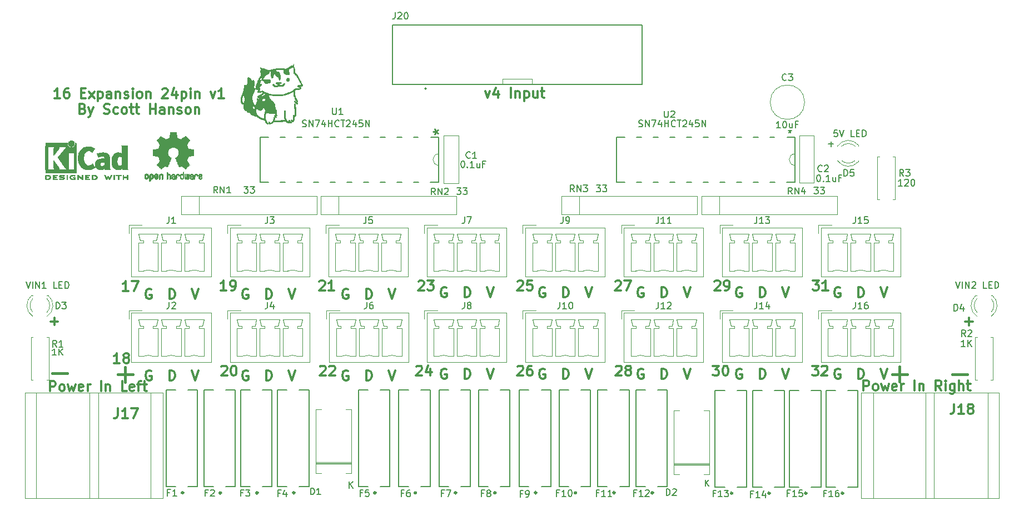
<source format=gbr>
G04 #@! TF.GenerationSoftware,KiCad,Pcbnew,(6.0.5)*
G04 #@! TF.CreationDate,2022-06-02T22:02:39-04:00*
G04 #@! TF.ProjectId,PB_16,50425f31-362e-46b6-9963-61645f706362,v1*
G04 #@! TF.SameCoordinates,Original*
G04 #@! TF.FileFunction,Legend,Top*
G04 #@! TF.FilePolarity,Positive*
%FSLAX46Y46*%
G04 Gerber Fmt 4.6, Leading zero omitted, Abs format (unit mm)*
G04 Created by KiCad (PCBNEW (6.0.5)) date 2022-06-02 22:02:39*
%MOMM*%
%LPD*%
G01*
G04 APERTURE LIST*
%ADD10C,0.300000*%
%ADD11C,0.400000*%
%ADD12C,0.150000*%
%ADD13C,0.250000*%
%ADD14C,0.120000*%
%ADD15C,0.152400*%
%ADD16C,0.127000*%
%ADD17C,0.010000*%
%ADD18C,0.200000*%
G04 APERTURE END LIST*
D10*
X104278857Y-134078000D02*
X104136000Y-134006571D01*
X103921714Y-134006571D01*
X103707428Y-134078000D01*
X103564571Y-134220857D01*
X103493142Y-134363714D01*
X103421714Y-134649428D01*
X103421714Y-134863714D01*
X103493142Y-135149428D01*
X103564571Y-135292285D01*
X103707428Y-135435142D01*
X103921714Y-135506571D01*
X104064571Y-135506571D01*
X104278857Y-135435142D01*
X104350285Y-135363714D01*
X104350285Y-134863714D01*
X104064571Y-134863714D01*
X122289142Y-135506571D02*
X122289142Y-134006571D01*
X122646285Y-134006571D01*
X122860571Y-134078000D01*
X123003428Y-134220857D01*
X123074857Y-134363714D01*
X123146285Y-134649428D01*
X123146285Y-134863714D01*
X123074857Y-135149428D01*
X123003428Y-135292285D01*
X122860571Y-135435142D01*
X122646285Y-135506571D01*
X122289142Y-135506571D01*
X170696000Y-133752571D02*
X171196000Y-135252571D01*
X171696000Y-133752571D01*
X167247142Y-135252571D02*
X167247142Y-133752571D01*
X167604285Y-133752571D01*
X167818571Y-133824000D01*
X167961428Y-133966857D01*
X168032857Y-134109714D01*
X168104285Y-134395428D01*
X168104285Y-134609714D01*
X168032857Y-134895428D01*
X167961428Y-135038285D01*
X167818571Y-135181142D01*
X167604285Y-135252571D01*
X167247142Y-135252571D01*
X185682000Y-133752571D02*
X186182000Y-135252571D01*
X186682000Y-133752571D01*
X119518857Y-134078000D02*
X119376000Y-134006571D01*
X119161714Y-134006571D01*
X118947428Y-134078000D01*
X118804571Y-134220857D01*
X118733142Y-134363714D01*
X118661714Y-134649428D01*
X118661714Y-134863714D01*
X118733142Y-135149428D01*
X118804571Y-135292285D01*
X118947428Y-135435142D01*
X119161714Y-135506571D01*
X119304571Y-135506571D01*
X119518857Y-135435142D01*
X119590285Y-135363714D01*
X119590285Y-134863714D01*
X119304571Y-134863714D01*
X179462857Y-133824000D02*
X179320000Y-133752571D01*
X179105714Y-133752571D01*
X178891428Y-133824000D01*
X178748571Y-133966857D01*
X178677142Y-134109714D01*
X178605714Y-134395428D01*
X178605714Y-134609714D01*
X178677142Y-134895428D01*
X178748571Y-135038285D01*
X178891428Y-135181142D01*
X179105714Y-135252571D01*
X179248571Y-135252571D01*
X179462857Y-135181142D01*
X179534285Y-135109714D01*
X179534285Y-134609714D01*
X179248571Y-134609714D01*
X200668000Y-133752571D02*
X201168000Y-135252571D01*
X201668000Y-133752571D01*
X197219142Y-135252571D02*
X197219142Y-133752571D01*
X197576285Y-133752571D01*
X197790571Y-133824000D01*
X197933428Y-133966857D01*
X198004857Y-134109714D01*
X198076285Y-134395428D01*
X198076285Y-134609714D01*
X198004857Y-134895428D01*
X197933428Y-135038285D01*
X197790571Y-135181142D01*
X197576285Y-135252571D01*
X197219142Y-135252571D01*
X194448857Y-133824000D02*
X194306000Y-133752571D01*
X194091714Y-133752571D01*
X193877428Y-133824000D01*
X193734571Y-133966857D01*
X193663142Y-134109714D01*
X193591714Y-134395428D01*
X193591714Y-134609714D01*
X193663142Y-134895428D01*
X193734571Y-135038285D01*
X193877428Y-135181142D01*
X194091714Y-135252571D01*
X194234571Y-135252571D01*
X194448857Y-135181142D01*
X194520285Y-135109714D01*
X194520285Y-134609714D01*
X194234571Y-134609714D01*
X137275142Y-135252571D02*
X137275142Y-133752571D01*
X137632285Y-133752571D01*
X137846571Y-133824000D01*
X137989428Y-133966857D01*
X138060857Y-134109714D01*
X138132285Y-134395428D01*
X138132285Y-134609714D01*
X138060857Y-134895428D01*
X137989428Y-135038285D01*
X137846571Y-135181142D01*
X137632285Y-135252571D01*
X137275142Y-135252571D01*
X107049142Y-135506571D02*
X107049142Y-134006571D01*
X107406285Y-134006571D01*
X107620571Y-134078000D01*
X107763428Y-134220857D01*
X107834857Y-134363714D01*
X107906285Y-134649428D01*
X107906285Y-134863714D01*
X107834857Y-135149428D01*
X107763428Y-135292285D01*
X107620571Y-135435142D01*
X107406285Y-135506571D01*
X107049142Y-135506571D01*
X182233142Y-135252571D02*
X182233142Y-133752571D01*
X182590285Y-133752571D01*
X182804571Y-133824000D01*
X182947428Y-133966857D01*
X183018857Y-134109714D01*
X183090285Y-134395428D01*
X183090285Y-134609714D01*
X183018857Y-134895428D01*
X182947428Y-135038285D01*
X182804571Y-135181142D01*
X182590285Y-135252571D01*
X182233142Y-135252571D01*
X95766000Y-134006571D02*
X96266000Y-135506571D01*
X96766000Y-134006571D01*
X155710000Y-133752571D02*
X156210000Y-135252571D01*
X156710000Y-133752571D01*
X149490857Y-133824000D02*
X149348000Y-133752571D01*
X149133714Y-133752571D01*
X148919428Y-133824000D01*
X148776571Y-133966857D01*
X148705142Y-134109714D01*
X148633714Y-134395428D01*
X148633714Y-134609714D01*
X148705142Y-134895428D01*
X148776571Y-135038285D01*
X148919428Y-135181142D01*
X149133714Y-135252571D01*
X149276571Y-135252571D01*
X149490857Y-135181142D01*
X149562285Y-135109714D01*
X149562285Y-134609714D01*
X149276571Y-134609714D01*
X134504857Y-133824000D02*
X134362000Y-133752571D01*
X134147714Y-133752571D01*
X133933428Y-133824000D01*
X133790571Y-133966857D01*
X133719142Y-134109714D01*
X133647714Y-134395428D01*
X133647714Y-134609714D01*
X133719142Y-134895428D01*
X133790571Y-135038285D01*
X133933428Y-135181142D01*
X134147714Y-135252571D01*
X134290571Y-135252571D01*
X134504857Y-135181142D01*
X134576285Y-135109714D01*
X134576285Y-134609714D01*
X134290571Y-134609714D01*
X110498000Y-134006571D02*
X110998000Y-135506571D01*
X111498000Y-134006571D01*
X89546857Y-134078000D02*
X89404000Y-134006571D01*
X89189714Y-134006571D01*
X88975428Y-134078000D01*
X88832571Y-134220857D01*
X88761142Y-134363714D01*
X88689714Y-134649428D01*
X88689714Y-134863714D01*
X88761142Y-135149428D01*
X88832571Y-135292285D01*
X88975428Y-135435142D01*
X89189714Y-135506571D01*
X89332571Y-135506571D01*
X89546857Y-135435142D01*
X89618285Y-135363714D01*
X89618285Y-134863714D01*
X89332571Y-134863714D01*
X92317142Y-135506571D02*
X92317142Y-134006571D01*
X92674285Y-134006571D01*
X92888571Y-134078000D01*
X93031428Y-134220857D01*
X93102857Y-134363714D01*
X93174285Y-134649428D01*
X93174285Y-134863714D01*
X93102857Y-135149428D01*
X93031428Y-135292285D01*
X92888571Y-135435142D01*
X92674285Y-135506571D01*
X92317142Y-135506571D01*
X140724000Y-133752571D02*
X141224000Y-135252571D01*
X141724000Y-133752571D01*
X125738000Y-134006571D02*
X126238000Y-135506571D01*
X126738000Y-134006571D01*
X152261142Y-135252571D02*
X152261142Y-133752571D01*
X152618285Y-133752571D01*
X152832571Y-133824000D01*
X152975428Y-133966857D01*
X153046857Y-134109714D01*
X153118285Y-134395428D01*
X153118285Y-134609714D01*
X153046857Y-134895428D01*
X152975428Y-135038285D01*
X152832571Y-135181142D01*
X152618285Y-135252571D01*
X152261142Y-135252571D01*
X164476857Y-133824000D02*
X164334000Y-133752571D01*
X164119714Y-133752571D01*
X163905428Y-133824000D01*
X163762571Y-133966857D01*
X163691142Y-134109714D01*
X163619714Y-134395428D01*
X163619714Y-134609714D01*
X163691142Y-134895428D01*
X163762571Y-135038285D01*
X163905428Y-135181142D01*
X164119714Y-135252571D01*
X164262571Y-135252571D01*
X164476857Y-135181142D01*
X164548285Y-135109714D01*
X164548285Y-134609714D01*
X164262571Y-134609714D01*
X92317142Y-123106571D02*
X92317142Y-121606571D01*
X92674285Y-121606571D01*
X92888571Y-121678000D01*
X93031428Y-121820857D01*
X93102857Y-121963714D01*
X93174285Y-122249428D01*
X93174285Y-122463714D01*
X93102857Y-122749428D01*
X93031428Y-122892285D01*
X92888571Y-123035142D01*
X92674285Y-123106571D01*
X92317142Y-123106571D01*
X89546857Y-121678000D02*
X89404000Y-121606571D01*
X89189714Y-121606571D01*
X88975428Y-121678000D01*
X88832571Y-121820857D01*
X88761142Y-121963714D01*
X88689714Y-122249428D01*
X88689714Y-122463714D01*
X88761142Y-122749428D01*
X88832571Y-122892285D01*
X88975428Y-123035142D01*
X89189714Y-123106571D01*
X89332571Y-123106571D01*
X89546857Y-123035142D01*
X89618285Y-122963714D01*
X89618285Y-122463714D01*
X89332571Y-122463714D01*
X95766000Y-121606571D02*
X96266000Y-123106571D01*
X96766000Y-121606571D01*
D11*
X202398142Y-134580085D02*
X204683857Y-134580085D01*
X203541000Y-135722942D02*
X203541000Y-133437228D01*
D10*
X75679571Y-92488871D02*
X74822428Y-92488871D01*
X75251000Y-92488871D02*
X75251000Y-90988871D01*
X75108142Y-91203157D01*
X74965285Y-91346014D01*
X74822428Y-91417442D01*
X76965285Y-90988871D02*
X76679571Y-90988871D01*
X76536714Y-91060300D01*
X76465285Y-91131728D01*
X76322428Y-91346014D01*
X76251000Y-91631728D01*
X76251000Y-92203157D01*
X76322428Y-92346014D01*
X76393857Y-92417442D01*
X76536714Y-92488871D01*
X76822428Y-92488871D01*
X76965285Y-92417442D01*
X77036714Y-92346014D01*
X77108142Y-92203157D01*
X77108142Y-91846014D01*
X77036714Y-91703157D01*
X76965285Y-91631728D01*
X76822428Y-91560300D01*
X76536714Y-91560300D01*
X76393857Y-91631728D01*
X76322428Y-91703157D01*
X76251000Y-91846014D01*
X78893857Y-91703157D02*
X79393857Y-91703157D01*
X79608142Y-92488871D02*
X78893857Y-92488871D01*
X78893857Y-90988871D01*
X79608142Y-90988871D01*
X80108142Y-92488871D02*
X80893857Y-91488871D01*
X80108142Y-91488871D02*
X80893857Y-92488871D01*
X81465285Y-91488871D02*
X81465285Y-92988871D01*
X81465285Y-91560300D02*
X81608142Y-91488871D01*
X81893857Y-91488871D01*
X82036714Y-91560300D01*
X82108142Y-91631728D01*
X82179571Y-91774585D01*
X82179571Y-92203157D01*
X82108142Y-92346014D01*
X82036714Y-92417442D01*
X81893857Y-92488871D01*
X81608142Y-92488871D01*
X81465285Y-92417442D01*
X83465285Y-92488871D02*
X83465285Y-91703157D01*
X83393857Y-91560300D01*
X83251000Y-91488871D01*
X82965285Y-91488871D01*
X82822428Y-91560300D01*
X83465285Y-92417442D02*
X83322428Y-92488871D01*
X82965285Y-92488871D01*
X82822428Y-92417442D01*
X82751000Y-92274585D01*
X82751000Y-92131728D01*
X82822428Y-91988871D01*
X82965285Y-91917442D01*
X83322428Y-91917442D01*
X83465285Y-91846014D01*
X84179571Y-91488871D02*
X84179571Y-92488871D01*
X84179571Y-91631728D02*
X84251000Y-91560300D01*
X84393857Y-91488871D01*
X84608142Y-91488871D01*
X84751000Y-91560300D01*
X84822428Y-91703157D01*
X84822428Y-92488871D01*
X85465285Y-92417442D02*
X85608142Y-92488871D01*
X85893857Y-92488871D01*
X86036714Y-92417442D01*
X86108142Y-92274585D01*
X86108142Y-92203157D01*
X86036714Y-92060300D01*
X85893857Y-91988871D01*
X85679571Y-91988871D01*
X85536714Y-91917442D01*
X85465285Y-91774585D01*
X85465285Y-91703157D01*
X85536714Y-91560300D01*
X85679571Y-91488871D01*
X85893857Y-91488871D01*
X86036714Y-91560300D01*
X86751000Y-92488871D02*
X86751000Y-91488871D01*
X86751000Y-90988871D02*
X86679571Y-91060300D01*
X86751000Y-91131728D01*
X86822428Y-91060300D01*
X86751000Y-90988871D01*
X86751000Y-91131728D01*
X87679571Y-92488871D02*
X87536714Y-92417442D01*
X87465285Y-92346014D01*
X87393857Y-92203157D01*
X87393857Y-91774585D01*
X87465285Y-91631728D01*
X87536714Y-91560300D01*
X87679571Y-91488871D01*
X87893857Y-91488871D01*
X88036714Y-91560300D01*
X88108142Y-91631728D01*
X88179571Y-91774585D01*
X88179571Y-92203157D01*
X88108142Y-92346014D01*
X88036714Y-92417442D01*
X87893857Y-92488871D01*
X87679571Y-92488871D01*
X88822428Y-91488871D02*
X88822428Y-92488871D01*
X88822428Y-91631728D02*
X88893857Y-91560300D01*
X89036714Y-91488871D01*
X89251000Y-91488871D01*
X89393857Y-91560300D01*
X89465285Y-91703157D01*
X89465285Y-92488871D01*
X91251000Y-91131728D02*
X91322428Y-91060300D01*
X91465285Y-90988871D01*
X91822428Y-90988871D01*
X91965285Y-91060300D01*
X92036714Y-91131728D01*
X92108142Y-91274585D01*
X92108142Y-91417442D01*
X92036714Y-91631728D01*
X91179571Y-92488871D01*
X92108142Y-92488871D01*
X93393857Y-91488871D02*
X93393857Y-92488871D01*
X93036714Y-90917442D02*
X92679571Y-91988871D01*
X93608142Y-91988871D01*
X94179571Y-91488871D02*
X94179571Y-92988871D01*
X94179571Y-91560300D02*
X94322428Y-91488871D01*
X94608142Y-91488871D01*
X94751000Y-91560300D01*
X94822428Y-91631728D01*
X94893857Y-91774585D01*
X94893857Y-92203157D01*
X94822428Y-92346014D01*
X94751000Y-92417442D01*
X94608142Y-92488871D01*
X94322428Y-92488871D01*
X94179571Y-92417442D01*
X95536714Y-92488871D02*
X95536714Y-91488871D01*
X95536714Y-90988871D02*
X95465285Y-91060300D01*
X95536714Y-91131728D01*
X95608142Y-91060300D01*
X95536714Y-90988871D01*
X95536714Y-91131728D01*
X96251000Y-91488871D02*
X96251000Y-92488871D01*
X96251000Y-91631728D02*
X96322428Y-91560300D01*
X96465285Y-91488871D01*
X96679571Y-91488871D01*
X96822428Y-91560300D01*
X96893857Y-91703157D01*
X96893857Y-92488871D01*
X98608142Y-91488871D02*
X98965285Y-92488871D01*
X99322428Y-91488871D01*
X100679571Y-92488871D02*
X99822428Y-92488871D01*
X100251000Y-92488871D02*
X100251000Y-90988871D01*
X100108142Y-91203157D01*
X99965285Y-91346014D01*
X99822428Y-91417442D01*
X79143857Y-94118157D02*
X79358142Y-94189585D01*
X79429571Y-94261014D01*
X79501000Y-94403871D01*
X79501000Y-94618157D01*
X79429571Y-94761014D01*
X79358142Y-94832442D01*
X79215285Y-94903871D01*
X78643857Y-94903871D01*
X78643857Y-93403871D01*
X79143857Y-93403871D01*
X79286714Y-93475300D01*
X79358142Y-93546728D01*
X79429571Y-93689585D01*
X79429571Y-93832442D01*
X79358142Y-93975300D01*
X79286714Y-94046728D01*
X79143857Y-94118157D01*
X78643857Y-94118157D01*
X80001000Y-93903871D02*
X80358142Y-94903871D01*
X80715285Y-93903871D02*
X80358142Y-94903871D01*
X80215285Y-95261014D01*
X80143857Y-95332442D01*
X80001000Y-95403871D01*
X82358142Y-94832442D02*
X82572428Y-94903871D01*
X82929571Y-94903871D01*
X83072428Y-94832442D01*
X83143857Y-94761014D01*
X83215285Y-94618157D01*
X83215285Y-94475300D01*
X83143857Y-94332442D01*
X83072428Y-94261014D01*
X82929571Y-94189585D01*
X82643857Y-94118157D01*
X82501000Y-94046728D01*
X82429571Y-93975300D01*
X82358142Y-93832442D01*
X82358142Y-93689585D01*
X82429571Y-93546728D01*
X82501000Y-93475300D01*
X82643857Y-93403871D01*
X83001000Y-93403871D01*
X83215285Y-93475300D01*
X84501000Y-94832442D02*
X84358142Y-94903871D01*
X84072428Y-94903871D01*
X83929571Y-94832442D01*
X83858142Y-94761014D01*
X83786714Y-94618157D01*
X83786714Y-94189585D01*
X83858142Y-94046728D01*
X83929571Y-93975300D01*
X84072428Y-93903871D01*
X84358142Y-93903871D01*
X84501000Y-93975300D01*
X85358142Y-94903871D02*
X85215285Y-94832442D01*
X85143857Y-94761014D01*
X85072428Y-94618157D01*
X85072428Y-94189585D01*
X85143857Y-94046728D01*
X85215285Y-93975300D01*
X85358142Y-93903871D01*
X85572428Y-93903871D01*
X85715285Y-93975300D01*
X85786714Y-94046728D01*
X85858142Y-94189585D01*
X85858142Y-94618157D01*
X85786714Y-94761014D01*
X85715285Y-94832442D01*
X85572428Y-94903871D01*
X85358142Y-94903871D01*
X86286714Y-93903871D02*
X86858142Y-93903871D01*
X86501000Y-93403871D02*
X86501000Y-94689585D01*
X86572428Y-94832442D01*
X86715285Y-94903871D01*
X86858142Y-94903871D01*
X87143857Y-93903871D02*
X87715285Y-93903871D01*
X87358142Y-93403871D02*
X87358142Y-94689585D01*
X87429571Y-94832442D01*
X87572428Y-94903871D01*
X87715285Y-94903871D01*
X89358142Y-94903871D02*
X89358142Y-93403871D01*
X89358142Y-94118157D02*
X90215285Y-94118157D01*
X90215285Y-94903871D02*
X90215285Y-93403871D01*
X91572428Y-94903871D02*
X91572428Y-94118157D01*
X91501000Y-93975300D01*
X91358142Y-93903871D01*
X91072428Y-93903871D01*
X90929571Y-93975300D01*
X91572428Y-94832442D02*
X91429571Y-94903871D01*
X91072428Y-94903871D01*
X90929571Y-94832442D01*
X90858142Y-94689585D01*
X90858142Y-94546728D01*
X90929571Y-94403871D01*
X91072428Y-94332442D01*
X91429571Y-94332442D01*
X91572428Y-94261014D01*
X92286714Y-93903871D02*
X92286714Y-94903871D01*
X92286714Y-94046728D02*
X92358142Y-93975300D01*
X92501000Y-93903871D01*
X92715285Y-93903871D01*
X92858142Y-93975300D01*
X92929571Y-94118157D01*
X92929571Y-94903871D01*
X93572428Y-94832442D02*
X93715285Y-94903871D01*
X94001000Y-94903871D01*
X94143857Y-94832442D01*
X94215285Y-94689585D01*
X94215285Y-94618157D01*
X94143857Y-94475300D01*
X94001000Y-94403871D01*
X93786714Y-94403871D01*
X93643857Y-94332442D01*
X93572428Y-94189585D01*
X93572428Y-94118157D01*
X93643857Y-93975300D01*
X93786714Y-93903871D01*
X94001000Y-93903871D01*
X94143857Y-93975300D01*
X95072428Y-94903871D02*
X94929571Y-94832442D01*
X94858142Y-94761014D01*
X94786714Y-94618157D01*
X94786714Y-94189585D01*
X94858142Y-94046728D01*
X94929571Y-93975300D01*
X95072428Y-93903871D01*
X95286714Y-93903871D01*
X95429571Y-93975300D01*
X95501000Y-94046728D01*
X95572428Y-94189585D01*
X95572428Y-94618157D01*
X95501000Y-94761014D01*
X95429571Y-94832442D01*
X95286714Y-94903871D01*
X95072428Y-94903871D01*
X96215285Y-93903871D02*
X96215285Y-94903871D01*
X96215285Y-94046728D02*
X96286714Y-93975300D01*
X96429571Y-93903871D01*
X96643857Y-93903871D01*
X96786714Y-93975300D01*
X96858142Y-94118157D01*
X96858142Y-94903871D01*
X86115285Y-121896371D02*
X85258142Y-121896371D01*
X85686714Y-121896371D02*
X85686714Y-120396371D01*
X85543857Y-120610657D01*
X85401000Y-120753514D01*
X85258142Y-120824942D01*
X86615285Y-120396371D02*
X87615285Y-120396371D01*
X86972428Y-121896371D01*
X115258142Y-133439228D02*
X115329571Y-133367800D01*
X115472428Y-133296371D01*
X115829571Y-133296371D01*
X115972428Y-133367800D01*
X116043857Y-133439228D01*
X116115285Y-133582085D01*
X116115285Y-133724942D01*
X116043857Y-133939228D01*
X115186714Y-134796371D01*
X116115285Y-134796371D01*
X116686714Y-133439228D02*
X116758142Y-133367800D01*
X116901000Y-133296371D01*
X117258142Y-133296371D01*
X117401000Y-133367800D01*
X117472428Y-133439228D01*
X117543857Y-133582085D01*
X117543857Y-133724942D01*
X117472428Y-133939228D01*
X116615285Y-134796371D01*
X117543857Y-134796371D01*
X190286714Y-120296371D02*
X191215285Y-120296371D01*
X190715285Y-120867800D01*
X190929571Y-120867800D01*
X191072428Y-120939228D01*
X191143857Y-121010657D01*
X191215285Y-121153514D01*
X191215285Y-121510657D01*
X191143857Y-121653514D01*
X191072428Y-121724942D01*
X190929571Y-121796371D01*
X190501000Y-121796371D01*
X190358142Y-121724942D01*
X190286714Y-121653514D01*
X192643857Y-121796371D02*
X191786714Y-121796371D01*
X192215285Y-121796371D02*
X192215285Y-120296371D01*
X192072428Y-120510657D01*
X191929571Y-120653514D01*
X191786714Y-120724942D01*
X155710000Y-121352571D02*
X156210000Y-122852571D01*
X156710000Y-121352571D01*
X149490857Y-121424000D02*
X149348000Y-121352571D01*
X149133714Y-121352571D01*
X148919428Y-121424000D01*
X148776571Y-121566857D01*
X148705142Y-121709714D01*
X148633714Y-121995428D01*
X148633714Y-122209714D01*
X148705142Y-122495428D01*
X148776571Y-122638285D01*
X148919428Y-122781142D01*
X149133714Y-122852571D01*
X149276571Y-122852571D01*
X149490857Y-122781142D01*
X149562285Y-122709714D01*
X149562285Y-122209714D01*
X149276571Y-122209714D01*
X137275142Y-122852571D02*
X137275142Y-121352571D01*
X137632285Y-121352571D01*
X137846571Y-121424000D01*
X137989428Y-121566857D01*
X138060857Y-121709714D01*
X138132285Y-121995428D01*
X138132285Y-122209714D01*
X138060857Y-122495428D01*
X137989428Y-122638285D01*
X137846571Y-122781142D01*
X137632285Y-122852571D01*
X137275142Y-122852571D01*
X170696000Y-121352571D02*
X171196000Y-122852571D01*
X171696000Y-121352571D01*
X110498000Y-121606571D02*
X110998000Y-123106571D01*
X111498000Y-121606571D01*
X152261142Y-122852571D02*
X152261142Y-121352571D01*
X152618285Y-121352571D01*
X152832571Y-121424000D01*
X152975428Y-121566857D01*
X153046857Y-121709714D01*
X153118285Y-121995428D01*
X153118285Y-122209714D01*
X153046857Y-122495428D01*
X152975428Y-122638285D01*
X152832571Y-122781142D01*
X152618285Y-122852571D01*
X152261142Y-122852571D01*
X107049142Y-123106571D02*
X107049142Y-121606571D01*
X107406285Y-121606571D01*
X107620571Y-121678000D01*
X107763428Y-121820857D01*
X107834857Y-121963714D01*
X107906285Y-122249428D01*
X107906285Y-122463714D01*
X107834857Y-122749428D01*
X107763428Y-122892285D01*
X107620571Y-123035142D01*
X107406285Y-123106571D01*
X107049142Y-123106571D01*
X179462857Y-121424000D02*
X179320000Y-121352571D01*
X179105714Y-121352571D01*
X178891428Y-121424000D01*
X178748571Y-121566857D01*
X178677142Y-121709714D01*
X178605714Y-121995428D01*
X178605714Y-122209714D01*
X178677142Y-122495428D01*
X178748571Y-122638285D01*
X178891428Y-122781142D01*
X179105714Y-122852571D01*
X179248571Y-122852571D01*
X179462857Y-122781142D01*
X179534285Y-122709714D01*
X179534285Y-122209714D01*
X179248571Y-122209714D01*
D12*
X192720047Y-99489228D02*
X193481952Y-99489228D01*
X193101000Y-99870180D02*
X193101000Y-99108276D01*
D10*
X101015285Y-121796371D02*
X100158142Y-121796371D01*
X100586714Y-121796371D02*
X100586714Y-120296371D01*
X100443857Y-120510657D01*
X100301000Y-120653514D01*
X100158142Y-120724942D01*
X101729571Y-121796371D02*
X102015285Y-121796371D01*
X102158142Y-121724942D01*
X102229571Y-121653514D01*
X102372428Y-121439228D01*
X102443857Y-121153514D01*
X102443857Y-120582085D01*
X102372428Y-120439228D01*
X102301000Y-120367800D01*
X102158142Y-120296371D01*
X101872428Y-120296371D01*
X101729571Y-120367800D01*
X101658142Y-120439228D01*
X101586714Y-120582085D01*
X101586714Y-120939228D01*
X101658142Y-121082085D01*
X101729571Y-121153514D01*
X101872428Y-121224942D01*
X102158142Y-121224942D01*
X102301000Y-121153514D01*
X102372428Y-121082085D01*
X102443857Y-120939228D01*
X190186714Y-133296371D02*
X191115285Y-133296371D01*
X190615285Y-133867800D01*
X190829571Y-133867800D01*
X190972428Y-133939228D01*
X191043857Y-134010657D01*
X191115285Y-134153514D01*
X191115285Y-134510657D01*
X191043857Y-134653514D01*
X190972428Y-134724942D01*
X190829571Y-134796371D01*
X190401000Y-134796371D01*
X190258142Y-134724942D01*
X190186714Y-134653514D01*
X191686714Y-133439228D02*
X191758142Y-133367800D01*
X191901000Y-133296371D01*
X192258142Y-133296371D01*
X192401000Y-133367800D01*
X192472428Y-133439228D01*
X192543857Y-133582085D01*
X192543857Y-133724942D01*
X192472428Y-133939228D01*
X191615285Y-134796371D01*
X192543857Y-134796371D01*
X194448857Y-121424000D02*
X194306000Y-121352571D01*
X194091714Y-121352571D01*
X193877428Y-121424000D01*
X193734571Y-121566857D01*
X193663142Y-121709714D01*
X193591714Y-121995428D01*
X193591714Y-122209714D01*
X193663142Y-122495428D01*
X193734571Y-122638285D01*
X193877428Y-122781142D01*
X194091714Y-122852571D01*
X194234571Y-122852571D01*
X194448857Y-122781142D01*
X194520285Y-122709714D01*
X194520285Y-122209714D01*
X194234571Y-122209714D01*
X84765285Y-132896371D02*
X83908142Y-132896371D01*
X84336714Y-132896371D02*
X84336714Y-131396371D01*
X84193857Y-131610657D01*
X84051000Y-131753514D01*
X83908142Y-131824942D01*
X85622428Y-132039228D02*
X85479571Y-131967800D01*
X85408142Y-131896371D01*
X85336714Y-131753514D01*
X85336714Y-131682085D01*
X85408142Y-131539228D01*
X85479571Y-131467800D01*
X85622428Y-131396371D01*
X85908142Y-131396371D01*
X86051000Y-131467800D01*
X86122428Y-131539228D01*
X86193857Y-131682085D01*
X86193857Y-131753514D01*
X86122428Y-131896371D01*
X86051000Y-131967800D01*
X85908142Y-132039228D01*
X85622428Y-132039228D01*
X85479571Y-132110657D01*
X85408142Y-132182085D01*
X85336714Y-132324942D01*
X85336714Y-132610657D01*
X85408142Y-132753514D01*
X85479571Y-132824942D01*
X85622428Y-132896371D01*
X85908142Y-132896371D01*
X86051000Y-132824942D01*
X86122428Y-132753514D01*
X86193857Y-132610657D01*
X86193857Y-132324942D01*
X86122428Y-132182085D01*
X86051000Y-132110657D01*
X85908142Y-132039228D01*
X175358142Y-120439228D02*
X175429571Y-120367800D01*
X175572428Y-120296371D01*
X175929571Y-120296371D01*
X176072428Y-120367800D01*
X176143857Y-120439228D01*
X176215285Y-120582085D01*
X176215285Y-120724942D01*
X176143857Y-120939228D01*
X175286714Y-121796371D01*
X176215285Y-121796371D01*
X176929571Y-121796371D02*
X177215285Y-121796371D01*
X177358142Y-121724942D01*
X177429571Y-121653514D01*
X177572428Y-121439228D01*
X177643857Y-121153514D01*
X177643857Y-120582085D01*
X177572428Y-120439228D01*
X177501000Y-120367800D01*
X177358142Y-120296371D01*
X177072428Y-120296371D01*
X176929571Y-120367800D01*
X176858142Y-120439228D01*
X176786714Y-120582085D01*
X176786714Y-120939228D01*
X176858142Y-121082085D01*
X176929571Y-121153514D01*
X177072428Y-121224942D01*
X177358142Y-121224942D01*
X177501000Y-121153514D01*
X177572428Y-121082085D01*
X177643857Y-120939228D01*
X125738000Y-121606571D02*
X126238000Y-123106571D01*
X126738000Y-121606571D01*
X160258142Y-120439228D02*
X160329571Y-120367800D01*
X160472428Y-120296371D01*
X160829571Y-120296371D01*
X160972428Y-120367800D01*
X161043857Y-120439228D01*
X161115285Y-120582085D01*
X161115285Y-120724942D01*
X161043857Y-120939228D01*
X160186714Y-121796371D01*
X161115285Y-121796371D01*
X161615285Y-120296371D02*
X162615285Y-120296371D01*
X161972428Y-121796371D01*
X145358142Y-133439228D02*
X145429571Y-133367800D01*
X145572428Y-133296371D01*
X145929571Y-133296371D01*
X146072428Y-133367800D01*
X146143857Y-133439228D01*
X146215285Y-133582085D01*
X146215285Y-133724942D01*
X146143857Y-133939228D01*
X145286714Y-134796371D01*
X146215285Y-134796371D01*
X147501000Y-133296371D02*
X147215285Y-133296371D01*
X147072428Y-133367800D01*
X147001000Y-133439228D01*
X146858142Y-133653514D01*
X146786714Y-133939228D01*
X146786714Y-134510657D01*
X146858142Y-134653514D01*
X146929571Y-134724942D01*
X147072428Y-134796371D01*
X147358142Y-134796371D01*
X147501000Y-134724942D01*
X147572428Y-134653514D01*
X147643857Y-134510657D01*
X147643857Y-134153514D01*
X147572428Y-134010657D01*
X147501000Y-133939228D01*
X147358142Y-133867800D01*
X147072428Y-133867800D01*
X146929571Y-133939228D01*
X146858142Y-134010657D01*
X146786714Y-134153514D01*
X134504857Y-121424000D02*
X134362000Y-121352571D01*
X134147714Y-121352571D01*
X133933428Y-121424000D01*
X133790571Y-121566857D01*
X133719142Y-121709714D01*
X133647714Y-121995428D01*
X133647714Y-122209714D01*
X133719142Y-122495428D01*
X133790571Y-122638285D01*
X133933428Y-122781142D01*
X134147714Y-122852571D01*
X134290571Y-122852571D01*
X134504857Y-122781142D01*
X134576285Y-122709714D01*
X134576285Y-122209714D01*
X134290571Y-122209714D01*
X160358142Y-133439228D02*
X160429571Y-133367800D01*
X160572428Y-133296371D01*
X160929571Y-133296371D01*
X161072428Y-133367800D01*
X161143857Y-133439228D01*
X161215285Y-133582085D01*
X161215285Y-133724942D01*
X161143857Y-133939228D01*
X160286714Y-134796371D01*
X161215285Y-134796371D01*
X162072428Y-133939228D02*
X161929571Y-133867800D01*
X161858142Y-133796371D01*
X161786714Y-133653514D01*
X161786714Y-133582085D01*
X161858142Y-133439228D01*
X161929571Y-133367800D01*
X162072428Y-133296371D01*
X162358142Y-133296371D01*
X162501000Y-133367800D01*
X162572428Y-133439228D01*
X162643857Y-133582085D01*
X162643857Y-133653514D01*
X162572428Y-133796371D01*
X162501000Y-133867800D01*
X162358142Y-133939228D01*
X162072428Y-133939228D01*
X161929571Y-134010657D01*
X161858142Y-134082085D01*
X161786714Y-134224942D01*
X161786714Y-134510657D01*
X161858142Y-134653514D01*
X161929571Y-134724942D01*
X162072428Y-134796371D01*
X162358142Y-134796371D01*
X162501000Y-134724942D01*
X162572428Y-134653514D01*
X162643857Y-134510657D01*
X162643857Y-134224942D01*
X162572428Y-134082085D01*
X162501000Y-134010657D01*
X162358142Y-133939228D01*
D11*
X211542142Y-134580085D02*
X213827857Y-134580085D01*
D10*
X115158142Y-120439228D02*
X115229571Y-120367800D01*
X115372428Y-120296371D01*
X115729571Y-120296371D01*
X115872428Y-120367800D01*
X115943857Y-120439228D01*
X116015285Y-120582085D01*
X116015285Y-120724942D01*
X115943857Y-120939228D01*
X115086714Y-121796371D01*
X116015285Y-121796371D01*
X117443857Y-121796371D02*
X116586714Y-121796371D01*
X117015285Y-121796371D02*
X117015285Y-120296371D01*
X116872428Y-120510657D01*
X116729571Y-120653514D01*
X116586714Y-120724942D01*
X197219142Y-122852571D02*
X197219142Y-121352571D01*
X197576285Y-121352571D01*
X197790571Y-121424000D01*
X197933428Y-121566857D01*
X198004857Y-121709714D01*
X198076285Y-121995428D01*
X198076285Y-122209714D01*
X198004857Y-122495428D01*
X197933428Y-122638285D01*
X197790571Y-122781142D01*
X197576285Y-122852571D01*
X197219142Y-122852571D01*
X140724000Y-121352571D02*
X141224000Y-122852571D01*
X141724000Y-121352571D01*
D11*
X74458142Y-134432085D02*
X76743857Y-134432085D01*
D10*
X200668000Y-121352571D02*
X201168000Y-122852571D01*
X201668000Y-121352571D01*
X130258142Y-120439228D02*
X130329571Y-120367800D01*
X130472428Y-120296371D01*
X130829571Y-120296371D01*
X130972428Y-120367800D01*
X131043857Y-120439228D01*
X131115285Y-120582085D01*
X131115285Y-120724942D01*
X131043857Y-120939228D01*
X130186714Y-121796371D01*
X131115285Y-121796371D01*
X131615285Y-120296371D02*
X132543857Y-120296371D01*
X132043857Y-120867800D01*
X132258142Y-120867800D01*
X132401000Y-120939228D01*
X132472428Y-121010657D01*
X132543857Y-121153514D01*
X132543857Y-121510657D01*
X132472428Y-121653514D01*
X132401000Y-121724942D01*
X132258142Y-121796371D01*
X131829571Y-121796371D01*
X131686714Y-121724942D01*
X131615285Y-121653514D01*
X129958142Y-133439228D02*
X130029571Y-133367800D01*
X130172428Y-133296371D01*
X130529571Y-133296371D01*
X130672428Y-133367800D01*
X130743857Y-133439228D01*
X130815285Y-133582085D01*
X130815285Y-133724942D01*
X130743857Y-133939228D01*
X129886714Y-134796371D01*
X130815285Y-134796371D01*
X132101000Y-133796371D02*
X132101000Y-134796371D01*
X131743857Y-133224942D02*
X131386714Y-134296371D01*
X132315285Y-134296371D01*
X119518857Y-121678000D02*
X119376000Y-121606571D01*
X119161714Y-121606571D01*
X118947428Y-121678000D01*
X118804571Y-121820857D01*
X118733142Y-121963714D01*
X118661714Y-122249428D01*
X118661714Y-122463714D01*
X118733142Y-122749428D01*
X118804571Y-122892285D01*
X118947428Y-123035142D01*
X119161714Y-123106571D01*
X119304571Y-123106571D01*
X119518857Y-123035142D01*
X119590285Y-122963714D01*
X119590285Y-122463714D01*
X119304571Y-122463714D01*
X182233142Y-122852571D02*
X182233142Y-121352571D01*
X182590285Y-121352571D01*
X182804571Y-121424000D01*
X182947428Y-121566857D01*
X183018857Y-121709714D01*
X183090285Y-121995428D01*
X183090285Y-122209714D01*
X183018857Y-122495428D01*
X182947428Y-122638285D01*
X182804571Y-122781142D01*
X182590285Y-122852571D01*
X182233142Y-122852571D01*
X164476857Y-121424000D02*
X164334000Y-121352571D01*
X164119714Y-121352571D01*
X163905428Y-121424000D01*
X163762571Y-121566857D01*
X163691142Y-121709714D01*
X163619714Y-121995428D01*
X163619714Y-122209714D01*
X163691142Y-122495428D01*
X163762571Y-122638285D01*
X163905428Y-122781142D01*
X164119714Y-122852571D01*
X164262571Y-122852571D01*
X164476857Y-122781142D01*
X164548285Y-122709714D01*
X164548285Y-122209714D01*
X164262571Y-122209714D01*
X122289142Y-123106571D02*
X122289142Y-121606571D01*
X122646285Y-121606571D01*
X122860571Y-121678000D01*
X123003428Y-121820857D01*
X123074857Y-121963714D01*
X123146285Y-122249428D01*
X123146285Y-122463714D01*
X123074857Y-122749428D01*
X123003428Y-122892285D01*
X122860571Y-123035142D01*
X122646285Y-123106571D01*
X122289142Y-123106571D01*
X175086714Y-133296371D02*
X176015285Y-133296371D01*
X175515285Y-133867800D01*
X175729571Y-133867800D01*
X175872428Y-133939228D01*
X175943857Y-134010657D01*
X176015285Y-134153514D01*
X176015285Y-134510657D01*
X175943857Y-134653514D01*
X175872428Y-134724942D01*
X175729571Y-134796371D01*
X175301000Y-134796371D01*
X175158142Y-134724942D01*
X175086714Y-134653514D01*
X176943857Y-133296371D02*
X177086714Y-133296371D01*
X177229571Y-133367800D01*
X177301000Y-133439228D01*
X177372428Y-133582085D01*
X177443857Y-133867800D01*
X177443857Y-134224942D01*
X177372428Y-134510657D01*
X177301000Y-134653514D01*
X177229571Y-134724942D01*
X177086714Y-134796371D01*
X176943857Y-134796371D01*
X176801000Y-134724942D01*
X176729571Y-134653514D01*
X176658142Y-134510657D01*
X176586714Y-134224942D01*
X176586714Y-133867800D01*
X176658142Y-133582085D01*
X176729571Y-133439228D01*
X176801000Y-133367800D01*
X176943857Y-133296371D01*
X104278857Y-121678000D02*
X104136000Y-121606571D01*
X103921714Y-121606571D01*
X103707428Y-121678000D01*
X103564571Y-121820857D01*
X103493142Y-121963714D01*
X103421714Y-122249428D01*
X103421714Y-122463714D01*
X103493142Y-122749428D01*
X103564571Y-122892285D01*
X103707428Y-123035142D01*
X103921714Y-123106571D01*
X104064571Y-123106571D01*
X104278857Y-123035142D01*
X104350285Y-122963714D01*
X104350285Y-122463714D01*
X104064571Y-122463714D01*
X185682000Y-121352571D02*
X186182000Y-122852571D01*
X186682000Y-121352571D01*
X145358142Y-120439228D02*
X145429571Y-120367800D01*
X145572428Y-120296371D01*
X145929571Y-120296371D01*
X146072428Y-120367800D01*
X146143857Y-120439228D01*
X146215285Y-120582085D01*
X146215285Y-120724942D01*
X146143857Y-120939228D01*
X145286714Y-121796371D01*
X146215285Y-121796371D01*
X147572428Y-120296371D02*
X146858142Y-120296371D01*
X146786714Y-121010657D01*
X146858142Y-120939228D01*
X147001000Y-120867800D01*
X147358142Y-120867800D01*
X147501000Y-120939228D01*
X147572428Y-121010657D01*
X147643857Y-121153514D01*
X147643857Y-121510657D01*
X147572428Y-121653514D01*
X147501000Y-121724942D01*
X147358142Y-121796371D01*
X147001000Y-121796371D01*
X146858142Y-121724942D01*
X146786714Y-121653514D01*
X213529571Y-126574942D02*
X214672428Y-126574942D01*
X214101000Y-127146371D02*
X214101000Y-126003514D01*
X74229571Y-126524942D02*
X75372428Y-126524942D01*
X74801000Y-127096371D02*
X74801000Y-125953514D01*
X100258142Y-133439228D02*
X100329571Y-133367800D01*
X100472428Y-133296371D01*
X100829571Y-133296371D01*
X100972428Y-133367800D01*
X101043857Y-133439228D01*
X101115285Y-133582085D01*
X101115285Y-133724942D01*
X101043857Y-133939228D01*
X100186714Y-134796371D01*
X101115285Y-134796371D01*
X102043857Y-133296371D02*
X102186714Y-133296371D01*
X102329571Y-133367800D01*
X102401000Y-133439228D01*
X102472428Y-133582085D01*
X102543857Y-133867800D01*
X102543857Y-134224942D01*
X102472428Y-134510657D01*
X102401000Y-134653514D01*
X102329571Y-134724942D01*
X102186714Y-134796371D01*
X102043857Y-134796371D01*
X101901000Y-134724942D01*
X101829571Y-134653514D01*
X101758142Y-134510657D01*
X101686714Y-134224942D01*
X101686714Y-133867800D01*
X101758142Y-133582085D01*
X101829571Y-133439228D01*
X101901000Y-133367800D01*
X102043857Y-133296371D01*
X167247142Y-122852571D02*
X167247142Y-121352571D01*
X167604285Y-121352571D01*
X167818571Y-121424000D01*
X167961428Y-121566857D01*
X168032857Y-121709714D01*
X168104285Y-121995428D01*
X168104285Y-122209714D01*
X168032857Y-122495428D01*
X167961428Y-122638285D01*
X167818571Y-122781142D01*
X167604285Y-122852571D01*
X167247142Y-122852571D01*
D11*
X84458142Y-134632085D02*
X86743857Y-134632085D01*
X85601000Y-135774942D02*
X85601000Y-133489228D01*
D12*
X191726733Y-103630142D02*
X191679114Y-103677761D01*
X191536257Y-103725380D01*
X191441019Y-103725380D01*
X191298161Y-103677761D01*
X191202923Y-103582523D01*
X191155304Y-103487285D01*
X191107685Y-103296809D01*
X191107685Y-103153952D01*
X191155304Y-102963476D01*
X191202923Y-102868238D01*
X191298161Y-102773000D01*
X191441019Y-102725380D01*
X191536257Y-102725380D01*
X191679114Y-102773000D01*
X191726733Y-102820619D01*
X192107685Y-102820619D02*
X192155304Y-102773000D01*
X192250542Y-102725380D01*
X192488638Y-102725380D01*
X192583876Y-102773000D01*
X192631495Y-102820619D01*
X192679114Y-102915857D01*
X192679114Y-103011095D01*
X192631495Y-103153952D01*
X192060066Y-103725380D01*
X192679114Y-103725380D01*
X191164942Y-104198580D02*
X191260180Y-104198580D01*
X191355419Y-104246200D01*
X191403038Y-104293819D01*
X191450657Y-104389057D01*
X191498276Y-104579533D01*
X191498276Y-104817628D01*
X191450657Y-105008104D01*
X191403038Y-105103342D01*
X191355419Y-105150961D01*
X191260180Y-105198580D01*
X191164942Y-105198580D01*
X191069704Y-105150961D01*
X191022085Y-105103342D01*
X190974466Y-105008104D01*
X190926847Y-104817628D01*
X190926847Y-104579533D01*
X190974466Y-104389057D01*
X191022085Y-104293819D01*
X191069704Y-104246200D01*
X191164942Y-104198580D01*
X191926847Y-105103342D02*
X191974466Y-105150961D01*
X191926847Y-105198580D01*
X191879228Y-105150961D01*
X191926847Y-105103342D01*
X191926847Y-105198580D01*
X192926847Y-105198580D02*
X192355419Y-105198580D01*
X192641133Y-105198580D02*
X192641133Y-104198580D01*
X192545895Y-104341438D01*
X192450657Y-104436676D01*
X192355419Y-104484295D01*
X193783990Y-104531914D02*
X193783990Y-105198580D01*
X193355419Y-104531914D02*
X193355419Y-105055723D01*
X193403038Y-105150961D01*
X193498276Y-105198580D01*
X193641133Y-105198580D01*
X193736371Y-105150961D01*
X193783990Y-105103342D01*
X194593514Y-104674771D02*
X194260180Y-104674771D01*
X194260180Y-105198580D02*
X194260180Y-104198580D01*
X194736371Y-104198580D01*
X92266666Y-123602380D02*
X92266666Y-124316666D01*
X92219047Y-124459523D01*
X92123809Y-124554761D01*
X91980952Y-124602380D01*
X91885714Y-124602380D01*
X92695238Y-123697619D02*
X92742857Y-123650000D01*
X92838095Y-123602380D01*
X93076190Y-123602380D01*
X93171428Y-123650000D01*
X93219047Y-123697619D01*
X93266666Y-123792857D01*
X93266666Y-123888095D01*
X93219047Y-124030952D01*
X92647619Y-124602380D01*
X93266666Y-124602380D01*
X122266666Y-110602380D02*
X122266666Y-111316666D01*
X122219047Y-111459523D01*
X122123809Y-111554761D01*
X121980952Y-111602380D01*
X121885714Y-111602380D01*
X123219047Y-110602380D02*
X122742857Y-110602380D01*
X122695238Y-111078571D01*
X122742857Y-111030952D01*
X122838095Y-110983333D01*
X123076190Y-110983333D01*
X123171428Y-111030952D01*
X123219047Y-111078571D01*
X123266666Y-111173809D01*
X123266666Y-111411904D01*
X123219047Y-111507142D01*
X123171428Y-111554761D01*
X123076190Y-111602380D01*
X122838095Y-111602380D01*
X122742857Y-111554761D01*
X122695238Y-111507142D01*
X122381008Y-123602380D02*
X122381008Y-124316666D01*
X122333389Y-124459523D01*
X122238151Y-124554761D01*
X122095294Y-124602380D01*
X122000056Y-124602380D01*
X123285770Y-123602380D02*
X123095294Y-123602380D01*
X123000056Y-123650000D01*
X122952437Y-123697619D01*
X122857199Y-123840476D01*
X122809580Y-124030952D01*
X122809580Y-124411904D01*
X122857199Y-124507142D01*
X122904818Y-124554761D01*
X123000056Y-124602380D01*
X123190532Y-124602380D01*
X123285770Y-124554761D01*
X123333389Y-124507142D01*
X123381008Y-124411904D01*
X123381008Y-124173809D01*
X123333389Y-124078571D01*
X123285770Y-124030952D01*
X123190532Y-123983333D01*
X123000056Y-123983333D01*
X122904818Y-124030952D01*
X122857199Y-124078571D01*
X122809580Y-124173809D01*
X137266666Y-110602380D02*
X137266666Y-111316666D01*
X137219047Y-111459523D01*
X137123809Y-111554761D01*
X136980952Y-111602380D01*
X136885714Y-111602380D01*
X137647619Y-110602380D02*
X138314285Y-110602380D01*
X137885714Y-111602380D01*
X137266666Y-123602380D02*
X137266666Y-124316666D01*
X137219047Y-124459523D01*
X137123809Y-124554761D01*
X136980952Y-124602380D01*
X136885714Y-124602380D01*
X137885714Y-124030952D02*
X137790476Y-123983333D01*
X137742857Y-123935714D01*
X137695238Y-123840476D01*
X137695238Y-123792857D01*
X137742857Y-123697619D01*
X137790476Y-123650000D01*
X137885714Y-123602380D01*
X138076190Y-123602380D01*
X138171428Y-123650000D01*
X138219047Y-123697619D01*
X138266666Y-123792857D01*
X138266666Y-123840476D01*
X138219047Y-123935714D01*
X138171428Y-123983333D01*
X138076190Y-124030952D01*
X137885714Y-124030952D01*
X137790476Y-124078571D01*
X137742857Y-124126190D01*
X137695238Y-124221428D01*
X137695238Y-124411904D01*
X137742857Y-124507142D01*
X137790476Y-124554761D01*
X137885714Y-124602380D01*
X138076190Y-124602380D01*
X138171428Y-124554761D01*
X138219047Y-124507142D01*
X138266666Y-124411904D01*
X138266666Y-124221428D01*
X138219047Y-124126190D01*
X138171428Y-124078571D01*
X138076190Y-124030952D01*
X152266666Y-110602380D02*
X152266666Y-111316666D01*
X152219047Y-111459523D01*
X152123809Y-111554761D01*
X151980952Y-111602380D01*
X151885714Y-111602380D01*
X152790476Y-111602380D02*
X152980952Y-111602380D01*
X153076190Y-111554761D01*
X153123809Y-111507142D01*
X153219047Y-111364285D01*
X153266666Y-111173809D01*
X153266666Y-110792857D01*
X153219047Y-110697619D01*
X153171428Y-110650000D01*
X153076190Y-110602380D01*
X152885714Y-110602380D01*
X152790476Y-110650000D01*
X152742857Y-110697619D01*
X152695238Y-110792857D01*
X152695238Y-111030952D01*
X152742857Y-111126190D01*
X152790476Y-111173809D01*
X152885714Y-111221428D01*
X153076190Y-111221428D01*
X153171428Y-111173809D01*
X153219047Y-111126190D01*
X153266666Y-111030952D01*
X151790476Y-123602380D02*
X151790476Y-124316666D01*
X151742857Y-124459523D01*
X151647619Y-124554761D01*
X151504761Y-124602380D01*
X151409523Y-124602380D01*
X152790476Y-124602380D02*
X152219047Y-124602380D01*
X152504761Y-124602380D02*
X152504761Y-123602380D01*
X152409523Y-123745238D01*
X152314285Y-123840476D01*
X152219047Y-123888095D01*
X153409523Y-123602380D02*
X153504761Y-123602380D01*
X153600000Y-123650000D01*
X153647619Y-123697619D01*
X153695238Y-123792857D01*
X153742857Y-123983333D01*
X153742857Y-124221428D01*
X153695238Y-124411904D01*
X153647619Y-124507142D01*
X153600000Y-124554761D01*
X153504761Y-124602380D01*
X153409523Y-124602380D01*
X153314285Y-124554761D01*
X153266666Y-124507142D01*
X153219047Y-124411904D01*
X153171428Y-124221428D01*
X153171428Y-123983333D01*
X153219047Y-123792857D01*
X153266666Y-123697619D01*
X153314285Y-123650000D01*
X153409523Y-123602380D01*
X166790476Y-110602380D02*
X166790476Y-111316666D01*
X166742857Y-111459523D01*
X166647619Y-111554761D01*
X166504761Y-111602380D01*
X166409523Y-111602380D01*
X167790476Y-111602380D02*
X167219047Y-111602380D01*
X167504761Y-111602380D02*
X167504761Y-110602380D01*
X167409523Y-110745238D01*
X167314285Y-110840476D01*
X167219047Y-110888095D01*
X168742857Y-111602380D02*
X168171428Y-111602380D01*
X168457142Y-111602380D02*
X168457142Y-110602380D01*
X168361904Y-110745238D01*
X168266666Y-110840476D01*
X168171428Y-110888095D01*
X166790476Y-123602380D02*
X166790476Y-124316666D01*
X166742857Y-124459523D01*
X166647619Y-124554761D01*
X166504761Y-124602380D01*
X166409523Y-124602380D01*
X167790476Y-124602380D02*
X167219047Y-124602380D01*
X167504761Y-124602380D02*
X167504761Y-123602380D01*
X167409523Y-123745238D01*
X167314285Y-123840476D01*
X167219047Y-123888095D01*
X168171428Y-123697619D02*
X168219047Y-123650000D01*
X168314285Y-123602380D01*
X168552380Y-123602380D01*
X168647619Y-123650000D01*
X168695238Y-123697619D01*
X168742857Y-123792857D01*
X168742857Y-123888095D01*
X168695238Y-124030952D01*
X168123809Y-124602380D01*
X168742857Y-124602380D01*
X181790476Y-110602380D02*
X181790476Y-111316666D01*
X181742857Y-111459523D01*
X181647619Y-111554761D01*
X181504761Y-111602380D01*
X181409523Y-111602380D01*
X182790476Y-111602380D02*
X182219047Y-111602380D01*
X182504761Y-111602380D02*
X182504761Y-110602380D01*
X182409523Y-110745238D01*
X182314285Y-110840476D01*
X182219047Y-110888095D01*
X183123809Y-110602380D02*
X183742857Y-110602380D01*
X183409523Y-110983333D01*
X183552380Y-110983333D01*
X183647619Y-111030952D01*
X183695238Y-111078571D01*
X183742857Y-111173809D01*
X183742857Y-111411904D01*
X183695238Y-111507142D01*
X183647619Y-111554761D01*
X183552380Y-111602380D01*
X183266666Y-111602380D01*
X183171428Y-111554761D01*
X183123809Y-111507142D01*
X181790476Y-123602380D02*
X181790476Y-124316666D01*
X181742857Y-124459523D01*
X181647619Y-124554761D01*
X181504761Y-124602380D01*
X181409523Y-124602380D01*
X182790476Y-124602380D02*
X182219047Y-124602380D01*
X182504761Y-124602380D02*
X182504761Y-123602380D01*
X182409523Y-123745238D01*
X182314285Y-123840476D01*
X182219047Y-123888095D01*
X183647619Y-123935714D02*
X183647619Y-124602380D01*
X183409523Y-123554761D02*
X183171428Y-124269047D01*
X183790476Y-124269047D01*
X196790476Y-110602380D02*
X196790476Y-111316666D01*
X196742857Y-111459523D01*
X196647619Y-111554761D01*
X196504761Y-111602380D01*
X196409523Y-111602380D01*
X197790476Y-111602380D02*
X197219047Y-111602380D01*
X197504761Y-111602380D02*
X197504761Y-110602380D01*
X197409523Y-110745238D01*
X197314285Y-110840476D01*
X197219047Y-110888095D01*
X198695238Y-110602380D02*
X198219047Y-110602380D01*
X198171428Y-111078571D01*
X198219047Y-111030952D01*
X198314285Y-110983333D01*
X198552380Y-110983333D01*
X198647619Y-111030952D01*
X198695238Y-111078571D01*
X198742857Y-111173809D01*
X198742857Y-111411904D01*
X198695238Y-111507142D01*
X198647619Y-111554761D01*
X198552380Y-111602380D01*
X198314285Y-111602380D01*
X198219047Y-111554761D01*
X198171428Y-111507142D01*
X196790476Y-123602380D02*
X196790476Y-124316666D01*
X196742857Y-124459523D01*
X196647619Y-124554761D01*
X196504761Y-124602380D01*
X196409523Y-124602380D01*
X197790476Y-124602380D02*
X197219047Y-124602380D01*
X197504761Y-124602380D02*
X197504761Y-123602380D01*
X197409523Y-123745238D01*
X197314285Y-123840476D01*
X197219047Y-123888095D01*
X198647619Y-123602380D02*
X198457142Y-123602380D01*
X198361904Y-123650000D01*
X198314285Y-123697619D01*
X198219047Y-123840476D01*
X198171428Y-124030952D01*
X198171428Y-124411904D01*
X198219047Y-124507142D01*
X198266666Y-124554761D01*
X198361904Y-124602380D01*
X198552380Y-124602380D01*
X198647619Y-124554761D01*
X198695238Y-124507142D01*
X198742857Y-124411904D01*
X198742857Y-124173809D01*
X198695238Y-124078571D01*
X198647619Y-124030952D01*
X198552380Y-123983333D01*
X198361904Y-123983333D01*
X198266666Y-124030952D01*
X198219047Y-124078571D01*
X198171428Y-124173809D01*
X167712695Y-94444980D02*
X167712695Y-95254504D01*
X167760314Y-95349742D01*
X167807933Y-95397361D01*
X167903171Y-95444980D01*
X168093647Y-95444980D01*
X168188885Y-95397361D01*
X168236504Y-95349742D01*
X168284123Y-95254504D01*
X168284123Y-94444980D01*
X168712695Y-94540219D02*
X168760314Y-94492600D01*
X168855552Y-94444980D01*
X169093647Y-94444980D01*
X169188885Y-94492600D01*
X169236504Y-94540219D01*
X169284123Y-94635457D01*
X169284123Y-94730695D01*
X169236504Y-94873552D01*
X168665076Y-95444980D01*
X169284123Y-95444980D01*
X163812752Y-96822561D02*
X163955609Y-96870180D01*
X164193704Y-96870180D01*
X164288942Y-96822561D01*
X164336561Y-96774942D01*
X164384180Y-96679704D01*
X164384180Y-96584466D01*
X164336561Y-96489228D01*
X164288942Y-96441609D01*
X164193704Y-96393990D01*
X164003228Y-96346371D01*
X163907990Y-96298752D01*
X163860371Y-96251133D01*
X163812752Y-96155895D01*
X163812752Y-96060657D01*
X163860371Y-95965419D01*
X163907990Y-95917800D01*
X164003228Y-95870180D01*
X164241323Y-95870180D01*
X164384180Y-95917800D01*
X164812752Y-96870180D02*
X164812752Y-95870180D01*
X165384180Y-96870180D01*
X165384180Y-95870180D01*
X165765133Y-95870180D02*
X166431800Y-95870180D01*
X166003228Y-96870180D01*
X167241323Y-96203514D02*
X167241323Y-96870180D01*
X167003228Y-95822561D02*
X166765133Y-96536847D01*
X167384180Y-96536847D01*
X167765133Y-96870180D02*
X167765133Y-95870180D01*
X167765133Y-96346371D02*
X168336561Y-96346371D01*
X168336561Y-96870180D02*
X168336561Y-95870180D01*
X169384180Y-96774942D02*
X169336561Y-96822561D01*
X169193704Y-96870180D01*
X169098466Y-96870180D01*
X168955609Y-96822561D01*
X168860371Y-96727323D01*
X168812752Y-96632085D01*
X168765133Y-96441609D01*
X168765133Y-96298752D01*
X168812752Y-96108276D01*
X168860371Y-96013038D01*
X168955609Y-95917800D01*
X169098466Y-95870180D01*
X169193704Y-95870180D01*
X169336561Y-95917800D01*
X169384180Y-95965419D01*
X169669895Y-95870180D02*
X170241323Y-95870180D01*
X169955609Y-96870180D02*
X169955609Y-95870180D01*
X170527038Y-95965419D02*
X170574657Y-95917800D01*
X170669895Y-95870180D01*
X170907990Y-95870180D01*
X171003228Y-95917800D01*
X171050847Y-95965419D01*
X171098466Y-96060657D01*
X171098466Y-96155895D01*
X171050847Y-96298752D01*
X170479419Y-96870180D01*
X171098466Y-96870180D01*
X171955609Y-96203514D02*
X171955609Y-96870180D01*
X171717514Y-95822561D02*
X171479419Y-96536847D01*
X172098466Y-96536847D01*
X172955609Y-95870180D02*
X172479419Y-95870180D01*
X172431800Y-96346371D01*
X172479419Y-96298752D01*
X172574657Y-96251133D01*
X172812752Y-96251133D01*
X172907990Y-96298752D01*
X172955609Y-96346371D01*
X173003228Y-96441609D01*
X173003228Y-96679704D01*
X172955609Y-96774942D01*
X172907990Y-96822561D01*
X172812752Y-96870180D01*
X172574657Y-96870180D01*
X172479419Y-96822561D01*
X172431800Y-96774942D01*
X173431800Y-96870180D02*
X173431800Y-95870180D01*
X174003228Y-96870180D01*
X174003228Y-95870180D01*
X186812600Y-97310980D02*
X186812600Y-97549076D01*
X186574504Y-97453838D02*
X186812600Y-97549076D01*
X187050695Y-97453838D01*
X186669742Y-97739552D02*
X186812600Y-97549076D01*
X186955457Y-97739552D01*
X92379166Y-152610271D02*
X92045833Y-152610271D01*
X92045833Y-153134080D02*
X92045833Y-152134080D01*
X92522023Y-152134080D01*
X93426785Y-153134080D02*
X92855357Y-153134080D01*
X93141071Y-153134080D02*
X93141071Y-152134080D01*
X93045833Y-152276938D01*
X92950595Y-152372176D01*
X92855357Y-152419795D01*
X134082666Y-152707571D02*
X133749333Y-152707571D01*
X133749333Y-153231380D02*
X133749333Y-152231380D01*
X134225523Y-152231380D01*
X134511238Y-152231380D02*
X135177904Y-152231380D01*
X134749333Y-153231380D01*
X181192376Y-152847171D02*
X180859042Y-152847171D01*
X180859042Y-153370980D02*
X180859042Y-152370980D01*
X181335233Y-152370980D01*
X182239995Y-153370980D02*
X181668566Y-153370980D01*
X181954280Y-153370980D02*
X181954280Y-152370980D01*
X181859042Y-152513838D01*
X181763804Y-152609076D01*
X181668566Y-152656695D01*
X183097138Y-152704314D02*
X183097138Y-153370980D01*
X182859042Y-152323361D02*
X182620947Y-153037647D01*
X183239995Y-153037647D01*
X168009504Y-153057380D02*
X168009504Y-152057380D01*
X168247600Y-152057380D01*
X168390457Y-152105000D01*
X168485695Y-152200238D01*
X168533314Y-152295476D01*
X168580933Y-152485952D01*
X168580933Y-152628809D01*
X168533314Y-152819285D01*
X168485695Y-152914523D01*
X168390457Y-153009761D01*
X168247600Y-153057380D01*
X168009504Y-153057380D01*
X168961885Y-152152619D02*
X169009504Y-152105000D01*
X169104742Y-152057380D01*
X169342838Y-152057380D01*
X169438076Y-152105000D01*
X169485695Y-152152619D01*
X169533314Y-152247857D01*
X169533314Y-152343095D01*
X169485695Y-152485952D01*
X168914266Y-153057380D01*
X169533314Y-153057380D01*
X173935695Y-151657380D02*
X173935695Y-150657380D01*
X174507123Y-151657380D02*
X174078552Y-151085952D01*
X174507123Y-150657380D02*
X173935695Y-151228809D01*
X138134333Y-101574942D02*
X138086714Y-101622561D01*
X137943857Y-101670180D01*
X137848619Y-101670180D01*
X137705761Y-101622561D01*
X137610523Y-101527323D01*
X137562904Y-101432085D01*
X137515285Y-101241609D01*
X137515285Y-101098752D01*
X137562904Y-100908276D01*
X137610523Y-100813038D01*
X137705761Y-100717800D01*
X137848619Y-100670180D01*
X137943857Y-100670180D01*
X138086714Y-100717800D01*
X138134333Y-100765419D01*
X139086714Y-101670180D02*
X138515285Y-101670180D01*
X138801000Y-101670180D02*
X138801000Y-100670180D01*
X138705761Y-100813038D01*
X138610523Y-100908276D01*
X138515285Y-100955895D01*
X136958142Y-102070180D02*
X137053380Y-102070180D01*
X137148619Y-102117800D01*
X137196238Y-102165419D01*
X137243857Y-102260657D01*
X137291476Y-102451133D01*
X137291476Y-102689228D01*
X137243857Y-102879704D01*
X137196238Y-102974942D01*
X137148619Y-103022561D01*
X137053380Y-103070180D01*
X136958142Y-103070180D01*
X136862904Y-103022561D01*
X136815285Y-102974942D01*
X136767666Y-102879704D01*
X136720047Y-102689228D01*
X136720047Y-102451133D01*
X136767666Y-102260657D01*
X136815285Y-102165419D01*
X136862904Y-102117800D01*
X136958142Y-102070180D01*
X137720047Y-102974942D02*
X137767666Y-103022561D01*
X137720047Y-103070180D01*
X137672428Y-103022561D01*
X137720047Y-102974942D01*
X137720047Y-103070180D01*
X138720047Y-103070180D02*
X138148619Y-103070180D01*
X138434333Y-103070180D02*
X138434333Y-102070180D01*
X138339095Y-102213038D01*
X138243857Y-102308276D01*
X138148619Y-102355895D01*
X139577190Y-102403514D02*
X139577190Y-103070180D01*
X139148619Y-102403514D02*
X139148619Y-102927323D01*
X139196238Y-103022561D01*
X139291476Y-103070180D01*
X139434333Y-103070180D01*
X139529571Y-103022561D01*
X139577190Y-102974942D01*
X140386714Y-102546371D02*
X140053380Y-102546371D01*
X140053380Y-103070180D02*
X140053380Y-102070180D01*
X140529571Y-102070180D01*
X98134266Y-152663371D02*
X97800933Y-152663371D01*
X97800933Y-153187180D02*
X97800933Y-152187180D01*
X98277123Y-152187180D01*
X98610457Y-152282419D02*
X98658076Y-152234800D01*
X98753314Y-152187180D01*
X98991409Y-152187180D01*
X99086647Y-152234800D01*
X99134266Y-152282419D01*
X99181885Y-152377657D01*
X99181885Y-152472895D01*
X99134266Y-152615752D01*
X98562838Y-153187180D01*
X99181885Y-153187180D01*
X127976166Y-152719471D02*
X127642833Y-152719471D01*
X127642833Y-153243280D02*
X127642833Y-152243280D01*
X128119023Y-152243280D01*
X128928547Y-152243280D02*
X128738071Y-152243280D01*
X128642833Y-152290900D01*
X128595214Y-152338519D01*
X128499976Y-152481376D01*
X128452357Y-152671852D01*
X128452357Y-153052804D01*
X128499976Y-153148042D01*
X128547595Y-153195661D01*
X128642833Y-153243280D01*
X128833309Y-153243280D01*
X128928547Y-153195661D01*
X128976166Y-153148042D01*
X129023785Y-153052804D01*
X129023785Y-152814709D01*
X128976166Y-152719471D01*
X128928547Y-152671852D01*
X128833309Y-152624233D01*
X128642833Y-152624233D01*
X128547595Y-152671852D01*
X128499976Y-152719471D01*
X128452357Y-152814709D01*
X140207766Y-152732171D02*
X139874433Y-152732171D01*
X139874433Y-153255980D02*
X139874433Y-152255980D01*
X140350623Y-152255980D01*
X140874433Y-152684552D02*
X140779195Y-152636933D01*
X140731576Y-152589314D01*
X140683957Y-152494076D01*
X140683957Y-152446457D01*
X140731576Y-152351219D01*
X140779195Y-152303600D01*
X140874433Y-152255980D01*
X141064909Y-152255980D01*
X141160147Y-152303600D01*
X141207766Y-152351219D01*
X141255385Y-152446457D01*
X141255385Y-152494076D01*
X141207766Y-152589314D01*
X141160147Y-152636933D01*
X141064909Y-152684552D01*
X140874433Y-152684552D01*
X140779195Y-152732171D01*
X140731576Y-152779790D01*
X140683957Y-152875028D01*
X140683957Y-153065504D01*
X140731576Y-153160742D01*
X140779195Y-153208361D01*
X140874433Y-153255980D01*
X141064909Y-153255980D01*
X141160147Y-153208361D01*
X141207766Y-153160742D01*
X141255385Y-153065504D01*
X141255385Y-152875028D01*
X141207766Y-152779790D01*
X141160147Y-152732171D01*
X141064909Y-152684552D01*
X146087166Y-152782171D02*
X145753833Y-152782171D01*
X145753833Y-153305980D02*
X145753833Y-152305980D01*
X146230023Y-152305980D01*
X146658595Y-153305980D02*
X146849071Y-153305980D01*
X146944309Y-153258361D01*
X146991928Y-153210742D01*
X147087166Y-153067885D01*
X147134785Y-152877409D01*
X147134785Y-152496457D01*
X147087166Y-152401219D01*
X147039547Y-152353600D01*
X146944309Y-152305980D01*
X146753833Y-152305980D01*
X146658595Y-152353600D01*
X146610976Y-152401219D01*
X146563357Y-152496457D01*
X146563357Y-152734552D01*
X146610976Y-152829790D01*
X146658595Y-152877409D01*
X146753833Y-152925028D01*
X146944309Y-152925028D01*
X147039547Y-152877409D01*
X147087166Y-152829790D01*
X147134785Y-152734552D01*
X151653076Y-152682171D02*
X151319742Y-152682171D01*
X151319742Y-153205980D02*
X151319742Y-152205980D01*
X151795933Y-152205980D01*
X152700695Y-153205980D02*
X152129266Y-153205980D01*
X152414980Y-153205980D02*
X152414980Y-152205980D01*
X152319742Y-152348838D01*
X152224504Y-152444076D01*
X152129266Y-152491695D01*
X153319742Y-152205980D02*
X153414980Y-152205980D01*
X153510219Y-152253600D01*
X153557838Y-152301219D01*
X153605457Y-152396457D01*
X153653076Y-152586933D01*
X153653076Y-152825028D01*
X153605457Y-153015504D01*
X153557838Y-153110742D01*
X153510219Y-153158361D01*
X153414980Y-153205980D01*
X153319742Y-153205980D01*
X153224504Y-153158361D01*
X153176885Y-153110742D01*
X153129266Y-153015504D01*
X153081647Y-152825028D01*
X153081647Y-152586933D01*
X153129266Y-152396457D01*
X153176885Y-152301219D01*
X153224504Y-152253600D01*
X153319742Y-152205980D01*
X192314476Y-152747171D02*
X191981142Y-152747171D01*
X191981142Y-153270980D02*
X191981142Y-152270980D01*
X192457333Y-152270980D01*
X193362095Y-153270980D02*
X192790666Y-153270980D01*
X193076380Y-153270980D02*
X193076380Y-152270980D01*
X192981142Y-152413838D01*
X192885904Y-152509076D01*
X192790666Y-152556695D01*
X194219238Y-152270980D02*
X194028761Y-152270980D01*
X193933523Y-152318600D01*
X193885904Y-152366219D01*
X193790666Y-152509076D01*
X193743047Y-152699552D01*
X193743047Y-153080504D01*
X193790666Y-153175742D01*
X193838285Y-153223361D01*
X193933523Y-153270980D01*
X194124000Y-153270980D01*
X194219238Y-153223361D01*
X194266857Y-153175742D01*
X194314476Y-153080504D01*
X194314476Y-152842409D01*
X194266857Y-152747171D01*
X194219238Y-152699552D01*
X194124000Y-152651933D01*
X193933523Y-152651933D01*
X193838285Y-152699552D01*
X193790666Y-152747171D01*
X193743047Y-152842409D01*
X121688366Y-152682171D02*
X121355033Y-152682171D01*
X121355033Y-153205980D02*
X121355033Y-152205980D01*
X121831223Y-152205980D01*
X122688366Y-152205980D02*
X122212176Y-152205980D01*
X122164557Y-152682171D01*
X122212176Y-152634552D01*
X122307414Y-152586933D01*
X122545509Y-152586933D01*
X122640747Y-152634552D01*
X122688366Y-152682171D01*
X122735985Y-152777409D01*
X122735985Y-153015504D01*
X122688366Y-153110742D01*
X122640747Y-153158361D01*
X122545509Y-153205980D01*
X122307414Y-153205980D01*
X122212176Y-153158361D01*
X122164557Y-153110742D01*
X103534266Y-152662571D02*
X103200933Y-152662571D01*
X103200933Y-153186380D02*
X103200933Y-152186380D01*
X103677123Y-152186380D01*
X103962838Y-152186380D02*
X104581885Y-152186380D01*
X104248552Y-152567333D01*
X104391409Y-152567333D01*
X104486647Y-152614952D01*
X104534266Y-152662571D01*
X104581885Y-152757809D01*
X104581885Y-152995904D01*
X104534266Y-153091142D01*
X104486647Y-153138761D01*
X104391409Y-153186380D01*
X104105695Y-153186380D01*
X104010457Y-153138761D01*
X103962838Y-153091142D01*
X175469376Y-152747171D02*
X175136042Y-152747171D01*
X175136042Y-153270980D02*
X175136042Y-152270980D01*
X175612233Y-152270980D01*
X176516995Y-153270980D02*
X175945566Y-153270980D01*
X176231280Y-153270980D02*
X176231280Y-152270980D01*
X176136042Y-152413838D01*
X176040804Y-152509076D01*
X175945566Y-152556695D01*
X176850328Y-152270980D02*
X177469376Y-152270980D01*
X177136042Y-152651933D01*
X177278900Y-152651933D01*
X177374138Y-152699552D01*
X177421757Y-152747171D01*
X177469376Y-152842409D01*
X177469376Y-153080504D01*
X177421757Y-153175742D01*
X177374138Y-153223361D01*
X177278900Y-153270980D01*
X176993185Y-153270980D01*
X176897947Y-153223361D01*
X176850328Y-153175742D01*
X99661323Y-106951180D02*
X99327990Y-106474990D01*
X99089895Y-106951180D02*
X99089895Y-105951180D01*
X99470847Y-105951180D01*
X99566085Y-105998800D01*
X99613704Y-106046419D01*
X99661323Y-106141657D01*
X99661323Y-106284514D01*
X99613704Y-106379752D01*
X99566085Y-106427371D01*
X99470847Y-106474990D01*
X99089895Y-106474990D01*
X100089895Y-106951180D02*
X100089895Y-105951180D01*
X100661323Y-106951180D01*
X100661323Y-105951180D01*
X101661323Y-106951180D02*
X101089895Y-106951180D01*
X101375609Y-106951180D02*
X101375609Y-105951180D01*
X101280371Y-106094038D01*
X101185133Y-106189276D01*
X101089895Y-106236895D01*
X103691476Y-105970180D02*
X104310523Y-105970180D01*
X103977190Y-106351133D01*
X104120047Y-106351133D01*
X104215285Y-106398752D01*
X104262904Y-106446371D01*
X104310523Y-106541609D01*
X104310523Y-106779704D01*
X104262904Y-106874942D01*
X104215285Y-106922561D01*
X104120047Y-106970180D01*
X103834333Y-106970180D01*
X103739095Y-106922561D01*
X103691476Y-106874942D01*
X104643857Y-105970180D02*
X105262904Y-105970180D01*
X104929571Y-106351133D01*
X105072428Y-106351133D01*
X105167666Y-106398752D01*
X105215285Y-106446371D01*
X105262904Y-106541609D01*
X105262904Y-106779704D01*
X105215285Y-106874942D01*
X105167666Y-106922561D01*
X105072428Y-106970180D01*
X104786714Y-106970180D01*
X104691476Y-106922561D01*
X104643857Y-106874942D01*
X157683076Y-152682171D02*
X157349742Y-152682171D01*
X157349742Y-153205980D02*
X157349742Y-152205980D01*
X157825933Y-152205980D01*
X158730695Y-153205980D02*
X158159266Y-153205980D01*
X158444980Y-153205980D02*
X158444980Y-152205980D01*
X158349742Y-152348838D01*
X158254504Y-152444076D01*
X158159266Y-152491695D01*
X159683076Y-153205980D02*
X159111647Y-153205980D01*
X159397361Y-153205980D02*
X159397361Y-152205980D01*
X159302123Y-152348838D01*
X159206885Y-152444076D01*
X159111647Y-152491695D01*
X153984523Y-106772480D02*
X153651190Y-106296290D01*
X153413095Y-106772480D02*
X153413095Y-105772480D01*
X153794047Y-105772480D01*
X153889285Y-105820100D01*
X153936904Y-105867719D01*
X153984523Y-105962957D01*
X153984523Y-106105814D01*
X153936904Y-106201052D01*
X153889285Y-106248671D01*
X153794047Y-106296290D01*
X153413095Y-106296290D01*
X154413095Y-106772480D02*
X154413095Y-105772480D01*
X154984523Y-106772480D01*
X154984523Y-105772480D01*
X155365476Y-105772480D02*
X155984523Y-105772480D01*
X155651190Y-106153433D01*
X155794047Y-106153433D01*
X155889285Y-106201052D01*
X155936904Y-106248671D01*
X155984523Y-106343909D01*
X155984523Y-106582004D01*
X155936904Y-106677242D01*
X155889285Y-106724861D01*
X155794047Y-106772480D01*
X155508333Y-106772480D01*
X155413095Y-106724861D01*
X155365476Y-106677242D01*
X157365476Y-105772480D02*
X157984523Y-105772480D01*
X157651190Y-106153433D01*
X157794047Y-106153433D01*
X157889285Y-106201052D01*
X157936904Y-106248671D01*
X157984523Y-106343909D01*
X157984523Y-106582004D01*
X157936904Y-106677242D01*
X157889285Y-106724861D01*
X157794047Y-106772480D01*
X157508333Y-106772480D01*
X157413095Y-106724861D01*
X157365476Y-106677242D01*
X158317857Y-105772480D02*
X158936904Y-105772480D01*
X158603571Y-106153433D01*
X158746428Y-106153433D01*
X158841666Y-106201052D01*
X158889285Y-106248671D01*
X158936904Y-106343909D01*
X158936904Y-106582004D01*
X158889285Y-106677242D01*
X158841666Y-106724861D01*
X158746428Y-106772480D01*
X158460714Y-106772480D01*
X158365476Y-106724861D01*
X158317857Y-106677242D01*
X187167923Y-107119680D02*
X186834590Y-106643490D01*
X186596495Y-107119680D02*
X186596495Y-106119680D01*
X186977447Y-106119680D01*
X187072685Y-106167300D01*
X187120304Y-106214919D01*
X187167923Y-106310157D01*
X187167923Y-106453014D01*
X187120304Y-106548252D01*
X187072685Y-106595871D01*
X186977447Y-106643490D01*
X186596495Y-106643490D01*
X187596495Y-107119680D02*
X187596495Y-106119680D01*
X188167923Y-107119680D01*
X188167923Y-106119680D01*
X189072685Y-106453014D02*
X189072685Y-107119680D01*
X188834590Y-106072061D02*
X188596495Y-106786347D01*
X189215542Y-106786347D01*
X190515976Y-106094280D02*
X191135023Y-106094280D01*
X190801690Y-106475233D01*
X190944547Y-106475233D01*
X191039785Y-106522852D01*
X191087404Y-106570471D01*
X191135023Y-106665709D01*
X191135023Y-106903804D01*
X191087404Y-106999042D01*
X191039785Y-107046661D01*
X190944547Y-107094280D01*
X190658833Y-107094280D01*
X190563595Y-107046661D01*
X190515976Y-106999042D01*
X191468357Y-106094280D02*
X192087404Y-106094280D01*
X191754071Y-106475233D01*
X191896928Y-106475233D01*
X191992166Y-106522852D01*
X192039785Y-106570471D01*
X192087404Y-106665709D01*
X192087404Y-106903804D01*
X192039785Y-106999042D01*
X191992166Y-107046661D01*
X191896928Y-107094280D01*
X191611214Y-107094280D01*
X191515976Y-107046661D01*
X191468357Y-106999042D01*
X132810523Y-107215980D02*
X132477190Y-106739790D01*
X132239095Y-107215980D02*
X132239095Y-106215980D01*
X132620047Y-106215980D01*
X132715285Y-106263600D01*
X132762904Y-106311219D01*
X132810523Y-106406457D01*
X132810523Y-106549314D01*
X132762904Y-106644552D01*
X132715285Y-106692171D01*
X132620047Y-106739790D01*
X132239095Y-106739790D01*
X133239095Y-107215980D02*
X133239095Y-106215980D01*
X133810523Y-107215980D01*
X133810523Y-106215980D01*
X134239095Y-106311219D02*
X134286714Y-106263600D01*
X134381952Y-106215980D01*
X134620047Y-106215980D01*
X134715285Y-106263600D01*
X134762904Y-106311219D01*
X134810523Y-106406457D01*
X134810523Y-106501695D01*
X134762904Y-106644552D01*
X134191476Y-107215980D01*
X134810523Y-107215980D01*
X136091476Y-106170180D02*
X136710523Y-106170180D01*
X136377190Y-106551133D01*
X136520047Y-106551133D01*
X136615285Y-106598752D01*
X136662904Y-106646371D01*
X136710523Y-106741609D01*
X136710523Y-106979704D01*
X136662904Y-107074942D01*
X136615285Y-107122561D01*
X136520047Y-107170180D01*
X136234333Y-107170180D01*
X136139095Y-107122561D01*
X136091476Y-107074942D01*
X137043857Y-106170180D02*
X137662904Y-106170180D01*
X137329571Y-106551133D01*
X137472428Y-106551133D01*
X137567666Y-106598752D01*
X137615285Y-106646371D01*
X137662904Y-106741609D01*
X137662904Y-106979704D01*
X137615285Y-107074942D01*
X137567666Y-107122561D01*
X137472428Y-107170180D01*
X137186714Y-107170180D01*
X137091476Y-107122561D01*
X137043857Y-107074942D01*
X109184266Y-152725271D02*
X108850933Y-152725271D01*
X108850933Y-153249080D02*
X108850933Y-152249080D01*
X109327123Y-152249080D01*
X110136647Y-152582414D02*
X110136647Y-153249080D01*
X109898552Y-152201461D02*
X109660457Y-152915747D01*
X110279504Y-152915747D01*
X92266666Y-110602380D02*
X92266666Y-111316666D01*
X92219047Y-111459523D01*
X92123809Y-111554761D01*
X91980952Y-111602380D01*
X91885714Y-111602380D01*
X93266666Y-111602380D02*
X92695238Y-111602380D01*
X92980952Y-111602380D02*
X92980952Y-110602380D01*
X92885714Y-110745238D01*
X92790476Y-110840476D01*
X92695238Y-110888095D01*
X107266666Y-110602380D02*
X107266666Y-111316666D01*
X107219047Y-111459523D01*
X107123809Y-111554761D01*
X106980952Y-111602380D01*
X106885714Y-111602380D01*
X107647619Y-110602380D02*
X108266666Y-110602380D01*
X107933333Y-110983333D01*
X108076190Y-110983333D01*
X108171428Y-111030952D01*
X108219047Y-111078571D01*
X108266666Y-111173809D01*
X108266666Y-111411904D01*
X108219047Y-111507142D01*
X108171428Y-111554761D01*
X108076190Y-111602380D01*
X107790476Y-111602380D01*
X107695238Y-111554761D01*
X107647619Y-111507142D01*
X107266666Y-123602380D02*
X107266666Y-124316666D01*
X107219047Y-124459523D01*
X107123809Y-124554761D01*
X106980952Y-124602380D01*
X106885714Y-124602380D01*
X108171428Y-123935714D02*
X108171428Y-124602380D01*
X107933333Y-123554761D02*
X107695238Y-124269047D01*
X108314285Y-124269047D01*
X113844904Y-152920980D02*
X113844904Y-151920980D01*
X114083000Y-151920980D01*
X114225857Y-151968600D01*
X114321095Y-152063838D01*
X114368714Y-152159076D01*
X114416333Y-152349552D01*
X114416333Y-152492409D01*
X114368714Y-152682885D01*
X114321095Y-152778123D01*
X114225857Y-152873361D01*
X114083000Y-152920980D01*
X113844904Y-152920980D01*
X115368714Y-152920980D02*
X114797285Y-152920980D01*
X115083000Y-152920980D02*
X115083000Y-151920980D01*
X114987761Y-152063838D01*
X114892523Y-152159076D01*
X114797285Y-152206695D01*
X119721095Y-151920980D02*
X119721095Y-150920980D01*
X120292523Y-151920980D02*
X119863952Y-151349552D01*
X120292523Y-150920980D02*
X119721095Y-151492409D01*
X186787576Y-152697171D02*
X186454242Y-152697171D01*
X186454242Y-153220980D02*
X186454242Y-152220980D01*
X186930433Y-152220980D01*
X187835195Y-153220980D02*
X187263766Y-153220980D01*
X187549480Y-153220980D02*
X187549480Y-152220980D01*
X187454242Y-152363838D01*
X187359004Y-152459076D01*
X187263766Y-152506695D01*
X188739957Y-152220980D02*
X188263766Y-152220980D01*
X188216147Y-152697171D01*
X188263766Y-152649552D01*
X188359004Y-152601933D01*
X188597100Y-152601933D01*
X188692338Y-152649552D01*
X188739957Y-152697171D01*
X188787576Y-152792409D01*
X188787576Y-153030504D01*
X188739957Y-153125742D01*
X188692338Y-153173361D01*
X188597100Y-153220980D01*
X188359004Y-153220980D01*
X188263766Y-153173361D01*
X188216147Y-153125742D01*
X163401576Y-152670271D02*
X163068242Y-152670271D01*
X163068242Y-153194080D02*
X163068242Y-152194080D01*
X163544433Y-152194080D01*
X164449195Y-153194080D02*
X163877766Y-153194080D01*
X164163480Y-153194080D02*
X164163480Y-152194080D01*
X164068242Y-152336938D01*
X163973004Y-152432176D01*
X163877766Y-152479795D01*
X164830147Y-152289319D02*
X164877766Y-152241700D01*
X164973004Y-152194080D01*
X165211100Y-152194080D01*
X165306338Y-152241700D01*
X165353957Y-152289319D01*
X165401576Y-152384557D01*
X165401576Y-152479795D01*
X165353957Y-152622652D01*
X164782528Y-153194080D01*
X165401576Y-153194080D01*
X117166695Y-93987780D02*
X117166695Y-94797304D01*
X117214314Y-94892542D01*
X117261933Y-94940161D01*
X117357171Y-94987780D01*
X117547647Y-94987780D01*
X117642885Y-94940161D01*
X117690504Y-94892542D01*
X117738123Y-94797304D01*
X117738123Y-93987780D01*
X118738123Y-94987780D02*
X118166695Y-94987780D01*
X118452409Y-94987780D02*
X118452409Y-93987780D01*
X118357171Y-94130638D01*
X118261933Y-94225876D01*
X118166695Y-94273495D01*
X112581952Y-96822561D02*
X112724809Y-96870180D01*
X112962904Y-96870180D01*
X113058142Y-96822561D01*
X113105761Y-96774942D01*
X113153380Y-96679704D01*
X113153380Y-96584466D01*
X113105761Y-96489228D01*
X113058142Y-96441609D01*
X112962904Y-96393990D01*
X112772428Y-96346371D01*
X112677190Y-96298752D01*
X112629571Y-96251133D01*
X112581952Y-96155895D01*
X112581952Y-96060657D01*
X112629571Y-95965419D01*
X112677190Y-95917800D01*
X112772428Y-95870180D01*
X113010523Y-95870180D01*
X113153380Y-95917800D01*
X113581952Y-96870180D02*
X113581952Y-95870180D01*
X114153380Y-96870180D01*
X114153380Y-95870180D01*
X114534333Y-95870180D02*
X115201000Y-95870180D01*
X114772428Y-96870180D01*
X116010523Y-96203514D02*
X116010523Y-96870180D01*
X115772428Y-95822561D02*
X115534333Y-96536847D01*
X116153380Y-96536847D01*
X116534333Y-96870180D02*
X116534333Y-95870180D01*
X116534333Y-96346371D02*
X117105761Y-96346371D01*
X117105761Y-96870180D02*
X117105761Y-95870180D01*
X118153380Y-96774942D02*
X118105761Y-96822561D01*
X117962904Y-96870180D01*
X117867666Y-96870180D01*
X117724809Y-96822561D01*
X117629571Y-96727323D01*
X117581952Y-96632085D01*
X117534333Y-96441609D01*
X117534333Y-96298752D01*
X117581952Y-96108276D01*
X117629571Y-96013038D01*
X117724809Y-95917800D01*
X117867666Y-95870180D01*
X117962904Y-95870180D01*
X118105761Y-95917800D01*
X118153380Y-95965419D01*
X118439095Y-95870180D02*
X119010523Y-95870180D01*
X118724809Y-96870180D02*
X118724809Y-95870180D01*
X119296238Y-95965419D02*
X119343857Y-95917800D01*
X119439095Y-95870180D01*
X119677190Y-95870180D01*
X119772428Y-95917800D01*
X119820047Y-95965419D01*
X119867666Y-96060657D01*
X119867666Y-96155895D01*
X119820047Y-96298752D01*
X119248619Y-96870180D01*
X119867666Y-96870180D01*
X120724809Y-96203514D02*
X120724809Y-96870180D01*
X120486714Y-95822561D02*
X120248619Y-96536847D01*
X120867666Y-96536847D01*
X121724809Y-95870180D02*
X121248619Y-95870180D01*
X121201000Y-96346371D01*
X121248619Y-96298752D01*
X121343857Y-96251133D01*
X121581952Y-96251133D01*
X121677190Y-96298752D01*
X121724809Y-96346371D01*
X121772428Y-96441609D01*
X121772428Y-96679704D01*
X121724809Y-96774942D01*
X121677190Y-96822561D01*
X121581952Y-96870180D01*
X121343857Y-96870180D01*
X121248619Y-96822561D01*
X121201000Y-96774942D01*
X122201000Y-96870180D02*
X122201000Y-95870180D01*
X122772428Y-96870180D01*
X122772428Y-95870180D01*
D13*
X132488933Y-97608600D02*
X132912266Y-97608600D01*
X132742933Y-98031933D02*
X132912266Y-97608600D01*
X132742933Y-97185266D01*
X133250933Y-97862600D02*
X132912266Y-97608600D01*
X133250933Y-97354600D01*
D12*
X75062904Y-124597180D02*
X75062904Y-123597180D01*
X75301000Y-123597180D01*
X75443857Y-123644800D01*
X75539095Y-123740038D01*
X75586714Y-123835276D01*
X75634333Y-124025752D01*
X75634333Y-124168609D01*
X75586714Y-124359085D01*
X75539095Y-124454323D01*
X75443857Y-124549561D01*
X75301000Y-124597180D01*
X75062904Y-124597180D01*
X75967666Y-123597180D02*
X76586714Y-123597180D01*
X76253380Y-123978133D01*
X76396238Y-123978133D01*
X76491476Y-124025752D01*
X76539095Y-124073371D01*
X76586714Y-124168609D01*
X76586714Y-124406704D01*
X76539095Y-124501942D01*
X76491476Y-124549561D01*
X76396238Y-124597180D01*
X76110523Y-124597180D01*
X76015285Y-124549561D01*
X75967666Y-124501942D01*
X70491476Y-120497180D02*
X70824809Y-121497180D01*
X71158142Y-120497180D01*
X71491476Y-121497180D02*
X71491476Y-120497180D01*
X71967666Y-121497180D02*
X71967666Y-120497180D01*
X72539095Y-121497180D01*
X72539095Y-120497180D01*
X73539095Y-121497180D02*
X72967666Y-121497180D01*
X73253380Y-121497180D02*
X73253380Y-120497180D01*
X73158142Y-120640038D01*
X73062904Y-120735276D01*
X72967666Y-120782895D01*
X75205761Y-121497180D02*
X74729571Y-121497180D01*
X74729571Y-120497180D01*
X75539095Y-120973371D02*
X75872428Y-120973371D01*
X76015285Y-121497180D02*
X75539095Y-121497180D01*
X75539095Y-120497180D01*
X76015285Y-120497180D01*
X76443857Y-121497180D02*
X76443857Y-120497180D01*
X76681952Y-120497180D01*
X76824809Y-120544800D01*
X76920047Y-120640038D01*
X76967666Y-120735276D01*
X77015285Y-120925752D01*
X77015285Y-121068609D01*
X76967666Y-121259085D01*
X76920047Y-121354323D01*
X76824809Y-121449561D01*
X76681952Y-121497180D01*
X76443857Y-121497180D01*
X75134333Y-130420180D02*
X74801000Y-129943990D01*
X74562904Y-130420180D02*
X74562904Y-129420180D01*
X74943857Y-129420180D01*
X75039095Y-129467800D01*
X75086714Y-129515419D01*
X75134333Y-129610657D01*
X75134333Y-129753514D01*
X75086714Y-129848752D01*
X75039095Y-129896371D01*
X74943857Y-129943990D01*
X74562904Y-129943990D01*
X76086714Y-130420180D02*
X75515285Y-130420180D01*
X75801000Y-130420180D02*
X75801000Y-129420180D01*
X75705761Y-129563038D01*
X75610523Y-129658276D01*
X75515285Y-129705895D01*
X75086714Y-131670180D02*
X74515285Y-131670180D01*
X74801000Y-131670180D02*
X74801000Y-130670180D01*
X74705761Y-130813038D01*
X74610523Y-130908276D01*
X74515285Y-130955895D01*
X75515285Y-131670180D02*
X75515285Y-130670180D01*
X76086714Y-131670180D02*
X75658142Y-131098752D01*
X76086714Y-130670180D02*
X75515285Y-131241609D01*
X195062904Y-104370180D02*
X195062904Y-103370180D01*
X195301000Y-103370180D01*
X195443857Y-103417800D01*
X195539095Y-103513038D01*
X195586714Y-103608276D01*
X195634333Y-103798752D01*
X195634333Y-103941609D01*
X195586714Y-104132085D01*
X195539095Y-104227323D01*
X195443857Y-104322561D01*
X195301000Y-104370180D01*
X195062904Y-104370180D01*
X196539095Y-103370180D02*
X196062904Y-103370180D01*
X196015285Y-103846371D01*
X196062904Y-103798752D01*
X196158142Y-103751133D01*
X196396238Y-103751133D01*
X196491476Y-103798752D01*
X196539095Y-103846371D01*
X196586714Y-103941609D01*
X196586714Y-104179704D01*
X196539095Y-104274942D01*
X196491476Y-104322561D01*
X196396238Y-104370180D01*
X196158142Y-104370180D01*
X196062904Y-104322561D01*
X196015285Y-104274942D01*
X194072428Y-97370180D02*
X193596238Y-97370180D01*
X193548619Y-97846371D01*
X193596238Y-97798752D01*
X193691476Y-97751133D01*
X193929571Y-97751133D01*
X194024809Y-97798752D01*
X194072428Y-97846371D01*
X194120047Y-97941609D01*
X194120047Y-98179704D01*
X194072428Y-98274942D01*
X194024809Y-98322561D01*
X193929571Y-98370180D01*
X193691476Y-98370180D01*
X193596238Y-98322561D01*
X193548619Y-98274942D01*
X194405761Y-97370180D02*
X194739095Y-98370180D01*
X195072428Y-97370180D01*
X196643857Y-98370180D02*
X196167666Y-98370180D01*
X196167666Y-97370180D01*
X196977190Y-97846371D02*
X197310523Y-97846371D01*
X197453380Y-98370180D02*
X196977190Y-98370180D01*
X196977190Y-97370180D01*
X197453380Y-97370180D01*
X197881952Y-98370180D02*
X197881952Y-97370180D01*
X198120047Y-97370180D01*
X198262904Y-97417800D01*
X198358142Y-97513038D01*
X198405761Y-97608276D01*
X198453380Y-97798752D01*
X198453380Y-97941609D01*
X198405761Y-98132085D01*
X198358142Y-98227323D01*
X198262904Y-98322561D01*
X198120047Y-98370180D01*
X197881952Y-98370180D01*
X204134333Y-104370180D02*
X203801000Y-103893990D01*
X203562904Y-104370180D02*
X203562904Y-103370180D01*
X203943857Y-103370180D01*
X204039095Y-103417800D01*
X204086714Y-103465419D01*
X204134333Y-103560657D01*
X204134333Y-103703514D01*
X204086714Y-103798752D01*
X204039095Y-103846371D01*
X203943857Y-103893990D01*
X203562904Y-103893990D01*
X204467666Y-103370180D02*
X205086714Y-103370180D01*
X204753380Y-103751133D01*
X204896238Y-103751133D01*
X204991476Y-103798752D01*
X205039095Y-103846371D01*
X205086714Y-103941609D01*
X205086714Y-104179704D01*
X205039095Y-104274942D01*
X204991476Y-104322561D01*
X204896238Y-104370180D01*
X204610523Y-104370180D01*
X204515285Y-104322561D01*
X204467666Y-104274942D01*
X203934333Y-105870180D02*
X203362904Y-105870180D01*
X203648619Y-105870180D02*
X203648619Y-104870180D01*
X203553380Y-105013038D01*
X203458142Y-105108276D01*
X203362904Y-105155895D01*
X204315285Y-104965419D02*
X204362904Y-104917800D01*
X204458142Y-104870180D01*
X204696238Y-104870180D01*
X204791476Y-104917800D01*
X204839095Y-104965419D01*
X204886714Y-105060657D01*
X204886714Y-105155895D01*
X204839095Y-105298752D01*
X204267666Y-105870180D01*
X204886714Y-105870180D01*
X205505761Y-104870180D02*
X205601000Y-104870180D01*
X205696238Y-104917800D01*
X205743857Y-104965419D01*
X205791476Y-105060657D01*
X205839095Y-105251133D01*
X205839095Y-105489228D01*
X205791476Y-105679704D01*
X205743857Y-105774942D01*
X205696238Y-105822561D01*
X205601000Y-105870180D01*
X205505761Y-105870180D01*
X205410523Y-105822561D01*
X205362904Y-105774942D01*
X205315285Y-105679704D01*
X205267666Y-105489228D01*
X205267666Y-105251133D01*
X205315285Y-105060657D01*
X205362904Y-104965419D01*
X205410523Y-104917800D01*
X205505761Y-104870180D01*
D10*
X84486714Y-139796371D02*
X84486714Y-140867800D01*
X84415285Y-141082085D01*
X84272428Y-141224942D01*
X84058142Y-141296371D01*
X83915285Y-141296371D01*
X85986714Y-141296371D02*
X85129571Y-141296371D01*
X85558142Y-141296371D02*
X85558142Y-139796371D01*
X85415285Y-140010657D01*
X85272428Y-140153514D01*
X85129571Y-140224942D01*
X86486714Y-139796371D02*
X87486714Y-139796371D01*
X86843857Y-141296371D01*
X74151000Y-137146371D02*
X74151000Y-135646371D01*
X74722428Y-135646371D01*
X74865285Y-135717800D01*
X74936714Y-135789228D01*
X75008142Y-135932085D01*
X75008142Y-136146371D01*
X74936714Y-136289228D01*
X74865285Y-136360657D01*
X74722428Y-136432085D01*
X74151000Y-136432085D01*
X75865285Y-137146371D02*
X75722428Y-137074942D01*
X75651000Y-137003514D01*
X75579571Y-136860657D01*
X75579571Y-136432085D01*
X75651000Y-136289228D01*
X75722428Y-136217800D01*
X75865285Y-136146371D01*
X76079571Y-136146371D01*
X76222428Y-136217800D01*
X76293857Y-136289228D01*
X76365285Y-136432085D01*
X76365285Y-136860657D01*
X76293857Y-137003514D01*
X76222428Y-137074942D01*
X76079571Y-137146371D01*
X75865285Y-137146371D01*
X76865285Y-136146371D02*
X77151000Y-137146371D01*
X77436714Y-136432085D01*
X77722428Y-137146371D01*
X78008142Y-136146371D01*
X79151000Y-137074942D02*
X79008142Y-137146371D01*
X78722428Y-137146371D01*
X78579571Y-137074942D01*
X78508142Y-136932085D01*
X78508142Y-136360657D01*
X78579571Y-136217800D01*
X78722428Y-136146371D01*
X79008142Y-136146371D01*
X79151000Y-136217800D01*
X79222428Y-136360657D01*
X79222428Y-136503514D01*
X78508142Y-136646371D01*
X79865285Y-137146371D02*
X79865285Y-136146371D01*
X79865285Y-136432085D02*
X79936714Y-136289228D01*
X80008142Y-136217800D01*
X80151000Y-136146371D01*
X80293857Y-136146371D01*
X81936714Y-137146371D02*
X81936714Y-135646371D01*
X82651000Y-136146371D02*
X82651000Y-137146371D01*
X82651000Y-136289228D02*
X82722428Y-136217800D01*
X82865285Y-136146371D01*
X83079571Y-136146371D01*
X83222428Y-136217800D01*
X83293857Y-136360657D01*
X83293857Y-137146371D01*
X85865285Y-137146371D02*
X85151000Y-137146371D01*
X85151000Y-135646371D01*
X86936714Y-137074942D02*
X86793857Y-137146371D01*
X86508142Y-137146371D01*
X86365285Y-137074942D01*
X86293857Y-136932085D01*
X86293857Y-136360657D01*
X86365285Y-136217800D01*
X86508142Y-136146371D01*
X86793857Y-136146371D01*
X86936714Y-136217800D01*
X87008142Y-136360657D01*
X87008142Y-136503514D01*
X86293857Y-136646371D01*
X87436714Y-136146371D02*
X88008142Y-136146371D01*
X87651000Y-137146371D02*
X87651000Y-135860657D01*
X87722428Y-135717800D01*
X87865285Y-135646371D01*
X88008142Y-135646371D01*
X88293857Y-136146371D02*
X88865285Y-136146371D01*
X88508142Y-135646371D02*
X88508142Y-136932085D01*
X88579571Y-137074942D01*
X88722428Y-137146371D01*
X88865285Y-137146371D01*
X211836714Y-139146371D02*
X211836714Y-140217800D01*
X211765285Y-140432085D01*
X211622428Y-140574942D01*
X211408142Y-140646371D01*
X211265285Y-140646371D01*
X213336714Y-140646371D02*
X212479571Y-140646371D01*
X212908142Y-140646371D02*
X212908142Y-139146371D01*
X212765285Y-139360657D01*
X212622428Y-139503514D01*
X212479571Y-139574942D01*
X214193857Y-139789228D02*
X214051000Y-139717800D01*
X213979571Y-139646371D01*
X213908142Y-139503514D01*
X213908142Y-139432085D01*
X213979571Y-139289228D01*
X214051000Y-139217800D01*
X214193857Y-139146371D01*
X214479571Y-139146371D01*
X214622428Y-139217800D01*
X214693857Y-139289228D01*
X214765285Y-139432085D01*
X214765285Y-139503514D01*
X214693857Y-139646371D01*
X214622428Y-139717800D01*
X214479571Y-139789228D01*
X214193857Y-139789228D01*
X214051000Y-139860657D01*
X213979571Y-139932085D01*
X213908142Y-140074942D01*
X213908142Y-140360657D01*
X213979571Y-140503514D01*
X214051000Y-140574942D01*
X214193857Y-140646371D01*
X214479571Y-140646371D01*
X214622428Y-140574942D01*
X214693857Y-140503514D01*
X214765285Y-140360657D01*
X214765285Y-140074942D01*
X214693857Y-139932085D01*
X214622428Y-139860657D01*
X214479571Y-139789228D01*
X198045285Y-137076371D02*
X198045285Y-135576371D01*
X198616714Y-135576371D01*
X198759571Y-135647800D01*
X198831000Y-135719228D01*
X198902428Y-135862085D01*
X198902428Y-136076371D01*
X198831000Y-136219228D01*
X198759571Y-136290657D01*
X198616714Y-136362085D01*
X198045285Y-136362085D01*
X199759571Y-137076371D02*
X199616714Y-137004942D01*
X199545285Y-136933514D01*
X199473857Y-136790657D01*
X199473857Y-136362085D01*
X199545285Y-136219228D01*
X199616714Y-136147800D01*
X199759571Y-136076371D01*
X199973857Y-136076371D01*
X200116714Y-136147800D01*
X200188142Y-136219228D01*
X200259571Y-136362085D01*
X200259571Y-136790657D01*
X200188142Y-136933514D01*
X200116714Y-137004942D01*
X199973857Y-137076371D01*
X199759571Y-137076371D01*
X200759571Y-136076371D02*
X201045285Y-137076371D01*
X201331000Y-136362085D01*
X201616714Y-137076371D01*
X201902428Y-136076371D01*
X203045285Y-137004942D02*
X202902428Y-137076371D01*
X202616714Y-137076371D01*
X202473857Y-137004942D01*
X202402428Y-136862085D01*
X202402428Y-136290657D01*
X202473857Y-136147800D01*
X202616714Y-136076371D01*
X202902428Y-136076371D01*
X203045285Y-136147800D01*
X203116714Y-136290657D01*
X203116714Y-136433514D01*
X202402428Y-136576371D01*
X203759571Y-137076371D02*
X203759571Y-136076371D01*
X203759571Y-136362085D02*
X203831000Y-136219228D01*
X203902428Y-136147800D01*
X204045285Y-136076371D01*
X204188142Y-136076371D01*
X205831000Y-137076371D02*
X205831000Y-135576371D01*
X206545285Y-136076371D02*
X206545285Y-137076371D01*
X206545285Y-136219228D02*
X206616714Y-136147800D01*
X206759571Y-136076371D01*
X206973857Y-136076371D01*
X207116714Y-136147800D01*
X207188142Y-136290657D01*
X207188142Y-137076371D01*
X209902428Y-137076371D02*
X209402428Y-136362085D01*
X209045285Y-137076371D02*
X209045285Y-135576371D01*
X209616714Y-135576371D01*
X209759571Y-135647800D01*
X209831000Y-135719228D01*
X209902428Y-135862085D01*
X209902428Y-136076371D01*
X209831000Y-136219228D01*
X209759571Y-136290657D01*
X209616714Y-136362085D01*
X209045285Y-136362085D01*
X210545285Y-137076371D02*
X210545285Y-136076371D01*
X210545285Y-135576371D02*
X210473857Y-135647800D01*
X210545285Y-135719228D01*
X210616714Y-135647800D01*
X210545285Y-135576371D01*
X210545285Y-135719228D01*
X211902428Y-136076371D02*
X211902428Y-137290657D01*
X211831000Y-137433514D01*
X211759571Y-137504942D01*
X211616714Y-137576371D01*
X211402428Y-137576371D01*
X211259571Y-137504942D01*
X211902428Y-137004942D02*
X211759571Y-137076371D01*
X211473857Y-137076371D01*
X211331000Y-137004942D01*
X211259571Y-136933514D01*
X211188142Y-136790657D01*
X211188142Y-136362085D01*
X211259571Y-136219228D01*
X211331000Y-136147800D01*
X211473857Y-136076371D01*
X211759571Y-136076371D01*
X211902428Y-136147800D01*
X212616714Y-137076371D02*
X212616714Y-135576371D01*
X213259571Y-137076371D02*
X213259571Y-136290657D01*
X213188142Y-136147800D01*
X213045285Y-136076371D01*
X212831000Y-136076371D01*
X212688142Y-136147800D01*
X212616714Y-136219228D01*
X213759571Y-136076371D02*
X214331000Y-136076371D01*
X213973857Y-135576371D02*
X213973857Y-136862085D01*
X214045285Y-137004942D01*
X214188142Y-137076371D01*
X214331000Y-137076371D01*
D12*
X213570933Y-128846380D02*
X213237600Y-128370190D01*
X212999504Y-128846380D02*
X212999504Y-127846380D01*
X213380457Y-127846380D01*
X213475695Y-127894000D01*
X213523314Y-127941619D01*
X213570933Y-128036857D01*
X213570933Y-128179714D01*
X213523314Y-128274952D01*
X213475695Y-128322571D01*
X213380457Y-128370190D01*
X212999504Y-128370190D01*
X213951885Y-127941619D02*
X213999504Y-127894000D01*
X214094742Y-127846380D01*
X214332838Y-127846380D01*
X214428076Y-127894000D01*
X214475695Y-127941619D01*
X214523314Y-128036857D01*
X214523314Y-128132095D01*
X214475695Y-128274952D01*
X213904266Y-128846380D01*
X214523314Y-128846380D01*
X213523314Y-130346380D02*
X212951885Y-130346380D01*
X213237600Y-130346380D02*
X213237600Y-129346380D01*
X213142361Y-129489238D01*
X213047123Y-129584476D01*
X212951885Y-129632095D01*
X213951885Y-130346380D02*
X213951885Y-129346380D01*
X214523314Y-130346380D02*
X214094742Y-129774952D01*
X214523314Y-129346380D02*
X213951885Y-129917809D01*
X211821704Y-124920180D02*
X211821704Y-123920180D01*
X212059800Y-123920180D01*
X212202657Y-123967800D01*
X212297895Y-124063038D01*
X212345514Y-124158276D01*
X212393133Y-124348752D01*
X212393133Y-124491609D01*
X212345514Y-124682085D01*
X212297895Y-124777323D01*
X212202657Y-124872561D01*
X212059800Y-124920180D01*
X211821704Y-124920180D01*
X213250276Y-124253514D02*
X213250276Y-124920180D01*
X213012180Y-123872561D02*
X212774085Y-124586847D01*
X213393133Y-124586847D01*
X212091476Y-120470180D02*
X212424809Y-121470180D01*
X212758142Y-120470180D01*
X213091476Y-121470180D02*
X213091476Y-120470180D01*
X213567666Y-121470180D02*
X213567666Y-120470180D01*
X214139095Y-121470180D01*
X214139095Y-120470180D01*
X214567666Y-120565419D02*
X214615285Y-120517800D01*
X214710523Y-120470180D01*
X214948619Y-120470180D01*
X215043857Y-120517800D01*
X215091476Y-120565419D01*
X215139095Y-120660657D01*
X215139095Y-120755895D01*
X215091476Y-120898752D01*
X214520047Y-121470180D01*
X215139095Y-121470180D01*
X216805761Y-121470180D02*
X216329571Y-121470180D01*
X216329571Y-120470180D01*
X217139095Y-120946371D02*
X217472428Y-120946371D01*
X217615285Y-121470180D02*
X217139095Y-121470180D01*
X217139095Y-120470180D01*
X217615285Y-120470180D01*
X218043857Y-121470180D02*
X218043857Y-120470180D01*
X218281952Y-120470180D01*
X218424809Y-120517800D01*
X218520047Y-120613038D01*
X218567666Y-120708276D01*
X218615285Y-120898752D01*
X218615285Y-121041609D01*
X218567666Y-121232085D01*
X218520047Y-121327323D01*
X218424809Y-121422561D01*
X218281952Y-121470180D01*
X218043857Y-121470180D01*
X126701476Y-79430180D02*
X126701476Y-80144466D01*
X126653857Y-80287323D01*
X126558619Y-80382561D01*
X126415761Y-80430180D01*
X126320523Y-80430180D01*
X127130047Y-79525419D02*
X127177666Y-79477800D01*
X127272904Y-79430180D01*
X127511000Y-79430180D01*
X127606238Y-79477800D01*
X127653857Y-79525419D01*
X127701476Y-79620657D01*
X127701476Y-79715895D01*
X127653857Y-79858752D01*
X127082428Y-80430180D01*
X127701476Y-80430180D01*
X128320523Y-79430180D02*
X128415761Y-79430180D01*
X128511000Y-79477800D01*
X128558619Y-79525419D01*
X128606238Y-79620657D01*
X128653857Y-79811133D01*
X128653857Y-80049228D01*
X128606238Y-80239704D01*
X128558619Y-80334942D01*
X128511000Y-80382561D01*
X128415761Y-80430180D01*
X128320523Y-80430180D01*
X128225285Y-80382561D01*
X128177666Y-80334942D01*
X128130047Y-80239704D01*
X128082428Y-80049228D01*
X128082428Y-79811133D01*
X128130047Y-79620657D01*
X128177666Y-79525419D01*
X128225285Y-79477800D01*
X128320523Y-79430180D01*
D10*
X140446714Y-91456371D02*
X140803857Y-92456371D01*
X141161000Y-91456371D01*
X142375285Y-91456371D02*
X142375285Y-92456371D01*
X142018142Y-90884942D02*
X141661000Y-91956371D01*
X142589571Y-91956371D01*
X144303857Y-92456371D02*
X144303857Y-90956371D01*
X145018142Y-91456371D02*
X145018142Y-92456371D01*
X145018142Y-91599228D02*
X145089571Y-91527800D01*
X145232428Y-91456371D01*
X145446714Y-91456371D01*
X145589571Y-91527800D01*
X145661000Y-91670657D01*
X145661000Y-92456371D01*
X146375285Y-91456371D02*
X146375285Y-92956371D01*
X146375285Y-91527800D02*
X146518142Y-91456371D01*
X146803857Y-91456371D01*
X146946714Y-91527800D01*
X147018142Y-91599228D01*
X147089571Y-91742085D01*
X147089571Y-92170657D01*
X147018142Y-92313514D01*
X146946714Y-92384942D01*
X146803857Y-92456371D01*
X146518142Y-92456371D01*
X146375285Y-92384942D01*
X148375285Y-91456371D02*
X148375285Y-92456371D01*
X147732428Y-91456371D02*
X147732428Y-92242085D01*
X147803857Y-92384942D01*
X147946714Y-92456371D01*
X148161000Y-92456371D01*
X148303857Y-92384942D01*
X148375285Y-92313514D01*
X148875285Y-91456371D02*
X149446714Y-91456371D01*
X149089571Y-90956371D02*
X149089571Y-92242085D01*
X149161000Y-92384942D01*
X149303857Y-92456371D01*
X149446714Y-92456371D01*
D12*
X186284333Y-89724942D02*
X186236714Y-89772561D01*
X186093857Y-89820180D01*
X185998619Y-89820180D01*
X185855761Y-89772561D01*
X185760523Y-89677323D01*
X185712904Y-89582085D01*
X185665285Y-89391609D01*
X185665285Y-89248752D01*
X185712904Y-89058276D01*
X185760523Y-88963038D01*
X185855761Y-88867800D01*
X185998619Y-88820180D01*
X186093857Y-88820180D01*
X186236714Y-88867800D01*
X186284333Y-88915419D01*
X186617666Y-88820180D02*
X187236714Y-88820180D01*
X186903380Y-89201133D01*
X187046238Y-89201133D01*
X187141476Y-89248752D01*
X187189095Y-89296371D01*
X187236714Y-89391609D01*
X187236714Y-89629704D01*
X187189095Y-89724942D01*
X187141476Y-89772561D01*
X187046238Y-89820180D01*
X186760523Y-89820180D01*
X186665285Y-89772561D01*
X186617666Y-89724942D01*
X185379571Y-97020180D02*
X184808142Y-97020180D01*
X185093857Y-97020180D02*
X185093857Y-96020180D01*
X184998619Y-96163038D01*
X184903380Y-96258276D01*
X184808142Y-96305895D01*
X185998619Y-96020180D02*
X186093857Y-96020180D01*
X186189095Y-96067800D01*
X186236714Y-96115419D01*
X186284333Y-96210657D01*
X186331952Y-96401133D01*
X186331952Y-96639228D01*
X186284333Y-96829704D01*
X186236714Y-96924942D01*
X186189095Y-96972561D01*
X186093857Y-97020180D01*
X185998619Y-97020180D01*
X185903380Y-96972561D01*
X185855761Y-96924942D01*
X185808142Y-96829704D01*
X185760523Y-96639228D01*
X185760523Y-96401133D01*
X185808142Y-96210657D01*
X185855761Y-96115419D01*
X185903380Y-96067800D01*
X185998619Y-96020180D01*
X187189095Y-96353514D02*
X187189095Y-97020180D01*
X186760523Y-96353514D02*
X186760523Y-96877323D01*
X186808142Y-96972561D01*
X186903380Y-97020180D01*
X187046238Y-97020180D01*
X187141476Y-96972561D01*
X187189095Y-96924942D01*
X187998619Y-96496371D02*
X187665285Y-96496371D01*
X187665285Y-97020180D02*
X187665285Y-96020180D01*
X188141476Y-96020180D01*
G36*
X107532832Y-96073679D02*
G01*
X107562657Y-96085151D01*
X107586563Y-96103322D01*
X107607648Y-96131138D01*
X107623290Y-96159732D01*
X107650999Y-96206997D01*
X107683545Y-96248758D01*
X107717790Y-96281230D01*
X107732536Y-96291567D01*
X107758173Y-96313909D01*
X107779382Y-96344185D01*
X107792891Y-96376886D01*
X107796015Y-96398458D01*
X107789381Y-96441853D01*
X107769662Y-96478007D01*
X107737126Y-96506513D01*
X107717249Y-96517261D01*
X107696256Y-96526133D01*
X107679459Y-96529803D01*
X107661051Y-96528505D01*
X107635224Y-96522474D01*
X107629024Y-96520819D01*
X107590832Y-96504345D01*
X107550260Y-96476180D01*
X107509478Y-96438929D01*
X107470655Y-96395195D01*
X107435962Y-96347584D01*
X107407567Y-96298702D01*
X107387640Y-96251152D01*
X107380242Y-96222114D01*
X107379529Y-96180746D01*
X107390970Y-96143026D01*
X107412418Y-96111041D01*
X107441730Y-96086877D01*
X107476759Y-96072621D01*
X107515360Y-96070360D01*
X107532832Y-96073679D01*
G37*
G36*
X103717305Y-94222857D02*
G01*
X103690084Y-94172434D01*
X103668506Y-94124517D01*
X103668090Y-94123465D01*
X103651221Y-94077079D01*
X103637560Y-94030848D01*
X103626816Y-93982546D01*
X103618700Y-93929948D01*
X103615160Y-93893735D01*
X105059276Y-93893735D01*
X105063945Y-93962424D01*
X105078010Y-94021359D01*
X105101768Y-94071737D01*
X105135522Y-94114760D01*
X105139932Y-94119167D01*
X105168438Y-94141193D01*
X105203196Y-94159727D01*
X105238323Y-94172056D01*
X105262391Y-94175624D01*
X105275139Y-94174686D01*
X105281144Y-94168606D01*
X105282926Y-94153355D01*
X105283020Y-94142603D01*
X105283972Y-94123087D01*
X105286529Y-94093631D01*
X105290243Y-94057986D01*
X105294665Y-94019905D01*
X105299345Y-93983140D01*
X105303837Y-93951442D01*
X105307690Y-93928565D01*
X105309592Y-93920358D01*
X105305748Y-93908745D01*
X105288380Y-93892167D01*
X105271736Y-93879978D01*
X105231969Y-93847669D01*
X105189374Y-93803350D01*
X105143107Y-93746109D01*
X105123480Y-93719524D01*
X105089094Y-93671903D01*
X105080780Y-93700770D01*
X105076577Y-93720178D01*
X105071727Y-93750035D01*
X105066908Y-93785847D01*
X105063702Y-93814090D01*
X105059276Y-93893735D01*
X103615160Y-93893735D01*
X103612921Y-93870829D01*
X103609188Y-93802963D01*
X103607212Y-93724125D01*
X103606703Y-93652762D01*
X103606553Y-93600177D01*
X103606267Y-93552886D01*
X103605868Y-93512849D01*
X103605381Y-93482026D01*
X103604829Y-93462377D01*
X103604266Y-93455848D01*
X103596904Y-93458923D01*
X103580895Y-93466691D01*
X103572684Y-93470836D01*
X103531666Y-93483846D01*
X103489438Y-93482873D01*
X103448557Y-93468454D01*
X103411581Y-93441127D01*
X103406477Y-93435891D01*
X103374086Y-93396279D01*
X103339810Y-93345762D01*
X103305564Y-93287948D01*
X103273264Y-93226447D01*
X103244823Y-93164865D01*
X103222158Y-93106813D01*
X103209155Y-93064092D01*
X103191390Y-92973733D01*
X103180660Y-92873110D01*
X103176868Y-92765157D01*
X103177159Y-92754445D01*
X103449235Y-92754445D01*
X103449845Y-92825269D01*
X103452110Y-92883865D01*
X103456466Y-92932956D01*
X103463349Y-92975266D01*
X103473194Y-93013521D01*
X103486435Y-93050444D01*
X103502257Y-93086136D01*
X103516881Y-93114615D01*
X103534884Y-93146280D01*
X103554686Y-93178754D01*
X103574706Y-93209659D01*
X103593364Y-93236617D01*
X103609081Y-93257251D01*
X103620275Y-93269182D01*
X103624990Y-93270784D01*
X103628440Y-93261138D01*
X103633333Y-93240116D01*
X103638917Y-93211183D01*
X103642693Y-93188970D01*
X103655692Y-93120740D01*
X103670786Y-93063501D01*
X103687554Y-93018631D01*
X103703634Y-92990089D01*
X103718595Y-92969535D01*
X103731878Y-92951385D01*
X103733942Y-92948580D01*
X103737935Y-92940597D01*
X103741150Y-92927461D01*
X103743744Y-92907356D01*
X103745873Y-92878464D01*
X103747692Y-92838970D01*
X103749359Y-92787054D01*
X103750052Y-92761043D01*
X103751649Y-92656596D01*
X103750605Y-92565247D01*
X103746718Y-92485293D01*
X103739786Y-92415030D01*
X103729605Y-92352754D01*
X103715974Y-92296760D01*
X103698690Y-92245343D01*
X103684843Y-92212338D01*
X103671451Y-92185906D01*
X103654764Y-92157391D01*
X103636858Y-92129821D01*
X103619806Y-92106226D01*
X103605682Y-92089634D01*
X103596560Y-92083074D01*
X103596325Y-92083063D01*
X103591806Y-92089727D01*
X103583442Y-92108020D01*
X103572300Y-92135399D01*
X103559447Y-92169317D01*
X103554987Y-92181581D01*
X103524079Y-92270771D01*
X103499505Y-92350108D01*
X103480630Y-92423025D01*
X103466822Y-92492956D01*
X103457446Y-92563334D01*
X103451868Y-92637593D01*
X103449455Y-92719166D01*
X103449235Y-92754445D01*
X103177159Y-92754445D01*
X103179918Y-92652809D01*
X103189710Y-92539001D01*
X103206149Y-92426667D01*
X103229135Y-92318741D01*
X103234602Y-92297597D01*
X103244560Y-92261575D01*
X103255378Y-92225316D01*
X103267673Y-92187114D01*
X103282065Y-92145261D01*
X103299172Y-92098050D01*
X103319611Y-92043774D01*
X103344000Y-91980726D01*
X103372959Y-91907199D01*
X103405994Y-91824262D01*
X103458558Y-91689910D01*
X103504279Y-91566334D01*
X103543739Y-91451270D01*
X103577519Y-91342455D01*
X103606199Y-91237627D01*
X103630359Y-91134522D01*
X103650581Y-91030877D01*
X103667445Y-90924431D01*
X103681531Y-90812918D01*
X103692026Y-90709506D01*
X103697887Y-90649052D01*
X103703574Y-90601570D01*
X103709842Y-90565060D01*
X103717445Y-90537520D01*
X103727138Y-90516949D01*
X103739675Y-90501345D01*
X103755812Y-90488709D01*
X103776302Y-90477037D01*
X103780477Y-90474901D01*
X103816644Y-90464406D01*
X103856364Y-90465581D01*
X103895052Y-90477490D01*
X103928120Y-90499200D01*
X103935343Y-90506458D01*
X103952980Y-90534890D01*
X103965013Y-90572824D01*
X103969903Y-90615323D01*
X103969933Y-90617481D01*
X103972702Y-90646701D01*
X103980075Y-90663899D01*
X103981514Y-90665284D01*
X103989871Y-90669974D01*
X103992531Y-90662576D01*
X103992617Y-90656826D01*
X103995856Y-90645817D01*
X104005093Y-90623271D01*
X104019490Y-90591008D01*
X104038210Y-90550846D01*
X104060414Y-90504605D01*
X104085266Y-90454104D01*
X104094069Y-90436489D01*
X104129284Y-90365439D01*
X104157976Y-90305235D01*
X104180930Y-90253623D01*
X104198930Y-90208346D01*
X104212762Y-90167148D01*
X104223211Y-90127773D01*
X104231062Y-90087967D01*
X104237099Y-90045472D01*
X104240336Y-90016198D01*
X104243885Y-89957737D01*
X104242466Y-89897030D01*
X104235803Y-89830841D01*
X104223623Y-89755931D01*
X104214263Y-89708846D01*
X104200480Y-89626402D01*
X104196165Y-89555056D01*
X104201487Y-89494135D01*
X104216616Y-89442965D01*
X104241720Y-89400871D01*
X104276968Y-89367179D01*
X104304078Y-89350167D01*
X104326978Y-89340584D01*
X104353744Y-89335518D01*
X104389809Y-89333948D01*
X104390345Y-89333946D01*
X104421452Y-89334714D01*
X104445964Y-89338266D01*
X104470300Y-89346135D01*
X104500878Y-89359852D01*
X104502867Y-89360806D01*
X104557556Y-89391424D01*
X104618235Y-89433242D01*
X104682905Y-89484761D01*
X104749564Y-89544482D01*
X104755535Y-89550154D01*
X104824121Y-89621359D01*
X104879134Y-89691626D01*
X104921740Y-89762814D01*
X104953106Y-89836784D01*
X104968731Y-89890114D01*
X104977074Y-89920904D01*
X104985564Y-89946811D01*
X104992820Y-89963812D01*
X104995215Y-89967379D01*
X105002764Y-89973351D01*
X105004775Y-89968568D01*
X105001152Y-89952042D01*
X104991798Y-89922787D01*
X104990463Y-89918887D01*
X104978047Y-89869030D01*
X104978096Y-89826433D01*
X104990850Y-89789657D01*
X105016549Y-89757264D01*
X105017669Y-89756207D01*
X105054229Y-89731157D01*
X105093864Y-89720123D01*
X105134415Y-89723061D01*
X105173722Y-89739926D01*
X105199286Y-89759941D01*
X105220474Y-89783422D01*
X105236965Y-89810183D01*
X105250259Y-89843589D01*
X105261861Y-89887011D01*
X105267250Y-89912300D01*
X105286321Y-90023165D01*
X105299402Y-90134885D01*
X105306410Y-90244711D01*
X105307264Y-90349894D01*
X105301881Y-90447686D01*
X105290181Y-90535338D01*
X105286352Y-90554908D01*
X105274684Y-90601763D01*
X105257794Y-90657740D01*
X105237139Y-90718527D01*
X105214177Y-90779812D01*
X105192603Y-90832157D01*
X105179094Y-90864111D01*
X105171076Y-90886319D01*
X105167719Y-90902644D01*
X105168191Y-90916946D01*
X105171245Y-90931443D01*
X105179217Y-90963105D01*
X105206450Y-90949221D01*
X105246558Y-90936364D01*
X105286504Y-90937177D01*
X105323877Y-90950497D01*
X105356264Y-90975160D01*
X105381252Y-91010004D01*
X105392839Y-91039098D01*
X105397726Y-91058388D01*
X105400310Y-91077024D01*
X105400213Y-91097197D01*
X105397061Y-91121097D01*
X105390479Y-91150917D01*
X105380092Y-91188845D01*
X105365524Y-91237075D01*
X105351039Y-91283183D01*
X105322945Y-91369026D01*
X105295545Y-91446259D01*
X105267063Y-91519251D01*
X105235721Y-91592367D01*
X105199740Y-91669975D01*
X105162806Y-91745497D01*
X105120705Y-91831681D01*
X105085763Y-91907320D01*
X105057247Y-91974624D01*
X105034421Y-92035805D01*
X105016552Y-92093075D01*
X105002905Y-92148647D01*
X104992745Y-92204732D01*
X104985339Y-92263541D01*
X104983124Y-92286730D01*
X104979127Y-92345535D01*
X104976711Y-92410915D01*
X104975878Y-92478612D01*
X104976627Y-92544367D01*
X104978959Y-92603923D01*
X104982875Y-92653022D01*
X104983102Y-92655037D01*
X104990162Y-92700345D01*
X105001895Y-92756710D01*
X105017466Y-92821231D01*
X105036043Y-92891010D01*
X105056794Y-92963145D01*
X105078885Y-93034737D01*
X105101484Y-93102886D01*
X105123759Y-93164692D01*
X105143896Y-93214976D01*
X105164101Y-93258378D01*
X105190733Y-93309998D01*
X105221907Y-93366637D01*
X105255736Y-93425096D01*
X105290336Y-93482178D01*
X105323819Y-93534683D01*
X105354300Y-93579413D01*
X105375486Y-93607738D01*
X105387497Y-93619282D01*
X105394461Y-93618529D01*
X105395542Y-93612799D01*
X105398727Y-93599075D01*
X105407745Y-93573641D01*
X105421791Y-93538241D01*
X105440062Y-93494621D01*
X105461753Y-93444525D01*
X105486059Y-93389697D01*
X105512178Y-93331883D01*
X105539303Y-93272828D01*
X105566631Y-93214275D01*
X105593357Y-93157970D01*
X105618677Y-93105658D01*
X105641788Y-93059082D01*
X105661883Y-93019989D01*
X105678160Y-92990122D01*
X105689814Y-92971227D01*
X105693392Y-92966708D01*
X105714387Y-92948926D01*
X105737806Y-92934535D01*
X105737931Y-92934475D01*
X105755341Y-92923724D01*
X105762260Y-92910330D01*
X105763101Y-92898497D01*
X105760950Y-92882413D01*
X105752298Y-92869761D01*
X105733815Y-92855999D01*
X105730281Y-92853743D01*
X105726091Y-92850606D01*
X106445749Y-92850606D01*
X106452606Y-92884110D01*
X106471871Y-92912464D01*
X106501588Y-92934843D01*
X106539800Y-92950423D01*
X106584550Y-92958381D01*
X106633882Y-92957892D01*
X106680698Y-92949519D01*
X106725284Y-92935369D01*
X106763213Y-92916774D01*
X106799908Y-92890668D01*
X106827606Y-92866429D01*
X106867249Y-92823544D01*
X106896080Y-92779060D01*
X106913006Y-92735122D01*
X106916931Y-92693878D01*
X106916742Y-92691676D01*
X106906561Y-92644491D01*
X106886072Y-92608137D01*
X106855183Y-92582455D01*
X106850680Y-92580036D01*
X106807408Y-92566056D01*
X106760402Y-92565273D01*
X106712168Y-92577240D01*
X106665210Y-92601511D01*
X106644538Y-92616839D01*
X106624021Y-92631989D01*
X106598510Y-92648627D01*
X106588019Y-92654879D01*
X106552480Y-92680112D01*
X106518625Y-92712793D01*
X106488747Y-92749768D01*
X106465139Y-92787883D01*
X106450093Y-92823983D01*
X106445749Y-92850606D01*
X105726091Y-92850606D01*
X105699366Y-92830595D01*
X105668410Y-92801329D01*
X105641245Y-92770077D01*
X105621700Y-92740973D01*
X105617261Y-92731800D01*
X105606650Y-92689735D01*
X105608949Y-92649358D01*
X105622427Y-92612727D01*
X105645353Y-92581898D01*
X105675997Y-92558927D01*
X105712627Y-92545873D01*
X105753514Y-92544792D01*
X105771560Y-92548409D01*
X105799967Y-92561278D01*
X105831557Y-92584375D01*
X105841060Y-92592933D01*
X105880941Y-92622670D01*
X105925636Y-92640406D01*
X105976810Y-92646484D01*
X106036128Y-92641245D01*
X106057178Y-92637217D01*
X106085978Y-92629732D01*
X106099924Y-92622454D01*
X106098991Y-92615035D01*
X106083153Y-92607127D01*
X106054254Y-92598841D01*
X105999261Y-92582587D01*
X105951305Y-92561635D01*
X105904785Y-92533176D01*
X105867206Y-92505007D01*
X105830002Y-92472200D01*
X105792606Y-92433668D01*
X105758087Y-92393029D01*
X105729514Y-92353902D01*
X105709959Y-92319904D01*
X105709708Y-92319360D01*
X105697245Y-92276387D01*
X105698516Y-92234162D01*
X105703423Y-92221048D01*
X106235887Y-92221048D01*
X106242535Y-92224597D01*
X106260573Y-92225315D01*
X106286733Y-92223569D01*
X106317748Y-92219731D01*
X106350350Y-92214170D01*
X106381272Y-92207255D01*
X106396990Y-92202820D01*
X106443176Y-92186298D01*
X106496049Y-92163957D01*
X106550522Y-92138220D01*
X106601504Y-92111509D01*
X106643909Y-92086244D01*
X106648996Y-92082877D01*
X106706779Y-92041049D01*
X106760948Y-91996215D01*
X106809283Y-91950541D01*
X106849559Y-91906193D01*
X106879555Y-91865336D01*
X106888860Y-91849148D01*
X106903128Y-91821523D01*
X106851590Y-91787261D01*
X106826408Y-91771338D01*
X106805110Y-91759352D01*
X106791385Y-91753336D01*
X106789380Y-91752998D01*
X106780312Y-91758717D01*
X106765534Y-91773937D01*
X106747773Y-91795749D01*
X106741914Y-91803633D01*
X106691905Y-91865032D01*
X106629760Y-91929061D01*
X106557660Y-91993878D01*
X106477790Y-92057636D01*
X106392331Y-92118492D01*
X106303467Y-92174601D01*
X106301539Y-92175740D01*
X106274072Y-92192545D01*
X106252239Y-92207067D01*
X106238808Y-92217396D01*
X106235887Y-92221048D01*
X105703423Y-92221048D01*
X105713035Y-92195361D01*
X105737811Y-92164867D01*
X105772517Y-92139344D01*
X105819778Y-92113539D01*
X105877222Y-92088706D01*
X105892767Y-92082844D01*
X105948775Y-92059530D01*
X106012932Y-92028188D01*
X106082270Y-91990645D01*
X106153820Y-91948732D01*
X106224613Y-91904276D01*
X106291680Y-91859107D01*
X106352054Y-91815054D01*
X106402764Y-91773944D01*
X106421141Y-91757363D01*
X106450222Y-91728858D01*
X106479130Y-91698581D01*
X106503558Y-91671125D01*
X106513686Y-91658680D01*
X106530413Y-91636513D01*
X106538902Y-91622892D01*
X106540265Y-91614633D01*
X106535615Y-91608551D01*
X106532140Y-91605882D01*
X106517492Y-91597615D01*
X106509407Y-91595467D01*
X106499985Y-91597094D01*
X106478076Y-91601663D01*
X106445807Y-91608707D01*
X106405301Y-91617757D01*
X106358682Y-91628345D01*
X106325179Y-91636045D01*
X106253074Y-91652511D01*
X106193378Y-91665633D01*
X106143952Y-91675733D01*
X106102656Y-91683134D01*
X106067353Y-91688159D01*
X106035904Y-91691130D01*
X106006168Y-91692370D01*
X105976008Y-91692202D01*
X105957177Y-91691574D01*
X105918736Y-91689433D01*
X105890819Y-91686113D01*
X105868952Y-91680729D01*
X105848657Y-91672393D01*
X105840982Y-91668554D01*
X105797429Y-91639926D01*
X105766862Y-91605103D01*
X105748532Y-91562732D01*
X105741687Y-91511459D01*
X105741919Y-91489880D01*
X105743859Y-91463171D01*
X105988892Y-91463171D01*
X105989427Y-91464131D01*
X105999397Y-91465006D01*
X106023238Y-91462265D01*
X106060293Y-91456042D01*
X106109907Y-91446473D01*
X106171424Y-91433690D01*
X106244187Y-91417828D01*
X106327541Y-91399021D01*
X106420830Y-91377404D01*
X106470555Y-91365687D01*
X106500672Y-91360043D01*
X106528846Y-91357254D01*
X106547354Y-91357772D01*
X106563833Y-91363373D01*
X106589240Y-91375449D01*
X106620003Y-91392178D01*
X106650073Y-91410180D01*
X106690043Y-91434048D01*
X106741058Y-91462702D01*
X106800471Y-91494798D01*
X106865633Y-91528992D01*
X106933896Y-91563943D01*
X107002611Y-91598306D01*
X107069129Y-91630738D01*
X107130802Y-91659898D01*
X107184983Y-91684440D01*
X107221871Y-91700142D01*
X107404178Y-91767928D01*
X107596957Y-91827130D01*
X107798060Y-91877276D01*
X108005337Y-91917895D01*
X108216642Y-91948514D01*
X108429826Y-91968664D01*
X108452394Y-91970164D01*
X108501800Y-91972472D01*
X108562792Y-91973983D01*
X108632600Y-91974737D01*
X108708452Y-91974773D01*
X108787580Y-91974132D01*
X108867211Y-91972854D01*
X108944575Y-91970979D01*
X109016901Y-91968546D01*
X109081420Y-91965596D01*
X109135359Y-91962169D01*
X109161284Y-91959921D01*
X109402534Y-91930743D01*
X109633576Y-91891989D01*
X109856099Y-91843220D01*
X110071796Y-91783996D01*
X110282356Y-91713879D01*
X110489473Y-91632428D01*
X110588248Y-91589139D01*
X110781673Y-91494130D01*
X110964078Y-91389206D01*
X111135986Y-91274035D01*
X111297923Y-91148285D01*
X111339899Y-91112566D01*
X111367510Y-91089675D01*
X111393775Y-91069742D01*
X111414989Y-91055493D01*
X111424049Y-91050679D01*
X111446309Y-91045152D01*
X111480324Y-91041601D01*
X111522587Y-91040358D01*
X111552609Y-91039493D01*
X111594504Y-91037065D01*
X111645705Y-91033326D01*
X111703647Y-91028529D01*
X111765760Y-91022924D01*
X111829477Y-91016765D01*
X111892233Y-91010301D01*
X111951459Y-91003787D01*
X112004587Y-90997472D01*
X112049052Y-90991609D01*
X112082285Y-90986451D01*
X112092976Y-90984408D01*
X112119802Y-90978841D01*
X112140326Y-90974742D01*
X112150668Y-90972882D01*
X112151113Y-90972844D01*
X112155438Y-90970536D01*
X112149253Y-90963306D01*
X112131908Y-90950698D01*
X112102756Y-90932258D01*
X112061147Y-90907529D01*
X112044199Y-90897696D01*
X111970139Y-90852084D01*
X111910463Y-90808921D01*
X111864840Y-90767745D01*
X111832936Y-90728096D01*
X111814418Y-90689511D01*
X111808953Y-90651530D01*
X111816208Y-90613690D01*
X111824901Y-90593909D01*
X111839665Y-90569149D01*
X111856735Y-90548600D01*
X111877470Y-90531984D01*
X111903232Y-90519020D01*
X111935378Y-90509429D01*
X111975270Y-90502932D01*
X112024267Y-90499248D01*
X112083728Y-90498099D01*
X112155014Y-90499204D01*
X112239484Y-90502285D01*
X112265020Y-90503433D01*
X112309680Y-90505289D01*
X112348728Y-90506503D01*
X112379877Y-90507037D01*
X112400845Y-90506855D01*
X112409346Y-90505919D01*
X112409423Y-90505780D01*
X112405889Y-90497862D01*
X112396354Y-90479957D01*
X112382420Y-90455012D01*
X112371061Y-90435205D01*
X112357776Y-90411333D01*
X112339075Y-90376397D01*
X112316196Y-90332781D01*
X112290378Y-90282868D01*
X112262860Y-90229041D01*
X112234880Y-90173682D01*
X112228569Y-90161100D01*
X112200787Y-90105988D01*
X112173298Y-90052100D01*
X112147315Y-90001768D01*
X112124053Y-89957322D01*
X112104724Y-89921095D01*
X112090543Y-89895419D01*
X112088018Y-89891047D01*
X112067047Y-89854604D01*
X112043344Y-89812430D01*
X112021143Y-89772082D01*
X112015351Y-89761356D01*
X111995853Y-89726213D01*
X111974758Y-89690061D01*
X111955575Y-89658850D01*
X111949055Y-89648834D01*
X111932126Y-89623380D01*
X111916913Y-89600342D01*
X111906946Y-89585071D01*
X111898958Y-89570194D01*
X111887269Y-89545415D01*
X111873740Y-89514766D01*
X111865437Y-89495054D01*
X111851257Y-89461548D01*
X111836862Y-89429513D01*
X111820693Y-89395740D01*
X111801188Y-89357024D01*
X111776789Y-89310156D01*
X111760885Y-89280058D01*
X111727013Y-89224092D01*
X111682268Y-89162398D01*
X111628587Y-89097057D01*
X111567909Y-89030148D01*
X111502171Y-88963752D01*
X111433311Y-88899949D01*
X111363267Y-88840819D01*
X111321842Y-88808722D01*
X111265713Y-88766775D01*
X111255693Y-88712707D01*
X111252348Y-88687647D01*
X111249188Y-88651126D01*
X111246435Y-88606687D01*
X111244313Y-88557872D01*
X111243112Y-88512360D01*
X111240638Y-88406371D01*
X111237091Y-88307018D01*
X111232559Y-88215425D01*
X111227133Y-88132717D01*
X111220901Y-88060018D01*
X111213954Y-87998455D01*
X111206379Y-87949151D01*
X111198268Y-87913232D01*
X111194605Y-87902096D01*
X111186219Y-87888594D01*
X111171571Y-87879439D01*
X111148290Y-87873959D01*
X111114005Y-87871483D01*
X111085412Y-87871164D01*
X111050673Y-87872515D01*
X111018322Y-87876995D01*
X110985073Y-87885574D01*
X110947636Y-87899227D01*
X110902723Y-87918923D01*
X110867870Y-87935473D01*
X110788891Y-87976875D01*
X110719074Y-88019921D01*
X110659637Y-88063661D01*
X110611797Y-88107147D01*
X110576771Y-88149429D01*
X110562531Y-88173584D01*
X110554412Y-88192313D01*
X110549276Y-88211422D01*
X110546485Y-88235114D01*
X110545405Y-88267591D01*
X110545306Y-88287316D01*
X110545306Y-88366081D01*
X110588478Y-88456320D01*
X110628564Y-88552524D01*
X110655306Y-88646704D01*
X110669454Y-88741979D01*
X110672246Y-88804918D01*
X110671512Y-88852765D01*
X110667301Y-88888346D01*
X110657719Y-88914311D01*
X110640871Y-88933313D01*
X110614860Y-88948004D01*
X110577793Y-88961037D01*
X110556226Y-88967284D01*
X110533985Y-88972575D01*
X110509065Y-88976359D01*
X110478592Y-88978849D01*
X110439693Y-88980255D01*
X110389494Y-88980790D01*
X110372772Y-88980812D01*
X110305540Y-88979860D01*
X110249411Y-88976473D01*
X110200573Y-88969826D01*
X110155213Y-88959093D01*
X110109517Y-88943447D01*
X110059672Y-88922063D01*
X110024695Y-88905405D01*
X109986314Y-88886047D01*
X109956813Y-88869143D01*
X109931642Y-88851431D01*
X109906247Y-88829652D01*
X109876077Y-88800544D01*
X109870391Y-88794878D01*
X109817554Y-88736285D01*
X109776687Y-88676866D01*
X109745183Y-88612228D01*
X109722606Y-88545692D01*
X109711522Y-88492096D01*
X109705838Y-88431274D01*
X109705636Y-88368863D01*
X109710999Y-88310500D01*
X109718642Y-88273069D01*
X109724862Y-88248365D01*
X109728559Y-88230108D01*
X109728947Y-88222354D01*
X109721042Y-88221214D01*
X109700124Y-88219375D01*
X109668159Y-88216975D01*
X109627114Y-88214157D01*
X109578955Y-88211060D01*
X109525648Y-88207824D01*
X109524400Y-88207751D01*
X109437687Y-88203544D01*
X109344404Y-88200634D01*
X109247156Y-88198995D01*
X109148551Y-88198600D01*
X109051193Y-88199424D01*
X108957690Y-88201439D01*
X108870646Y-88204619D01*
X108792670Y-88208938D01*
X108726366Y-88214369D01*
X108711195Y-88215979D01*
X108670787Y-88220855D01*
X108635593Y-88225738D01*
X108608344Y-88230199D01*
X108591770Y-88233809D01*
X108588178Y-88235292D01*
X108589436Y-88243778D01*
X108598553Y-88262140D01*
X108614202Y-88288393D01*
X108635053Y-88320552D01*
X108659779Y-88356632D01*
X108687051Y-88394649D01*
X108715541Y-88432618D01*
X108743920Y-88468553D01*
X108745999Y-88471102D01*
X108780555Y-88513215D01*
X108806799Y-88544547D01*
X108825876Y-88565966D01*
X108838927Y-88578342D01*
X108847094Y-88582542D01*
X108851521Y-88579437D01*
X108853350Y-88569895D01*
X108853722Y-88554785D01*
X108853723Y-88553035D01*
X108858220Y-88531086D01*
X108873754Y-88511917D01*
X108876803Y-88509276D01*
X108891951Y-88498411D01*
X108908095Y-88492522D01*
X108930563Y-88490198D01*
X108949943Y-88489929D01*
X108997853Y-88494844D01*
X109041084Y-88509866D01*
X109080075Y-88535630D01*
X109115268Y-88572770D01*
X109147102Y-88621923D01*
X109176017Y-88683722D01*
X109202454Y-88758803D01*
X109226853Y-88847802D01*
X109241083Y-88909938D01*
X109249860Y-88958335D01*
X109258039Y-89017387D01*
X109265226Y-89082750D01*
X109271026Y-89150077D01*
X109275047Y-89215024D01*
X109276893Y-89273243D01*
X109276780Y-89303766D01*
X109274126Y-89368946D01*
X109269204Y-89437790D01*
X109262403Y-89507116D01*
X109254115Y-89573743D01*
X109244727Y-89634489D01*
X109234632Y-89686173D01*
X109225603Y-89721205D01*
X109205396Y-89774049D01*
X109181897Y-89812406D01*
X109155853Y-89836219D01*
X109128011Y-89845433D01*
X109099116Y-89839989D01*
X109069916Y-89819832D01*
X109041157Y-89784905D01*
X109014554Y-89737212D01*
X109003819Y-89710140D01*
X108991084Y-89670837D01*
X108977014Y-89621838D01*
X108962274Y-89565674D01*
X108947527Y-89504881D01*
X108933439Y-89441992D01*
X108920673Y-89379541D01*
X108920397Y-89378115D01*
X108902891Y-89287432D01*
X108807832Y-89288097D01*
X108712772Y-89288763D01*
X108683853Y-89265677D01*
X108666418Y-89249206D01*
X108642449Y-89223010D01*
X108614032Y-89189640D01*
X108583256Y-89151651D01*
X108552204Y-89111594D01*
X108522965Y-89072025D01*
X108506566Y-89048716D01*
X108485471Y-89019712D01*
X108462033Y-88989993D01*
X108444843Y-88969950D01*
X108422729Y-88944432D01*
X108400748Y-88916122D01*
X108377199Y-88882571D01*
X108350382Y-88841330D01*
X108318596Y-88789948D01*
X108309482Y-88774912D01*
X108257356Y-88688645D01*
X108255739Y-88759909D01*
X108249701Y-88889235D01*
X108237538Y-89006856D01*
X108218932Y-89114904D01*
X108193567Y-89215507D01*
X108182409Y-89251256D01*
X108167244Y-89291228D01*
X108147241Y-89335278D01*
X108124549Y-89379351D01*
X108101320Y-89419389D01*
X108079704Y-89451338D01*
X108070074Y-89463121D01*
X108034091Y-89495204D01*
X107996777Y-89514087D01*
X107959746Y-89519578D01*
X107924614Y-89511481D01*
X107892994Y-89489603D01*
X107888459Y-89484909D01*
X107870071Y-89457206D01*
X107852263Y-89415076D01*
X107835128Y-89359086D01*
X107818758Y-89289805D01*
X107803243Y-89207801D01*
X107788677Y-89113641D01*
X107775150Y-89007893D01*
X107762755Y-88891126D01*
X107751584Y-88763907D01*
X107741728Y-88626803D01*
X107736924Y-88547789D01*
X107734452Y-88508575D01*
X107731888Y-88474920D01*
X107729474Y-88449556D01*
X107727454Y-88435212D01*
X107726735Y-88433078D01*
X107718272Y-88433422D01*
X107701204Y-88438219D01*
X107680560Y-88445662D01*
X107661371Y-88453946D01*
X107649075Y-88460948D01*
X107642074Y-88471554D01*
X107634202Y-88490784D01*
X107631542Y-88499143D01*
X107616152Y-88539379D01*
X107592379Y-88586529D01*
X107562538Y-88636992D01*
X107528942Y-88687162D01*
X107493907Y-88733437D01*
X107459747Y-88772213D01*
X107449907Y-88781948D01*
X107433775Y-88796923D01*
X107418245Y-88810208D01*
X107401529Y-88822891D01*
X107381835Y-88836062D01*
X107357373Y-88850809D01*
X107326352Y-88868222D01*
X107286982Y-88889388D01*
X107237473Y-88915398D01*
X107189090Y-88940565D01*
X107128175Y-88973976D01*
X107067077Y-89010755D01*
X107009352Y-89048577D01*
X106958556Y-89085117D01*
X106920224Y-89116291D01*
X106905584Y-89130141D01*
X106892342Y-89145208D01*
X106879075Y-89163754D01*
X106864359Y-89188038D01*
X106846770Y-89220322D01*
X106824886Y-89262865D01*
X106812783Y-89286904D01*
X106787902Y-89336098D01*
X106761298Y-89387964D01*
X106735158Y-89438284D01*
X106711670Y-89482840D01*
X106695884Y-89512191D01*
X106647051Y-89601712D01*
X106668299Y-89624321D01*
X106688910Y-89642168D01*
X106711559Y-89656258D01*
X106714475Y-89657589D01*
X106745761Y-89665525D01*
X106787546Y-89668147D01*
X106836348Y-89665588D01*
X106888685Y-89657977D01*
X106925844Y-89649641D01*
X106983903Y-89636254D01*
X107040085Y-89626436D01*
X107091492Y-89620498D01*
X107135229Y-89618750D01*
X107168402Y-89621504D01*
X107174703Y-89622931D01*
X107199775Y-89634567D01*
X107228282Y-89655142D01*
X107255782Y-89680828D01*
X107277829Y-89707799D01*
X107283161Y-89716347D01*
X107289640Y-89726091D01*
X107296167Y-89726176D01*
X107307992Y-89716341D01*
X107309416Y-89715033D01*
X107336241Y-89695656D01*
X107372239Y-89676706D01*
X107411749Y-89660850D01*
X107443588Y-89651853D01*
X107500543Y-89646957D01*
X107561977Y-89655274D01*
X107606448Y-89668824D01*
X107646663Y-89689911D01*
X107687019Y-89721615D01*
X107723675Y-89760088D01*
X107752792Y-89801482D01*
X107766145Y-89828869D01*
X107777819Y-89871620D01*
X107783516Y-89920915D01*
X107783108Y-89971014D01*
X107776466Y-90016175D01*
X107770749Y-90035160D01*
X107741793Y-90092436D01*
X107702010Y-90141440D01*
X107653461Y-90180853D01*
X107598207Y-90209351D01*
X107538312Y-90225615D01*
X107475838Y-90228324D01*
X107469993Y-90227842D01*
X107442923Y-90225893D01*
X107426580Y-90226828D01*
X107416846Y-90231354D01*
X107411133Y-90237915D01*
X107397656Y-90249587D01*
X107373309Y-90263876D01*
X107341606Y-90279119D01*
X107306056Y-90293658D01*
X107270171Y-90305830D01*
X107263282Y-90307830D01*
X107180996Y-90325849D01*
X107106038Y-90331399D01*
X107037339Y-90324446D01*
X106973832Y-90304955D01*
X106958456Y-90298030D01*
X106927708Y-90280682D01*
X106899525Y-90258633D01*
X106872008Y-90229796D01*
X106843260Y-90192081D01*
X106811381Y-90143399D01*
X106797953Y-90121427D01*
X106774883Y-90084699D01*
X106750893Y-90049178D01*
X106728653Y-90018661D01*
X106710833Y-89996945D01*
X106709143Y-89995137D01*
X106679694Y-89969716D01*
X106640404Y-89943420D01*
X106595991Y-89918997D01*
X106551171Y-89899198D01*
X106534212Y-89893196D01*
X106514800Y-89884403D01*
X106488644Y-89869309D01*
X106460798Y-89850875D01*
X106455557Y-89847110D01*
X106431436Y-89830505D01*
X106411501Y-89818582D01*
X106399046Y-89813246D01*
X106397100Y-89813272D01*
X106386073Y-89816548D01*
X106365405Y-89821687D01*
X106346004Y-89826135D01*
X106302520Y-89835767D01*
X106261858Y-89918585D01*
X106228121Y-89993548D01*
X106196704Y-90075259D01*
X106169035Y-90159269D01*
X106146543Y-90241130D01*
X106130659Y-90316393D01*
X106127386Y-90337094D01*
X106124877Y-90358526D01*
X106126243Y-90369036D01*
X106132675Y-90372466D01*
X106138459Y-90372726D01*
X106152376Y-90369403D01*
X106175239Y-90360559D01*
X106202834Y-90347881D01*
X106212058Y-90343247D01*
X106260602Y-90319136D01*
X106297752Y-90302598D01*
X106324755Y-90293126D01*
X106342395Y-90290210D01*
X106356304Y-90295273D01*
X106374422Y-90308083D01*
X106382737Y-90315715D01*
X106396375Y-90330436D01*
X106404023Y-90343637D01*
X106407402Y-90360495D01*
X106408231Y-90386188D01*
X106408242Y-90392498D01*
X106407167Y-90417432D01*
X106403378Y-90441316D01*
X106396027Y-90465362D01*
X106384267Y-90490781D01*
X106367250Y-90518782D01*
X106344128Y-90550577D01*
X106314054Y-90587377D01*
X106276181Y-90630392D01*
X106229661Y-90680833D01*
X106173646Y-90739911D01*
X106141939Y-90772937D01*
X106105510Y-90810900D01*
X106072661Y-90845383D01*
X106044792Y-90874895D01*
X106023302Y-90897948D01*
X106009589Y-90913054D01*
X106005052Y-90918625D01*
X106010756Y-90921844D01*
X106027426Y-90924434D01*
X106044248Y-90925520D01*
X106092935Y-90933730D01*
X106134092Y-90953972D01*
X106166171Y-90985110D01*
X106187623Y-91026009D01*
X106189638Y-91032273D01*
X106196365Y-91061337D01*
X106197099Y-91088129D01*
X106191498Y-91118259D01*
X106182574Y-91147490D01*
X106167537Y-91184835D01*
X106145686Y-91226471D01*
X106115928Y-91274222D01*
X106077169Y-91329911D01*
X106055663Y-91359171D01*
X106024969Y-91401226D01*
X106003783Y-91432304D01*
X105991843Y-91452816D01*
X105988892Y-91463171D01*
X105743859Y-91463171D01*
X105744131Y-91459433D01*
X105748833Y-91434319D01*
X105757635Y-91408830D01*
X105772150Y-91377257D01*
X105775808Y-91369856D01*
X105794891Y-91334207D01*
X105817112Y-91296701D01*
X105838284Y-91264339D01*
X105842376Y-91258617D01*
X105859521Y-91233790D01*
X105866978Y-91219532D01*
X105864604Y-91216132D01*
X105863439Y-91216555D01*
X105817410Y-91235237D01*
X105780046Y-91247880D01*
X105746825Y-91255598D01*
X105713222Y-91259502D01*
X105684349Y-91260609D01*
X105649762Y-91260587D01*
X105624878Y-91258615D01*
X105604430Y-91253742D01*
X105583150Y-91245016D01*
X105574216Y-91240722D01*
X105529489Y-91212239D01*
X105493639Y-91174218D01*
X105464422Y-91124271D01*
X105463929Y-91123216D01*
X105455491Y-91103676D01*
X105449903Y-91085578D01*
X105446585Y-91065013D01*
X105444957Y-91038071D01*
X105444441Y-91000842D01*
X105444419Y-90991598D01*
X105446081Y-90932688D01*
X105451569Y-90873630D01*
X105461419Y-90811064D01*
X105476163Y-90741627D01*
X105496337Y-90661960D01*
X105497462Y-90657782D01*
X105505433Y-90628488D01*
X105513188Y-90600703D01*
X105521125Y-90573242D01*
X105529646Y-90544918D01*
X105539153Y-90514545D01*
X105550045Y-90480936D01*
X105562725Y-90442904D01*
X105577592Y-90399263D01*
X105595048Y-90348827D01*
X105615494Y-90290409D01*
X105639330Y-90222822D01*
X105666958Y-90144880D01*
X105698779Y-90055397D01*
X105735193Y-89953186D01*
X105742071Y-89933890D01*
X105756444Y-89893195D01*
X105769974Y-89854193D01*
X105772531Y-89846669D01*
X106049980Y-89846669D01*
X106080957Y-89827312D01*
X106100502Y-89814735D01*
X106128093Y-89796513D01*
X106159417Y-89775512D01*
X106179090Y-89762166D01*
X106245517Y-89712805D01*
X106299741Y-89663823D01*
X106341229Y-89615888D01*
X106369444Y-89569667D01*
X106383851Y-89525827D01*
X106385709Y-89504680D01*
X106380253Y-89469552D01*
X106365549Y-89438715D01*
X106344007Y-89414925D01*
X106318037Y-89400943D01*
X106293336Y-89398955D01*
X106279648Y-89407042D01*
X106261068Y-89426883D01*
X106238721Y-89456489D01*
X106213732Y-89493872D01*
X106187227Y-89537042D01*
X106160332Y-89584010D01*
X106134171Y-89632787D01*
X106109870Y-89681384D01*
X106088555Y-89727812D01*
X106071351Y-89770083D01*
X106059383Y-89806206D01*
X106056544Y-89817455D01*
X106049980Y-89846669D01*
X105772531Y-89846669D01*
X105781374Y-89820647D01*
X105789356Y-89796317D01*
X105790896Y-89791362D01*
X105822253Y-89701954D01*
X105863497Y-89606427D01*
X105912949Y-89508221D01*
X105968934Y-89410777D01*
X106001068Y-89360027D01*
X106035946Y-89307956D01*
X106068850Y-89261647D01*
X106102723Y-89217288D01*
X106140506Y-89171068D01*
X106185140Y-89119173D01*
X106199626Y-89102699D01*
X106223636Y-89074591D01*
X106243143Y-89050012D01*
X106256380Y-89031322D01*
X106261581Y-89020882D01*
X106261515Y-89020026D01*
X106258005Y-89006231D01*
X106252722Y-88979681D01*
X106245993Y-88942480D01*
X106238146Y-88896726D01*
X106229508Y-88844523D01*
X106220408Y-88787972D01*
X106211173Y-88729172D01*
X106202131Y-88670227D01*
X106193609Y-88613237D01*
X106185936Y-88560303D01*
X106179439Y-88513527D01*
X106174446Y-88475010D01*
X106171284Y-88446853D01*
X106170408Y-88435912D01*
X106170363Y-88349089D01*
X106180709Y-88269705D01*
X106202001Y-88193869D01*
X106206854Y-88180778D01*
X106218897Y-88146345D01*
X106224655Y-88120862D01*
X106224984Y-88100083D01*
X106224217Y-88094511D01*
X106215795Y-88053348D01*
X106204066Y-88007700D01*
X106190412Y-87962097D01*
X106176213Y-87921069D01*
X106162849Y-87889145D01*
X106159761Y-87883043D01*
X106145580Y-87847418D01*
X106143361Y-87817660D01*
X106152601Y-87795142D01*
X106172794Y-87781237D01*
X106198668Y-87777215D01*
X106215206Y-87778693D01*
X106229255Y-87784827D01*
X106244929Y-87798167D01*
X106262171Y-87816598D01*
X106314555Y-87867478D01*
X106371387Y-87907007D01*
X106428471Y-87935011D01*
X106461104Y-87947789D01*
X106487060Y-87955029D01*
X106513004Y-87958054D01*
X106545319Y-87958193D01*
X106586266Y-87958112D01*
X106626664Y-87960004D01*
X106667945Y-87964238D01*
X106711545Y-87971185D01*
X106758897Y-87981215D01*
X106811435Y-87994697D01*
X106870592Y-88012000D01*
X106937803Y-88033496D01*
X107014501Y-88059552D01*
X107102120Y-88090540D01*
X107202095Y-88126829D01*
X107208924Y-88129333D01*
X107273696Y-88153002D01*
X107334295Y-88174989D01*
X107389236Y-88194765D01*
X107437031Y-88211802D01*
X107476193Y-88225572D01*
X107505237Y-88235547D01*
X107522674Y-88241200D01*
X107527104Y-88242307D01*
X107537139Y-88240057D01*
X107558996Y-88233798D01*
X107590265Y-88224264D01*
X107628534Y-88212191D01*
X107671394Y-88198315D01*
X107672235Y-88198039D01*
X107730133Y-88179089D01*
X107776557Y-88164020D01*
X107814284Y-88152009D01*
X107846087Y-88142233D01*
X107874740Y-88133868D01*
X107903017Y-88126093D01*
X107933693Y-88118083D01*
X107969542Y-88109016D01*
X107987303Y-88104572D01*
X108195119Y-88056799D01*
X108398144Y-88018856D01*
X108599996Y-87990305D01*
X108804290Y-87970707D01*
X109014643Y-87959625D01*
X109209184Y-87956568D01*
X109368590Y-87958586D01*
X109518126Y-87964849D01*
X109662412Y-87975722D01*
X109806069Y-87991566D01*
X109953719Y-88012743D01*
X109980951Y-88017129D01*
X110069224Y-88031567D01*
X110352274Y-87847534D01*
X110443209Y-87788846D01*
X110523253Y-87738230D01*
X110593711Y-87695020D01*
X110655886Y-87658549D01*
X110711082Y-87628148D01*
X110760604Y-87603151D01*
X110805754Y-87582890D01*
X110847838Y-87566699D01*
X110888159Y-87553910D01*
X110928021Y-87543856D01*
X110957413Y-87537891D01*
X111003834Y-87523718D01*
X111054367Y-87498770D01*
X111105835Y-87465381D01*
X111155058Y-87425888D01*
X111198858Y-87382627D01*
X111234058Y-87337935D01*
X111238287Y-87331431D01*
X111262756Y-87297849D01*
X111285137Y-87278599D01*
X111306329Y-87273314D01*
X111327231Y-87281624D01*
X111337715Y-87290623D01*
X111345095Y-87299184D01*
X111349459Y-87309103D01*
X111351256Y-87323834D01*
X111350931Y-87346837D01*
X111349113Y-87378765D01*
X111347003Y-87414241D01*
X111344557Y-87459228D01*
X111342061Y-87508247D01*
X111339803Y-87555819D01*
X111339564Y-87561139D01*
X111334623Y-87671377D01*
X111357531Y-87707418D01*
X111392360Y-87774171D01*
X111420279Y-87853744D01*
X111441125Y-87945556D01*
X111454738Y-88049029D01*
X111455884Y-88062272D01*
X111458185Y-88094447D01*
X111460861Y-88138684D01*
X111463761Y-88192048D01*
X111466734Y-88251608D01*
X111469627Y-88314428D01*
X111472289Y-88377578D01*
X111472653Y-88386739D01*
X111481737Y-88617438D01*
X111542376Y-88664046D01*
X111566528Y-88683882D01*
X111598455Y-88711972D01*
X111635451Y-88745830D01*
X111674811Y-88782976D01*
X111713829Y-88820924D01*
X111720130Y-88827174D01*
X111804921Y-88915518D01*
X111878176Y-89000695D01*
X111942141Y-89085463D01*
X111991039Y-89159500D01*
X112006214Y-89185695D01*
X112027045Y-89224305D01*
X112052922Y-89274111D01*
X112083239Y-89333894D01*
X112117386Y-89402436D01*
X112154757Y-89478518D01*
X112194742Y-89560922D01*
X112236734Y-89648429D01*
X112271334Y-89721226D01*
X112327258Y-89838237D01*
X112381309Y-89949056D01*
X112432924Y-90052602D01*
X112481544Y-90147789D01*
X112526606Y-90233535D01*
X112567549Y-90308758D01*
X112603813Y-90372373D01*
X112634835Y-90423297D01*
X112636151Y-90425353D01*
X112665228Y-90478497D01*
X112680713Y-90525982D01*
X112682542Y-90567612D01*
X112682204Y-90569996D01*
X112668466Y-90618455D01*
X112643125Y-90658267D01*
X112605598Y-90690064D01*
X112555302Y-90714476D01*
X112545612Y-90717879D01*
X112523599Y-90724462D01*
X112500494Y-90729369D01*
X112473205Y-90732955D01*
X112438641Y-90735576D01*
X112393709Y-90737587D01*
X112366429Y-90738474D01*
X112237169Y-90742339D01*
X112271930Y-90764384D01*
X112308484Y-90790843D01*
X112344722Y-90822777D01*
X112377212Y-90856697D01*
X112402521Y-90889108D01*
X112414151Y-90909082D01*
X112428260Y-90955439D01*
X112429409Y-91003658D01*
X112418306Y-91050363D01*
X112395656Y-91092177D01*
X112370215Y-91119403D01*
X112323167Y-91150790D01*
X112262007Y-91177629D01*
X112186674Y-91199940D01*
X112097109Y-91217743D01*
X112053103Y-91224163D01*
X112006723Y-91230322D01*
X111955090Y-91237248D01*
X111905927Y-91243903D01*
X111880569Y-91247370D01*
X111840807Y-91252019D01*
X111791979Y-91256505D01*
X111740021Y-91260343D01*
X111690866Y-91263047D01*
X111686576Y-91263226D01*
X111642729Y-91265192D01*
X111611300Y-91267236D01*
X111589710Y-91269769D01*
X111575378Y-91273203D01*
X111565723Y-91277947D01*
X111559051Y-91283528D01*
X111542071Y-91299001D01*
X111521718Y-91316018D01*
X111519229Y-91317989D01*
X111508749Y-91326890D01*
X111501534Y-91336173D01*
X111496566Y-91349055D01*
X111492823Y-91368756D01*
X111489287Y-91398493D01*
X111487173Y-91419182D01*
X111481572Y-91485627D01*
X111477352Y-91557687D01*
X111474579Y-91631890D01*
X111473315Y-91704762D01*
X111473624Y-91772831D01*
X111475570Y-91832622D01*
X111478802Y-91876772D01*
X111491309Y-91962704D01*
X111511540Y-92056878D01*
X111538351Y-92155436D01*
X111570598Y-92254521D01*
X111607135Y-92350274D01*
X111643447Y-92431882D01*
X111668630Y-92481425D01*
X111700482Y-92539786D01*
X111736980Y-92603549D01*
X111776105Y-92669302D01*
X111815833Y-92733631D01*
X111854144Y-92793123D01*
X111880575Y-92832290D01*
X111901198Y-92863655D01*
X111919056Y-92893703D01*
X111931944Y-92918555D01*
X111937117Y-92931795D01*
X111941320Y-92972935D01*
X111932728Y-93011013D01*
X111913499Y-93044149D01*
X111885796Y-93070461D01*
X111851778Y-93088071D01*
X111813605Y-93095097D01*
X111773438Y-93089660D01*
X111760916Y-93085149D01*
X111743459Y-93079091D01*
X111732791Y-93077684D01*
X111731943Y-93078106D01*
X111725721Y-93074419D01*
X111712524Y-93059782D01*
X111693581Y-93035810D01*
X111670122Y-93004112D01*
X111643375Y-92966302D01*
X111615655Y-92925612D01*
X111520345Y-92773795D01*
X111436324Y-92620343D01*
X111364102Y-92466493D01*
X111304189Y-92313484D01*
X111257094Y-92162554D01*
X111223326Y-92014942D01*
X111211812Y-91944286D01*
X111205898Y-91890308D01*
X111201496Y-91824714D01*
X111198796Y-91750833D01*
X111198061Y-91702496D01*
X111197536Y-91656302D01*
X111196714Y-91615378D01*
X111195673Y-91582034D01*
X111194486Y-91558582D01*
X111193230Y-91547334D01*
X111192964Y-91546738D01*
X111185384Y-91548813D01*
X111167442Y-91557304D01*
X111141651Y-91570926D01*
X111110526Y-91588395D01*
X111103439Y-91592494D01*
X111054048Y-91620246D01*
X110994182Y-91652332D01*
X110927127Y-91687111D01*
X110856172Y-91722946D01*
X110784602Y-91758196D01*
X110715706Y-91791222D01*
X110652770Y-91820385D01*
X110599082Y-91844044D01*
X110599039Y-91844063D01*
X110468079Y-91897318D01*
X110337653Y-91945462D01*
X110205160Y-91989259D01*
X110068000Y-92029472D01*
X109923571Y-92066866D01*
X109769274Y-92102203D01*
X109607622Y-92135257D01*
X109523344Y-92149760D01*
X109426807Y-92163146D01*
X109320729Y-92175220D01*
X109207826Y-92185786D01*
X109090814Y-92194648D01*
X108972410Y-92201611D01*
X108855330Y-92206480D01*
X108742291Y-92209058D01*
X108636009Y-92209152D01*
X108591956Y-92208352D01*
X108360497Y-92197295D01*
X108138292Y-92175704D01*
X107923698Y-92143359D01*
X107715074Y-92100041D01*
X107638484Y-92081038D01*
X107595462Y-92069767D01*
X107564950Y-92061967D01*
X107544826Y-92057784D01*
X107532969Y-92057363D01*
X107527259Y-92060849D01*
X107525575Y-92068386D01*
X107525796Y-92080121D01*
X107525962Y-92088743D01*
X107530009Y-92163304D01*
X107542723Y-92236171D01*
X107564960Y-92310570D01*
X107597579Y-92389725D01*
X107616400Y-92428809D01*
X107681405Y-92543873D01*
X107756180Y-92648286D01*
X107841896Y-92743435D01*
X107939723Y-92830701D01*
X107987195Y-92867171D01*
X108041383Y-92909244D01*
X108097118Y-92956532D01*
X108151429Y-93006238D01*
X108201346Y-93055565D01*
X108243901Y-93101716D01*
X108269737Y-93133270D01*
X108305736Y-93186761D01*
X108340766Y-93249984D01*
X108372378Y-93317741D01*
X108398122Y-93384836D01*
X108414024Y-93439396D01*
X108423755Y-93484849D01*
X108434494Y-93542593D01*
X108445848Y-93609982D01*
X108457428Y-93684370D01*
X108468842Y-93763110D01*
X108479700Y-93843556D01*
X108489611Y-93923062D01*
X108498184Y-93998982D01*
X108501640Y-94032677D01*
X108507450Y-94091881D01*
X108512042Y-94137838D01*
X108515835Y-94172214D01*
X108519249Y-94196677D01*
X108522703Y-94212893D01*
X108526617Y-94222528D01*
X108531409Y-94227250D01*
X108537500Y-94228723D01*
X108545309Y-94228616D01*
X108550910Y-94228485D01*
X108585891Y-94235317D01*
X108619045Y-94253796D01*
X108645416Y-94280894D01*
X108650849Y-94289506D01*
X108658118Y-94304022D01*
X108662717Y-94318839D01*
X108665099Y-94337595D01*
X108665716Y-94363930D01*
X108665021Y-94401479D01*
X108664979Y-94403019D01*
X108663511Y-94529114D01*
X108666184Y-94645820D01*
X108672901Y-94752308D01*
X108683563Y-94847749D01*
X108698071Y-94931314D01*
X108716326Y-95002173D01*
X108738230Y-95059499D01*
X108744651Y-95072349D01*
X108764862Y-95120860D01*
X108771090Y-95164176D01*
X108763274Y-95202693D01*
X108741356Y-95236804D01*
X108716281Y-95259249D01*
X108694475Y-95268866D01*
X108664283Y-95274347D01*
X108631860Y-95275241D01*
X108603365Y-95271097D01*
X108594922Y-95268140D01*
X108591833Y-95269497D01*
X108598176Y-95279545D01*
X108612731Y-95296404D01*
X108614452Y-95298245D01*
X108640912Y-95327425D01*
X108658197Y-95349992D01*
X108668173Y-95369489D01*
X108672710Y-95389456D01*
X108673688Y-95410528D01*
X108666984Y-95452296D01*
X108646652Y-95488185D01*
X108618726Y-95514299D01*
X108600993Y-95524019D01*
X108578319Y-95528797D01*
X108550463Y-95529865D01*
X108521418Y-95528635D01*
X108501090Y-95523985D01*
X108483289Y-95514189D01*
X108476524Y-95509236D01*
X108459740Y-95496924D01*
X108448526Y-95489610D01*
X108446455Y-95488733D01*
X108444775Y-95495717D01*
X108442688Y-95514629D01*
X108440483Y-95542412D01*
X108438808Y-95569374D01*
X108430722Y-95654208D01*
X108415492Y-95732278D01*
X108391636Y-95810715D01*
X108384667Y-95829843D01*
X108374205Y-95859102D01*
X108366680Y-95882760D01*
X108363071Y-95897579D01*
X108363167Y-95900855D01*
X108371301Y-95901741D01*
X108392617Y-95902510D01*
X108425294Y-95903141D01*
X108467511Y-95903608D01*
X108517446Y-95903890D01*
X108573280Y-95903964D01*
X108604672Y-95903910D01*
X108734224Y-95902090D01*
X108875554Y-95897431D01*
X109025749Y-95890129D01*
X109181894Y-95880381D01*
X109341074Y-95868382D01*
X109500377Y-95854328D01*
X109656888Y-95838416D01*
X109768530Y-95825640D01*
X109809808Y-95820521D01*
X109845591Y-95815793D01*
X109873345Y-95811815D01*
X109890540Y-95808945D01*
X109894955Y-95807770D01*
X109894145Y-95799773D01*
X109889342Y-95781136D01*
X109881492Y-95755387D01*
X109878461Y-95746135D01*
X109863650Y-95696543D01*
X109848379Y-95636394D01*
X109833583Y-95570072D01*
X109820198Y-95501958D01*
X109809161Y-95436433D01*
X109803313Y-95394288D01*
X109794712Y-95313937D01*
X109788004Y-95228804D01*
X109783141Y-95140456D01*
X109780077Y-95050458D01*
X109778764Y-94960379D01*
X109779155Y-94871785D01*
X109781204Y-94786243D01*
X109784863Y-94705319D01*
X109790085Y-94630580D01*
X109796824Y-94563593D01*
X109805032Y-94505925D01*
X109814662Y-94459143D01*
X109825668Y-94424813D01*
X109832811Y-94410998D01*
X109861195Y-94379639D01*
X109895944Y-94359499D01*
X109934163Y-94350509D01*
X109972957Y-94352601D01*
X110009431Y-94365704D01*
X110040690Y-94389750D01*
X110059785Y-94416418D01*
X110067320Y-94431891D01*
X110072190Y-94446985D01*
X110074405Y-94464401D01*
X110073978Y-94486842D01*
X110070918Y-94517010D01*
X110065239Y-94557607D01*
X110060506Y-94588556D01*
X110057051Y-94620133D01*
X110054275Y-94664429D01*
X110052166Y-94719177D01*
X110050715Y-94782108D01*
X110049912Y-94850955D01*
X110049744Y-94923450D01*
X110050203Y-94997325D01*
X110051278Y-95070313D01*
X110052957Y-95140145D01*
X110055231Y-95204554D01*
X110058089Y-95261272D01*
X110061520Y-95308031D01*
X110063952Y-95331202D01*
X110080830Y-95447823D01*
X110100987Y-95550950D01*
X110124340Y-95640262D01*
X110150810Y-95715441D01*
X110173736Y-95764376D01*
X110199398Y-95807041D01*
X110233180Y-95855704D01*
X110272014Y-95906369D01*
X110312831Y-95955040D01*
X110352565Y-95997719D01*
X110353838Y-95998995D01*
X110380700Y-96023819D01*
X110409845Y-96047447D01*
X110438724Y-96068198D01*
X110464789Y-96084392D01*
X110485489Y-96094347D01*
X110498276Y-96096384D01*
X110500024Y-96095376D01*
X110498839Y-96087208D01*
X110492126Y-96068733D01*
X110481092Y-96043047D01*
X110472339Y-96024292D01*
X110456799Y-95990561D01*
X110447200Y-95965030D01*
X110442185Y-95942791D01*
X110440399Y-95918936D01*
X110440285Y-95908232D01*
X110441239Y-95879057D01*
X110445174Y-95858928D01*
X110453701Y-95841950D01*
X110461302Y-95831334D01*
X110492206Y-95800741D01*
X110528517Y-95783827D01*
X110564060Y-95779560D01*
X110594818Y-95781947D01*
X110620769Y-95790244D01*
X110643813Y-95806153D01*
X110665848Y-95831374D01*
X110688775Y-95867610D01*
X110712501Y-95912567D01*
X110744921Y-95972004D01*
X110777674Y-96019916D01*
X110813418Y-96059601D01*
X110854807Y-96094356D01*
X110864658Y-96101473D01*
X110904712Y-96133926D01*
X110931235Y-96165929D01*
X110945501Y-96199453D01*
X110948930Y-96231687D01*
X110945922Y-96258650D01*
X110939062Y-96283518D01*
X110936539Y-96289155D01*
X110918175Y-96314929D01*
X110893288Y-96337664D01*
X110867164Y-96352881D01*
X110857915Y-96355783D01*
X110839834Y-96359967D01*
X110829411Y-96362692D01*
X110810220Y-96362785D01*
X110782891Y-96355809D01*
X110751628Y-96343224D01*
X110720634Y-96326489D01*
X110715318Y-96323090D01*
X110692456Y-96308062D01*
X110674029Y-96295971D01*
X110664362Y-96289651D01*
X110655170Y-96291982D01*
X110641861Y-96305971D01*
X110635735Y-96314620D01*
X110607474Y-96344473D01*
X110570309Y-96364864D01*
X110528470Y-96373581D01*
X110522651Y-96373743D01*
X110491187Y-96370657D01*
X110451354Y-96362054D01*
X110408093Y-96349335D01*
X110366347Y-96333901D01*
X110340251Y-96322021D01*
X110287615Y-96290506D01*
X110230825Y-96247606D01*
X110172282Y-96195433D01*
X110114384Y-96136098D01*
X110068555Y-96082943D01*
X110042393Y-96050780D01*
X110018837Y-96062531D01*
X110000656Y-96068414D01*
X109968609Y-96075124D01*
X109923804Y-96082539D01*
X109867348Y-96090534D01*
X109800348Y-96098986D01*
X109723912Y-96107771D01*
X109639146Y-96116765D01*
X109547159Y-96125845D01*
X109449056Y-96134887D01*
X109345946Y-96143767D01*
X109238936Y-96152361D01*
X109165034Y-96157940D01*
X109103810Y-96162229D01*
X109046128Y-96165762D01*
X108989553Y-96168609D01*
X108931648Y-96170843D01*
X108869977Y-96172535D01*
X108802103Y-96173757D01*
X108725590Y-96174582D01*
X108638002Y-96175080D01*
X108577929Y-96175255D01*
X108215867Y-96176021D01*
X108165347Y-96228650D01*
X108128997Y-96264384D01*
X108089126Y-96300003D01*
X108048697Y-96333144D01*
X108010676Y-96361441D01*
X107978027Y-96382533D01*
X107961823Y-96390936D01*
X107927023Y-96400769D01*
X107889197Y-96402514D01*
X107853858Y-96396453D01*
X107828049Y-96384053D01*
X107799512Y-96357922D01*
X107783489Y-96329622D01*
X107777675Y-96294644D01*
X107777540Y-96285192D01*
X107780031Y-96253985D01*
X107788323Y-96227691D01*
X107804320Y-96203428D01*
X107829930Y-96178315D01*
X107867059Y-96149469D01*
X107867595Y-96149080D01*
X107933899Y-96095739D01*
X107988338Y-96039844D01*
X108034014Y-95977832D01*
X108067114Y-95919904D01*
X108106156Y-95840049D01*
X108136567Y-95768495D01*
X108159365Y-95702057D01*
X108175571Y-95637550D01*
X108186206Y-95571790D01*
X108189800Y-95536894D01*
X108193289Y-95501627D01*
X108197388Y-95477040D01*
X108203352Y-95458825D01*
X108212437Y-95442672D01*
X108220590Y-95431267D01*
X108241331Y-95411989D01*
X108269451Y-95396235D01*
X108299152Y-95386557D01*
X108324617Y-95385500D01*
X108338009Y-95387023D01*
X108342365Y-95383242D01*
X108337684Y-95371907D01*
X108324609Y-95351713D01*
X108298234Y-95304861D01*
X108281826Y-95257895D01*
X108275906Y-95213524D01*
X108280999Y-95174458D01*
X108287354Y-95158684D01*
X108311414Y-95127150D01*
X108343758Y-95105665D01*
X108380987Y-95094923D01*
X108419698Y-95095618D01*
X108456493Y-95108445D01*
X108474201Y-95120521D01*
X108484393Y-95128155D01*
X108486013Y-95124968D01*
X108483934Y-95117410D01*
X108467844Y-95062820D01*
X108455813Y-95017197D01*
X108446640Y-94975456D01*
X108439122Y-94932515D01*
X108437129Y-94919447D01*
X108432128Y-94886897D01*
X108427739Y-94860407D01*
X108424507Y-94843139D01*
X108423139Y-94838106D01*
X108415425Y-94838959D01*
X108396444Y-94843061D01*
X108369397Y-94849683D01*
X108348960Y-94855006D01*
X108295817Y-94868561D01*
X108248419Y-94879080D01*
X108203256Y-94887009D01*
X108156820Y-94892792D01*
X108105601Y-94896874D01*
X108046089Y-94899701D01*
X107981724Y-94901557D01*
X107826387Y-94901359D01*
X107682366Y-94893311D01*
X107549931Y-94877468D01*
X107429355Y-94853886D01*
X107320908Y-94822618D01*
X107224863Y-94783721D01*
X107141491Y-94737249D01*
X107129584Y-94729277D01*
X107110377Y-94717886D01*
X107096015Y-94712630D01*
X107091270Y-94713381D01*
X107087432Y-94723312D01*
X107081469Y-94745703D01*
X107073859Y-94778240D01*
X107065083Y-94818609D01*
X107055622Y-94864494D01*
X107045954Y-94913583D01*
X107036561Y-94963559D01*
X107027923Y-95012109D01*
X107022236Y-95046146D01*
X107016599Y-95083722D01*
X107012376Y-95119239D01*
X107009379Y-95155895D01*
X107007423Y-95196886D01*
X107006322Y-95245410D01*
X107005889Y-95304664D01*
X107005861Y-95327452D01*
X107006324Y-95401307D01*
X107008040Y-95463573D01*
X107011464Y-95517641D01*
X107017056Y-95566904D01*
X107025270Y-95614753D01*
X107036565Y-95664581D01*
X107051398Y-95719779D01*
X107064983Y-95766288D01*
X107098212Y-95869654D01*
X107132738Y-95960194D01*
X107169822Y-96040085D01*
X107210723Y-96111504D01*
X107256700Y-96176627D01*
X107309013Y-96237633D01*
X107368921Y-96296698D01*
X107375196Y-96302416D01*
X107395387Y-96323319D01*
X107411840Y-96344944D01*
X107418262Y-96356561D01*
X107427822Y-96397176D01*
X107423900Y-96437144D01*
X107407615Y-96473368D01*
X107380083Y-96502753D01*
X107361184Y-96514560D01*
X107320975Y-96528648D01*
X107281533Y-96528832D01*
X107241241Y-96515948D01*
X107219640Y-96502697D01*
X107191360Y-96480221D01*
X107159258Y-96450879D01*
X107143722Y-96435446D01*
X107063350Y-96343659D01*
X106990989Y-96240961D01*
X106928369Y-96130066D01*
X106880419Y-96022036D01*
X106853050Y-95951469D01*
X106767548Y-95927437D01*
X106581154Y-95870244D01*
X106406352Y-95806762D01*
X106243555Y-95737202D01*
X106093177Y-95661775D01*
X105955630Y-95580690D01*
X105831328Y-95494159D01*
X105720683Y-95402392D01*
X105700947Y-95384107D01*
X105639340Y-95325964D01*
X105556824Y-95321481D01*
X105474675Y-95311950D01*
X105384306Y-95292298D01*
X105287775Y-95263329D01*
X105187142Y-95225849D01*
X105084467Y-95180665D01*
X104981809Y-95128582D01*
X104881227Y-95070405D01*
X104827847Y-95036306D01*
X104744983Y-94977295D01*
X104673960Y-94917084D01*
X104611733Y-94852610D01*
X104555257Y-94780810D01*
X104516824Y-94723458D01*
X104474520Y-94656459D01*
X104465216Y-94678920D01*
X104445220Y-94709014D01*
X104414924Y-94732777D01*
X104378459Y-94747983D01*
X104339955Y-94752403D01*
X104330521Y-94751565D01*
X104286337Y-94738612D01*
X104241414Y-94712488D01*
X104197223Y-94674862D01*
X104155234Y-94627401D01*
X104116917Y-94571773D01*
X104083743Y-94509647D01*
X104057184Y-94442692D01*
X104056552Y-94440772D01*
X104044060Y-94402580D01*
X104012787Y-94420463D01*
X103970786Y-94436423D01*
X103927593Y-94437819D01*
X103885394Y-94424704D01*
X103871770Y-94417018D01*
X103844741Y-94395010D01*
X103813886Y-94361860D01*
X103781099Y-94320299D01*
X103770099Y-94304467D01*
X105555189Y-94304467D01*
X105556432Y-94401191D01*
X105561861Y-94491582D01*
X105571507Y-94571664D01*
X105571811Y-94573553D01*
X105583388Y-94629867D01*
X105600526Y-94693801D01*
X105621520Y-94760082D01*
X105644667Y-94823435D01*
X105668264Y-94878587D01*
X105674516Y-94891438D01*
X105733568Y-94992399D01*
X105806705Y-95088509D01*
X105893759Y-95179595D01*
X105994559Y-95265480D01*
X106108935Y-95345989D01*
X106126428Y-95357076D01*
X106180067Y-95388866D01*
X106243596Y-95423632D01*
X106312807Y-95459222D01*
X106383491Y-95493484D01*
X106451438Y-95524267D01*
X106464418Y-95529855D01*
X106497370Y-95543356D01*
X106536345Y-95558468D01*
X106578671Y-95574251D01*
X106621676Y-95589764D01*
X106662688Y-95604067D01*
X106699036Y-95616219D01*
X106728047Y-95625281D01*
X106747050Y-95630312D01*
X106751889Y-95631021D01*
X106756791Y-95628048D01*
X106758614Y-95617066D01*
X106757537Y-95595456D01*
X106755639Y-95576876D01*
X106753171Y-95545045D01*
X106751365Y-95501647D01*
X106750200Y-95449530D01*
X106749656Y-95391548D01*
X106749712Y-95330551D01*
X106750348Y-95269390D01*
X106751544Y-95210918D01*
X106753278Y-95157984D01*
X106755532Y-95113441D01*
X106758283Y-95080140D01*
X106759255Y-95072401D01*
X106765066Y-95035203D01*
X106773214Y-94988319D01*
X106783270Y-94933812D01*
X106794807Y-94873741D01*
X106807395Y-94810167D01*
X106820607Y-94745152D01*
X106834014Y-94680755D01*
X106847189Y-94619037D01*
X106859702Y-94562059D01*
X106871125Y-94511882D01*
X106881030Y-94470566D01*
X106888990Y-94440172D01*
X106893942Y-94424366D01*
X106894608Y-94409422D01*
X106890821Y-94383103D01*
X106883339Y-94348106D01*
X106872923Y-94307123D01*
X106860331Y-94262850D01*
X106846325Y-94217980D01*
X106831662Y-94175208D01*
X106817105Y-94137229D01*
X106805686Y-94111361D01*
X106779318Y-94063484D01*
X106752630Y-94029338D01*
X106725212Y-94009027D01*
X106696652Y-94002656D01*
X106666540Y-94010328D01*
X106634463Y-94032148D01*
X106600012Y-94068220D01*
X106562774Y-94118648D01*
X106522639Y-94183023D01*
X106479664Y-94251860D01*
X106438510Y-94307540D01*
X106397636Y-94351527D01*
X106355498Y-94385287D01*
X106310557Y-94410283D01*
X106266228Y-94426559D01*
X106210927Y-94437109D01*
X106154889Y-94435568D01*
X106111634Y-94427037D01*
X106036543Y-94401117D01*
X105960012Y-94362401D01*
X105884168Y-94312664D01*
X105811135Y-94253685D01*
X105743040Y-94187240D01*
X105682008Y-94115106D01*
X105630165Y-94039060D01*
X105614251Y-94011237D01*
X105585053Y-93957426D01*
X105576258Y-94016066D01*
X105565134Y-94107927D01*
X105558101Y-94205387D01*
X105555189Y-94304467D01*
X103770099Y-94304467D01*
X103748274Y-94273055D01*
X103717305Y-94222857D01*
G37*
G36*
X109307174Y-90030735D02*
G01*
X109325500Y-90034892D01*
X109335565Y-90038557D01*
X109369836Y-90060524D01*
X109396838Y-90092819D01*
X109415230Y-90131991D01*
X109423670Y-90174584D01*
X109420817Y-90217147D01*
X109413730Y-90239816D01*
X109402109Y-90259065D01*
X109383905Y-90280904D01*
X109373346Y-90291276D01*
X109347142Y-90310300D01*
X109315890Y-90323435D01*
X109276799Y-90331397D01*
X109227077Y-90334903D01*
X109202173Y-90335219D01*
X109173449Y-90335661D01*
X109151513Y-90336841D01*
X109139819Y-90338538D01*
X109138779Y-90339269D01*
X109141899Y-90347825D01*
X109149771Y-90364698D01*
X109154107Y-90373363D01*
X109176993Y-90409380D01*
X109206318Y-90442976D01*
X109237625Y-90469394D01*
X109252325Y-90478269D01*
X109287869Y-90491336D01*
X109331520Y-90500083D01*
X109376802Y-90503727D01*
X109417242Y-90501481D01*
X109427586Y-90499513D01*
X109461402Y-90490039D01*
X109491132Y-90477586D01*
X109518927Y-90460432D01*
X109546934Y-90436857D01*
X109577303Y-90405139D01*
X109612181Y-90363558D01*
X109637642Y-90331258D01*
X109665555Y-90296435D01*
X109691581Y-90266094D01*
X109713677Y-90242481D01*
X109729803Y-90227846D01*
X109734143Y-90225000D01*
X109778700Y-90209101D01*
X109822149Y-90206612D01*
X109862375Y-90216295D01*
X109897258Y-90236916D01*
X109924681Y-90267237D01*
X109942527Y-90306024D01*
X109948684Y-90350222D01*
X109947217Y-90369879D01*
X109941959Y-90389875D01*
X109931753Y-90412277D01*
X109915444Y-90439152D01*
X109891875Y-90472565D01*
X109859892Y-90514584D01*
X109848916Y-90528625D01*
X109804083Y-90583562D01*
X109763917Y-90627714D01*
X109725960Y-90663498D01*
X109687749Y-90693331D01*
X109667071Y-90707226D01*
X109591887Y-90746863D01*
X109511334Y-90773967D01*
X109427488Y-90788632D01*
X109342428Y-90790948D01*
X109258230Y-90781008D01*
X109176972Y-90758904D01*
X109100733Y-90724727D01*
X109032314Y-90679150D01*
X109012115Y-90662998D01*
X108954211Y-90717074D01*
X108895639Y-90764007D01*
X108829429Y-90803774D01*
X108760213Y-90833900D01*
X108706839Y-90849175D01*
X108661349Y-90856895D01*
X108611578Y-90862039D01*
X108562468Y-90864349D01*
X108518963Y-90863565D01*
X108491100Y-90860462D01*
X108406776Y-90838651D01*
X108326881Y-90805333D01*
X108298291Y-90789755D01*
X108268469Y-90770175D01*
X108233612Y-90743929D01*
X108195908Y-90713033D01*
X108157546Y-90679503D01*
X108120713Y-90645354D01*
X108087598Y-90612601D01*
X108060388Y-90583261D01*
X108041271Y-90559347D01*
X108033380Y-90545743D01*
X108022421Y-90500865D01*
X108024786Y-90458326D01*
X108038842Y-90420069D01*
X108062959Y-90388042D01*
X108095503Y-90364189D01*
X108134843Y-90350457D01*
X108179348Y-90348792D01*
X108196283Y-90351512D01*
X108210959Y-90355726D01*
X108226112Y-90362932D01*
X108243879Y-90374673D01*
X108266394Y-90392493D01*
X108295793Y-90417933D01*
X108326710Y-90445721D01*
X108375730Y-90488838D01*
X108417088Y-90521793D01*
X108452933Y-90545774D01*
X108485415Y-90561968D01*
X108516683Y-90571565D01*
X108548886Y-90575752D01*
X108562673Y-90576179D01*
X108616428Y-90572101D01*
X108667735Y-90559890D01*
X108713246Y-90540825D01*
X108749613Y-90516184D01*
X108766236Y-90498485D01*
X108788031Y-90465735D01*
X108804242Y-90433714D01*
X108813562Y-90405671D01*
X108814686Y-90384856D01*
X108813473Y-90381028D01*
X108808237Y-90371814D01*
X108800467Y-90367485D01*
X108786097Y-90367219D01*
X108761064Y-90370191D01*
X108760428Y-90370277D01*
X108725452Y-90373870D01*
X108687082Y-90376108D01*
X108668693Y-90376477D01*
X108639611Y-90375233D01*
X108618472Y-90370164D01*
X108598324Y-90359268D01*
X108590595Y-90353973D01*
X108556290Y-90321234D01*
X108534334Y-90281548D01*
X108525351Y-90237328D01*
X108529967Y-90190989D01*
X108540565Y-90160861D01*
X108563123Y-90123371D01*
X108592098Y-90098052D01*
X108630397Y-90082488D01*
X108636711Y-90080940D01*
X108654357Y-90078221D01*
X108684110Y-90075102D01*
X108723086Y-90071821D01*
X108768402Y-90068619D01*
X108817175Y-90065734D01*
X108824925Y-90065327D01*
X108882942Y-90061878D01*
X108946405Y-90057336D01*
X109009909Y-90052138D01*
X109068048Y-90046721D01*
X109106231Y-90042619D01*
X109167846Y-90035766D01*
X109216692Y-90031187D01*
X109254825Y-90028847D01*
X109284301Y-90028708D01*
X109307174Y-90030735D01*
G37*
G36*
X111467458Y-93323651D02*
G01*
X111500168Y-93335011D01*
X111534266Y-93358390D01*
X111557730Y-93389160D01*
X111571470Y-93429087D01*
X111576398Y-93479939D01*
X111576430Y-93482926D01*
X111577379Y-93504194D01*
X111579843Y-93537368D01*
X111583552Y-93579457D01*
X111588240Y-93627469D01*
X111593637Y-93678415D01*
X111595258Y-93692968D01*
X111604561Y-93781380D01*
X111613364Y-93876398D01*
X111621595Y-93976425D01*
X111629184Y-94079867D01*
X111636060Y-94185126D01*
X111642151Y-94290608D01*
X111647386Y-94394716D01*
X111651695Y-94495856D01*
X111655005Y-94592431D01*
X111657246Y-94682846D01*
X111658348Y-94765506D01*
X111658237Y-94838813D01*
X111656845Y-94901174D01*
X111654098Y-94950991D01*
X111652207Y-94970593D01*
X111639572Y-95054814D01*
X111622375Y-95131847D01*
X111601156Y-95200620D01*
X111576456Y-95260062D01*
X111548814Y-95309103D01*
X111518769Y-95346672D01*
X111486862Y-95371699D01*
X111453631Y-95383112D01*
X111443980Y-95383722D01*
X111422979Y-95383732D01*
X111422532Y-95520624D01*
X111422152Y-95571979D01*
X111421167Y-95611891D01*
X111419244Y-95643914D01*
X111416046Y-95671606D01*
X111411240Y-95698523D01*
X111404490Y-95728221D01*
X111402043Y-95738176D01*
X111378706Y-95822648D01*
X111353578Y-95894078D01*
X111325672Y-95954410D01*
X111294000Y-96005583D01*
X111257576Y-96049538D01*
X111230530Y-96075469D01*
X111202517Y-96100642D01*
X111173027Y-96127962D01*
X111149362Y-96150625D01*
X111127597Y-96170248D01*
X111106842Y-96186019D01*
X111093214Y-96193758D01*
X111062472Y-96200424D01*
X111027844Y-96200492D01*
X110996078Y-96194344D01*
X110980392Y-96187341D01*
X110950007Y-96163750D01*
X110928855Y-96134769D01*
X110913697Y-96095860D01*
X110912764Y-96092602D01*
X110901496Y-96061509D01*
X110885238Y-96026970D01*
X110871270Y-96002585D01*
X110844946Y-95952390D01*
X110832580Y-95906088D01*
X110834148Y-95864131D01*
X110849627Y-95826970D01*
X110878993Y-95795058D01*
X110882276Y-95792490D01*
X110919913Y-95772188D01*
X110959522Y-95766385D01*
X110999658Y-95774972D01*
X111038877Y-95797840D01*
X111047513Y-95805017D01*
X111067742Y-95820965D01*
X111082819Y-95829251D01*
X111089176Y-95829217D01*
X111095641Y-95817611D01*
X111104634Y-95794869D01*
X111115080Y-95764422D01*
X111125908Y-95729698D01*
X111136044Y-95694127D01*
X111144415Y-95661138D01*
X111149632Y-95636032D01*
X111154032Y-95595444D01*
X111155666Y-95543662D01*
X111154682Y-95484210D01*
X111151231Y-95420610D01*
X111145464Y-95356384D01*
X111137528Y-95295057D01*
X111134269Y-95274941D01*
X111126316Y-95222937D01*
X111122944Y-95182603D01*
X111124590Y-95151191D01*
X111131689Y-95125952D01*
X111144679Y-95104137D01*
X111163996Y-95082997D01*
X111164906Y-95082128D01*
X111200496Y-95057594D01*
X111239684Y-95046794D01*
X111279869Y-95049878D01*
X111318450Y-95066995D01*
X111326650Y-95072801D01*
X111342866Y-95084273D01*
X111353314Y-95089980D01*
X111354991Y-95090037D01*
X111357999Y-95082013D01*
X111363676Y-95063513D01*
X111370767Y-95038645D01*
X111375829Y-95011729D01*
X111380070Y-94971870D01*
X111383465Y-94921104D01*
X111385991Y-94861470D01*
X111387623Y-94795006D01*
X111388338Y-94723750D01*
X111388111Y-94649739D01*
X111386919Y-94575011D01*
X111384738Y-94501604D01*
X111381545Y-94431556D01*
X111378457Y-94382266D01*
X111370233Y-94267592D01*
X111362926Y-94167125D01*
X111356476Y-94080098D01*
X111350825Y-94005746D01*
X111345914Y-93943304D01*
X111341686Y-93892007D01*
X111338081Y-93851090D01*
X111336892Y-93838409D01*
X111333169Y-93798928D01*
X111329478Y-93758797D01*
X111326387Y-93724238D01*
X111325235Y-93710883D01*
X111322148Y-93677890D01*
X111318049Y-93638621D01*
X111313910Y-93602309D01*
X111310234Y-93563507D01*
X111307700Y-93520833D01*
X111306881Y-93486036D01*
X111307988Y-93452917D01*
X111311975Y-93428513D01*
X111320214Y-93406610D01*
X111327510Y-93392552D01*
X111354200Y-93357848D01*
X111388300Y-93334170D01*
X111426992Y-93322458D01*
X111467458Y-93323651D01*
G37*
G36*
X111513753Y-92885835D02*
G01*
X111525606Y-92893571D01*
X111546009Y-92910847D01*
X111573352Y-92936158D01*
X111606026Y-92968004D01*
X111642424Y-93004881D01*
X111653706Y-93016572D01*
X111703256Y-93067042D01*
X111747765Y-93110084D01*
X111785888Y-93144451D01*
X111816276Y-93168897D01*
X111824481Y-93174643D01*
X111865037Y-93204324D01*
X111893109Y-93231913D01*
X111910540Y-93259788D01*
X111919167Y-93290324D01*
X111920115Y-93298127D01*
X111917817Y-93341395D01*
X111903416Y-93378336D01*
X111878918Y-93407723D01*
X111846328Y-93428331D01*
X111807654Y-93438933D01*
X111764899Y-93438304D01*
X111720072Y-93425217D01*
X111715536Y-93423169D01*
X111692371Y-93410277D01*
X111662967Y-93391016D01*
X111632447Y-93368813D01*
X111621768Y-93360434D01*
X111593201Y-93336293D01*
X111559227Y-93305714D01*
X111522031Y-93270861D01*
X111483802Y-93233899D01*
X111446726Y-93196991D01*
X111412991Y-93162301D01*
X111384783Y-93131995D01*
X111364291Y-93108236D01*
X111356701Y-93098159D01*
X111336504Y-93056932D01*
X111329409Y-93013998D01*
X111335338Y-92972253D01*
X111354213Y-92934595D01*
X111361345Y-92925701D01*
X111396128Y-92896750D01*
X111436870Y-92880744D01*
X111480844Y-92878396D01*
X111513753Y-92885835D01*
G37*
G36*
X110434731Y-89418176D02*
G01*
X110501626Y-89436509D01*
X110559781Y-89466939D01*
X110608789Y-89509164D01*
X110648240Y-89562884D01*
X110659625Y-89584163D01*
X110669171Y-89605101D01*
X110675251Y-89623919D01*
X110678629Y-89645068D01*
X110680067Y-89673003D01*
X110680333Y-89705095D01*
X110679884Y-89742774D01*
X110678054Y-89769961D01*
X110674111Y-89791152D01*
X110667329Y-89810843D01*
X110660821Y-89825461D01*
X110627224Y-89880609D01*
X110583671Y-89926284D01*
X110532234Y-89961460D01*
X110474986Y-89985109D01*
X110413998Y-89996207D01*
X110351343Y-89993726D01*
X110329608Y-89989508D01*
X110274336Y-89969287D01*
X110222385Y-89936721D01*
X110177004Y-89894466D01*
X110141446Y-89845179D01*
X110132839Y-89828706D01*
X110113138Y-89771066D01*
X110106509Y-89711058D01*
X110112181Y-89651075D01*
X110129382Y-89593506D01*
X110157341Y-89540746D01*
X110195284Y-89495184D01*
X110242441Y-89459214D01*
X110254193Y-89452712D01*
X110310812Y-89428163D01*
X110363346Y-89415982D01*
X110415175Y-89415524D01*
X110434731Y-89418176D01*
G37*
D14*
X188262400Y-105425100D02*
X188262400Y-98185100D01*
X188262400Y-105425100D02*
X190502400Y-105425100D01*
X188262400Y-98185100D02*
X190502400Y-98185100D01*
X190502400Y-105425100D02*
X190502400Y-98185100D01*
X97600000Y-127550000D02*
X97600000Y-131850000D01*
X87600000Y-126200000D02*
X90600000Y-126200000D01*
X87850000Y-127200000D02*
X87600000Y-126200000D01*
X97600000Y-126200000D02*
X97350000Y-127200000D01*
X93350000Y-127550000D02*
X94100000Y-127550000D01*
X97600000Y-131850000D02*
X96850000Y-131850000D01*
X94850000Y-127200000D02*
X94600000Y-126200000D01*
X87600000Y-127550000D02*
X88350000Y-127550000D01*
X97350000Y-127200000D02*
X96850000Y-127200000D01*
X90600000Y-131850000D02*
X89850000Y-131850000D01*
X90600000Y-127550000D02*
X90600000Y-131850000D01*
X91350000Y-127200000D02*
X91100000Y-126200000D01*
X94600000Y-127550000D02*
X95350000Y-127550000D01*
X95350000Y-127200000D02*
X94850000Y-127200000D01*
X88350000Y-127550000D02*
X88350000Y-127200000D01*
X91100000Y-131850000D02*
X91100000Y-127550000D01*
X95350000Y-127550000D02*
X95350000Y-127200000D01*
X86540000Y-125240000D02*
X86540000Y-132710000D01*
X94600000Y-126200000D02*
X97600000Y-126200000D01*
X96850000Y-127550000D02*
X97600000Y-127550000D01*
X91850000Y-127550000D02*
X91850000Y-127200000D01*
X89850000Y-127200000D02*
X89850000Y-127550000D01*
X96850000Y-127200000D02*
X96850000Y-127550000D01*
X88350000Y-131850000D02*
X87600000Y-131850000D01*
X98660000Y-132710000D02*
X98660000Y-125240000D01*
X91850000Y-131850000D02*
X91100000Y-131850000D01*
X94600000Y-131850000D02*
X94600000Y-127550000D01*
X93850000Y-127200000D02*
X93350000Y-127200000D01*
X93350000Y-127200000D02*
X93350000Y-127550000D01*
X91100000Y-126200000D02*
X94100000Y-126200000D01*
X87600000Y-131850000D02*
X87600000Y-127550000D01*
X91850000Y-127200000D02*
X91350000Y-127200000D01*
X88350000Y-127200000D02*
X87850000Y-127200000D01*
X94100000Y-127550000D02*
X94100000Y-131850000D01*
X89850000Y-127550000D02*
X90600000Y-127550000D01*
X86540000Y-132710000D02*
X98660000Y-132710000D01*
X90600000Y-126200000D02*
X90350000Y-127200000D01*
X86150000Y-126100000D02*
X86150000Y-124850000D01*
X90350000Y-127200000D02*
X89850000Y-127200000D01*
X86150000Y-124850000D02*
X88150000Y-124850000D01*
X95350000Y-131850000D02*
X94600000Y-131850000D01*
X91100000Y-127550000D02*
X91850000Y-127550000D01*
X94100000Y-131850000D02*
X93350000Y-131850000D01*
X98660000Y-125240000D02*
X86540000Y-125240000D01*
X94100000Y-126200000D02*
X93850000Y-127200000D01*
X93349647Y-131849845D02*
G75*
G03*
X91850000Y-131850000I-749647J-1700155D01*
G01*
X89849647Y-131849845D02*
G75*
G03*
X88350000Y-131850000I-749647J-1700155D01*
G01*
X96849647Y-131849845D02*
G75*
G03*
X95350000Y-131850000I-749647J-1700155D01*
G01*
X124100000Y-114550000D02*
X124100000Y-118850000D01*
X121850000Y-114200000D02*
X121350000Y-114200000D01*
X128660000Y-112240000D02*
X116540000Y-112240000D01*
X121100000Y-113200000D02*
X124100000Y-113200000D01*
X117600000Y-113200000D02*
X120600000Y-113200000D01*
X118350000Y-118850000D02*
X117600000Y-118850000D01*
X126850000Y-114200000D02*
X126850000Y-114550000D01*
X120600000Y-118850000D02*
X119850000Y-118850000D01*
X127600000Y-113200000D02*
X127350000Y-114200000D01*
X116540000Y-119710000D02*
X128660000Y-119710000D01*
X121850000Y-114550000D02*
X121850000Y-114200000D01*
X125350000Y-118850000D02*
X124600000Y-118850000D01*
X121100000Y-114550000D02*
X121850000Y-114550000D01*
X123350000Y-114550000D02*
X124100000Y-114550000D01*
X117600000Y-114550000D02*
X118350000Y-114550000D01*
X123350000Y-114200000D02*
X123350000Y-114550000D01*
X117850000Y-114200000D02*
X117600000Y-113200000D01*
X116150000Y-113100000D02*
X116150000Y-111850000D01*
X117600000Y-118850000D02*
X117600000Y-114550000D01*
X116540000Y-112240000D02*
X116540000Y-119710000D01*
X119850000Y-114550000D02*
X120600000Y-114550000D01*
X123850000Y-114200000D02*
X123350000Y-114200000D01*
X127600000Y-114550000D02*
X127600000Y-118850000D01*
X127600000Y-118850000D02*
X126850000Y-118850000D01*
X120600000Y-113200000D02*
X120350000Y-114200000D01*
X124100000Y-113200000D02*
X123850000Y-114200000D01*
X124600000Y-118850000D02*
X124600000Y-114550000D01*
X121350000Y-114200000D02*
X121100000Y-113200000D01*
X124100000Y-118850000D02*
X123350000Y-118850000D01*
X125350000Y-114550000D02*
X125350000Y-114200000D01*
X126850000Y-114550000D02*
X127600000Y-114550000D01*
X124850000Y-114200000D02*
X124600000Y-113200000D01*
X120600000Y-114550000D02*
X120600000Y-118850000D01*
X124600000Y-114550000D02*
X125350000Y-114550000D01*
X121100000Y-118850000D02*
X121100000Y-114550000D01*
X120350000Y-114200000D02*
X119850000Y-114200000D01*
X124600000Y-113200000D02*
X127600000Y-113200000D01*
X127350000Y-114200000D02*
X126850000Y-114200000D01*
X119850000Y-114200000D02*
X119850000Y-114550000D01*
X116150000Y-111850000D02*
X118150000Y-111850000D01*
X118350000Y-114550000D02*
X118350000Y-114200000D01*
X118350000Y-114200000D02*
X117850000Y-114200000D01*
X125350000Y-114200000D02*
X124850000Y-114200000D01*
X121850000Y-118850000D02*
X121100000Y-118850000D01*
X128660000Y-119710000D02*
X128660000Y-112240000D01*
X126849647Y-118849845D02*
G75*
G03*
X125350000Y-118850000I-749647J-1700155D01*
G01*
X119849647Y-118849845D02*
G75*
G03*
X118350000Y-118850000I-749647J-1700155D01*
G01*
X123349647Y-118849845D02*
G75*
G03*
X121850000Y-118850000I-749647J-1700155D01*
G01*
X124714342Y-127550000D02*
X125464342Y-127550000D01*
X125464342Y-127550000D02*
X125464342Y-127200000D01*
X117714342Y-126200000D02*
X120714342Y-126200000D01*
X121214342Y-127550000D02*
X121964342Y-127550000D01*
X123464342Y-127550000D02*
X124214342Y-127550000D01*
X127464342Y-127200000D02*
X126964342Y-127200000D01*
X120714342Y-131850000D02*
X119964342Y-131850000D01*
X116654342Y-132710000D02*
X128774342Y-132710000D01*
X116264342Y-126100000D02*
X116264342Y-124850000D01*
X126964342Y-127200000D02*
X126964342Y-127550000D01*
X125464342Y-127200000D02*
X124964342Y-127200000D01*
X117714342Y-127550000D02*
X118464342Y-127550000D01*
X124964342Y-127200000D02*
X124714342Y-126200000D01*
X124214342Y-126200000D02*
X123964342Y-127200000D01*
X124714342Y-131850000D02*
X124714342Y-127550000D01*
X124714342Y-126200000D02*
X127714342Y-126200000D01*
X118464342Y-127550000D02*
X118464342Y-127200000D01*
X127714342Y-126200000D02*
X127464342Y-127200000D01*
X120714342Y-127550000D02*
X120714342Y-131850000D01*
X121214342Y-131850000D02*
X121214342Y-127550000D01*
X124214342Y-131850000D02*
X123464342Y-131850000D01*
X117714342Y-131850000D02*
X117714342Y-127550000D01*
X120464342Y-127200000D02*
X119964342Y-127200000D01*
X121214342Y-126200000D02*
X124214342Y-126200000D01*
X128774342Y-125240000D02*
X116654342Y-125240000D01*
X128774342Y-132710000D02*
X128774342Y-125240000D01*
X118464342Y-127200000D02*
X117964342Y-127200000D01*
X117964342Y-127200000D02*
X117714342Y-126200000D01*
X121964342Y-127550000D02*
X121964342Y-127200000D01*
X119964342Y-127550000D02*
X120714342Y-127550000D01*
X121964342Y-127200000D02*
X121464342Y-127200000D01*
X119964342Y-127200000D02*
X119964342Y-127550000D01*
X116264342Y-124850000D02*
X118264342Y-124850000D01*
X126964342Y-127550000D02*
X127714342Y-127550000D01*
X124214342Y-127550000D02*
X124214342Y-131850000D01*
X123464342Y-127200000D02*
X123464342Y-127550000D01*
X121964342Y-131850000D02*
X121214342Y-131850000D01*
X121464342Y-127200000D02*
X121214342Y-126200000D01*
X116654342Y-125240000D02*
X116654342Y-132710000D01*
X123964342Y-127200000D02*
X123464342Y-127200000D01*
X120714342Y-126200000D02*
X120464342Y-127200000D01*
X127714342Y-131850000D02*
X126964342Y-131850000D01*
X125464342Y-131850000D02*
X124714342Y-131850000D01*
X118464342Y-131850000D02*
X117714342Y-131850000D01*
X127714342Y-127550000D02*
X127714342Y-131850000D01*
X119963989Y-131849845D02*
G75*
G03*
X118464342Y-131850000I-749647J-1700155D01*
G01*
X123463989Y-131849845D02*
G75*
G03*
X121964342Y-131850000I-749647J-1700155D01*
G01*
X126963989Y-131849845D02*
G75*
G03*
X125464342Y-131850000I-749647J-1700155D01*
G01*
X132850000Y-114200000D02*
X132600000Y-113200000D01*
X132600000Y-114550000D02*
X133350000Y-114550000D01*
X131540000Y-112240000D02*
X131540000Y-119710000D01*
X136850000Y-114200000D02*
X136350000Y-114200000D01*
X141850000Y-114550000D02*
X142600000Y-114550000D01*
X139100000Y-114550000D02*
X139100000Y-118850000D01*
X134850000Y-114550000D02*
X135600000Y-114550000D01*
X138350000Y-114550000D02*
X139100000Y-114550000D01*
X131150000Y-113100000D02*
X131150000Y-111850000D01*
X134850000Y-114200000D02*
X134850000Y-114550000D01*
X141850000Y-114200000D02*
X141850000Y-114550000D01*
X136850000Y-118850000D02*
X136100000Y-118850000D01*
X142600000Y-114550000D02*
X142600000Y-118850000D01*
X139600000Y-114550000D02*
X140350000Y-114550000D01*
X138850000Y-114200000D02*
X138350000Y-114200000D01*
X135350000Y-114200000D02*
X134850000Y-114200000D01*
X139850000Y-114200000D02*
X139600000Y-113200000D01*
X133350000Y-118850000D02*
X132600000Y-118850000D01*
X133350000Y-114200000D02*
X132850000Y-114200000D01*
X142600000Y-113200000D02*
X142350000Y-114200000D01*
X139600000Y-113200000D02*
X142600000Y-113200000D01*
X136100000Y-118850000D02*
X136100000Y-114550000D01*
X135600000Y-118850000D02*
X134850000Y-118850000D01*
X136850000Y-114550000D02*
X136850000Y-114200000D01*
X131150000Y-111850000D02*
X133150000Y-111850000D01*
X142600000Y-118850000D02*
X141850000Y-118850000D01*
X136100000Y-114550000D02*
X136850000Y-114550000D01*
X143660000Y-119710000D02*
X143660000Y-112240000D01*
X139100000Y-113200000D02*
X138850000Y-114200000D01*
X143660000Y-112240000D02*
X131540000Y-112240000D01*
X139100000Y-118850000D02*
X138350000Y-118850000D01*
X140350000Y-118850000D02*
X139600000Y-118850000D01*
X140350000Y-114200000D02*
X139850000Y-114200000D01*
X135600000Y-113200000D02*
X135350000Y-114200000D01*
X135600000Y-114550000D02*
X135600000Y-118850000D01*
X136350000Y-114200000D02*
X136100000Y-113200000D01*
X132600000Y-113200000D02*
X135600000Y-113200000D01*
X132600000Y-118850000D02*
X132600000Y-114550000D01*
X138350000Y-114200000D02*
X138350000Y-114550000D01*
X136100000Y-113200000D02*
X139100000Y-113200000D01*
X133350000Y-114550000D02*
X133350000Y-114200000D01*
X139600000Y-118850000D02*
X139600000Y-114550000D01*
X142350000Y-114200000D02*
X141850000Y-114200000D01*
X140350000Y-114550000D02*
X140350000Y-114200000D01*
X131540000Y-119710000D02*
X143660000Y-119710000D01*
X138349647Y-118849845D02*
G75*
G03*
X136850000Y-118850000I-749647J-1700155D01*
G01*
X134849647Y-118849845D02*
G75*
G03*
X133350000Y-118850000I-749647J-1700155D01*
G01*
X141849647Y-118849845D02*
G75*
G03*
X140350000Y-118850000I-749647J-1700155D01*
G01*
X139100000Y-127550000D02*
X139100000Y-131850000D01*
X136100000Y-131850000D02*
X136100000Y-127550000D01*
X135600000Y-131850000D02*
X134850000Y-131850000D01*
X138850000Y-127200000D02*
X138350000Y-127200000D01*
X135600000Y-127550000D02*
X135600000Y-131850000D01*
X132600000Y-131850000D02*
X132600000Y-127550000D01*
X132600000Y-126200000D02*
X135600000Y-126200000D01*
X139600000Y-126200000D02*
X142600000Y-126200000D01*
X133350000Y-127200000D02*
X132850000Y-127200000D01*
X143660000Y-125240000D02*
X131540000Y-125240000D01*
X131150000Y-126100000D02*
X131150000Y-124850000D01*
X132600000Y-127550000D02*
X133350000Y-127550000D01*
X138350000Y-127550000D02*
X139100000Y-127550000D01*
X136850000Y-127200000D02*
X136350000Y-127200000D01*
X139600000Y-131850000D02*
X139600000Y-127550000D01*
X135600000Y-126200000D02*
X135350000Y-127200000D01*
X136100000Y-127550000D02*
X136850000Y-127550000D01*
X132850000Y-127200000D02*
X132600000Y-126200000D01*
X136850000Y-131850000D02*
X136100000Y-131850000D01*
X142350000Y-127200000D02*
X141850000Y-127200000D01*
X136350000Y-127200000D02*
X136100000Y-126200000D01*
X140350000Y-131850000D02*
X139600000Y-131850000D01*
X131150000Y-124850000D02*
X133150000Y-124850000D01*
X139600000Y-127550000D02*
X140350000Y-127550000D01*
X140350000Y-127550000D02*
X140350000Y-127200000D01*
X131540000Y-132710000D02*
X143660000Y-132710000D01*
X131540000Y-125240000D02*
X131540000Y-132710000D01*
X142600000Y-127550000D02*
X142600000Y-131850000D01*
X134850000Y-127550000D02*
X135600000Y-127550000D01*
X141850000Y-127200000D02*
X141850000Y-127550000D01*
X143660000Y-132710000D02*
X143660000Y-125240000D01*
X134850000Y-127200000D02*
X134850000Y-127550000D01*
X141850000Y-127550000D02*
X142600000Y-127550000D01*
X139100000Y-126200000D02*
X138850000Y-127200000D01*
X139850000Y-127200000D02*
X139600000Y-126200000D01*
X139100000Y-131850000D02*
X138350000Y-131850000D01*
X133350000Y-131850000D02*
X132600000Y-131850000D01*
X133350000Y-127550000D02*
X133350000Y-127200000D01*
X142600000Y-131850000D02*
X141850000Y-131850000D01*
X142600000Y-126200000D02*
X142350000Y-127200000D01*
X138350000Y-127200000D02*
X138350000Y-127550000D01*
X135350000Y-127200000D02*
X134850000Y-127200000D01*
X136850000Y-127550000D02*
X136850000Y-127200000D01*
X140350000Y-127200000D02*
X139850000Y-127200000D01*
X136100000Y-126200000D02*
X139100000Y-126200000D01*
X141849647Y-131849845D02*
G75*
G03*
X140350000Y-131850000I-749647J-1700155D01*
G01*
X134849647Y-131849845D02*
G75*
G03*
X133350000Y-131850000I-749647J-1700155D01*
G01*
X138349647Y-131849845D02*
G75*
G03*
X136850000Y-131850000I-749647J-1700155D01*
G01*
X150600000Y-113200000D02*
X150350000Y-114200000D01*
X151350000Y-114200000D02*
X151100000Y-113200000D01*
X147600000Y-113200000D02*
X150600000Y-113200000D01*
X151100000Y-113200000D02*
X154100000Y-113200000D01*
X158660000Y-112240000D02*
X146540000Y-112240000D01*
X154100000Y-118850000D02*
X153350000Y-118850000D01*
X154600000Y-113200000D02*
X157600000Y-113200000D01*
X157600000Y-114550000D02*
X157600000Y-118850000D01*
X151100000Y-118850000D02*
X151100000Y-114550000D01*
X146540000Y-112240000D02*
X146540000Y-119710000D01*
X148350000Y-114550000D02*
X148350000Y-114200000D01*
X148350000Y-118850000D02*
X147600000Y-118850000D01*
X150350000Y-114200000D02*
X149850000Y-114200000D01*
X151850000Y-118850000D02*
X151100000Y-118850000D01*
X146540000Y-119710000D02*
X158660000Y-119710000D01*
X146150000Y-111850000D02*
X148150000Y-111850000D01*
X151850000Y-114550000D02*
X151850000Y-114200000D01*
X154100000Y-114550000D02*
X154100000Y-118850000D01*
X147600000Y-118850000D02*
X147600000Y-114550000D01*
X151100000Y-114550000D02*
X151850000Y-114550000D01*
X155350000Y-118850000D02*
X154600000Y-118850000D01*
X156850000Y-114200000D02*
X156850000Y-114550000D01*
X154600000Y-118850000D02*
X154600000Y-114550000D01*
X147600000Y-114550000D02*
X148350000Y-114550000D01*
X153350000Y-114550000D02*
X154100000Y-114550000D01*
X155350000Y-114200000D02*
X154850000Y-114200000D01*
X148350000Y-114200000D02*
X147850000Y-114200000D01*
X154600000Y-114550000D02*
X155350000Y-114550000D01*
X156850000Y-114550000D02*
X157600000Y-114550000D01*
X157600000Y-118850000D02*
X156850000Y-118850000D01*
X157600000Y-113200000D02*
X157350000Y-114200000D01*
X153350000Y-114200000D02*
X153350000Y-114550000D01*
X157350000Y-114200000D02*
X156850000Y-114200000D01*
X149850000Y-114550000D02*
X150600000Y-114550000D01*
X155350000Y-114550000D02*
X155350000Y-114200000D01*
X150600000Y-118850000D02*
X149850000Y-118850000D01*
X154850000Y-114200000D02*
X154600000Y-113200000D01*
X151850000Y-114200000D02*
X151350000Y-114200000D01*
X149850000Y-114200000D02*
X149850000Y-114550000D01*
X153850000Y-114200000D02*
X153350000Y-114200000D01*
X154100000Y-113200000D02*
X153850000Y-114200000D01*
X158660000Y-119710000D02*
X158660000Y-112240000D01*
X147850000Y-114200000D02*
X147600000Y-113200000D01*
X146150000Y-113100000D02*
X146150000Y-111850000D01*
X150600000Y-114550000D02*
X150600000Y-118850000D01*
X153349647Y-118849845D02*
G75*
G03*
X151850000Y-118850000I-749647J-1700155D01*
G01*
X156849647Y-118849845D02*
G75*
G03*
X155350000Y-118850000I-749647J-1700155D01*
G01*
X149849647Y-118849845D02*
G75*
G03*
X148350000Y-118850000I-749647J-1700155D01*
G01*
X151850000Y-131850000D02*
X151100000Y-131850000D01*
X151100000Y-126200000D02*
X154100000Y-126200000D01*
X151850000Y-127200000D02*
X151350000Y-127200000D01*
X158660000Y-132710000D02*
X158660000Y-125240000D01*
X147600000Y-131850000D02*
X147600000Y-127550000D01*
X150600000Y-127550000D02*
X150600000Y-131850000D01*
X151100000Y-131850000D02*
X151100000Y-127550000D01*
X150600000Y-131850000D02*
X149850000Y-131850000D01*
X146540000Y-125240000D02*
X146540000Y-132710000D01*
X148350000Y-131850000D02*
X147600000Y-131850000D01*
X149850000Y-127200000D02*
X149850000Y-127550000D01*
X153350000Y-127200000D02*
X153350000Y-127550000D01*
X154600000Y-131850000D02*
X154600000Y-127550000D01*
X153350000Y-127550000D02*
X154100000Y-127550000D01*
X146150000Y-124850000D02*
X148150000Y-124850000D01*
X153850000Y-127200000D02*
X153350000Y-127200000D01*
X147850000Y-127200000D02*
X147600000Y-126200000D01*
X157350000Y-127200000D02*
X156850000Y-127200000D01*
X150600000Y-126200000D02*
X150350000Y-127200000D01*
X154850000Y-127200000D02*
X154600000Y-126200000D01*
X146150000Y-126100000D02*
X146150000Y-124850000D01*
X150350000Y-127200000D02*
X149850000Y-127200000D01*
X151350000Y-127200000D02*
X151100000Y-126200000D01*
X154600000Y-127550000D02*
X155350000Y-127550000D01*
X155350000Y-127200000D02*
X154850000Y-127200000D01*
X157600000Y-127550000D02*
X157600000Y-131850000D01*
X158660000Y-125240000D02*
X146540000Y-125240000D01*
X154600000Y-126200000D02*
X157600000Y-126200000D01*
X154100000Y-127550000D02*
X154100000Y-131850000D01*
X157600000Y-131850000D02*
X156850000Y-131850000D01*
X156850000Y-127550000D02*
X157600000Y-127550000D01*
X151100000Y-127550000D02*
X151850000Y-127550000D01*
X154100000Y-131850000D02*
X153350000Y-131850000D01*
X157600000Y-126200000D02*
X157350000Y-127200000D01*
X147600000Y-126200000D02*
X150600000Y-126200000D01*
X155350000Y-127550000D02*
X155350000Y-127200000D01*
X155350000Y-131850000D02*
X154600000Y-131850000D01*
X156850000Y-127200000D02*
X156850000Y-127550000D01*
X146540000Y-132710000D02*
X158660000Y-132710000D01*
X151850000Y-127550000D02*
X151850000Y-127200000D01*
X147600000Y-127550000D02*
X148350000Y-127550000D01*
X148350000Y-127200000D02*
X147850000Y-127200000D01*
X149850000Y-127550000D02*
X150600000Y-127550000D01*
X154100000Y-126200000D02*
X153850000Y-127200000D01*
X148350000Y-127550000D02*
X148350000Y-127200000D01*
X149849647Y-131849845D02*
G75*
G03*
X148350000Y-131850000I-749647J-1700155D01*
G01*
X156849647Y-131849845D02*
G75*
G03*
X155350000Y-131850000I-749647J-1700155D01*
G01*
X153349647Y-131849845D02*
G75*
G03*
X151850000Y-131850000I-749647J-1700155D01*
G01*
X165600000Y-113200000D02*
X165350000Y-114200000D01*
X170350000Y-114550000D02*
X170350000Y-114200000D01*
X165600000Y-118850000D02*
X164850000Y-118850000D01*
X170350000Y-118850000D02*
X169600000Y-118850000D01*
X169600000Y-118850000D02*
X169600000Y-114550000D01*
X163350000Y-118850000D02*
X162600000Y-118850000D01*
X166100000Y-114550000D02*
X166850000Y-114550000D01*
X169600000Y-113200000D02*
X172600000Y-113200000D01*
X161540000Y-112240000D02*
X161540000Y-119710000D01*
X161150000Y-113100000D02*
X161150000Y-111850000D01*
X169100000Y-118850000D02*
X168350000Y-118850000D01*
X172600000Y-118850000D02*
X171850000Y-118850000D01*
X173660000Y-119710000D02*
X173660000Y-112240000D01*
X163350000Y-114200000D02*
X162850000Y-114200000D01*
X164850000Y-114550000D02*
X165600000Y-114550000D01*
X161540000Y-119710000D02*
X173660000Y-119710000D01*
X166100000Y-113200000D02*
X169100000Y-113200000D01*
X165600000Y-114550000D02*
X165600000Y-118850000D01*
X166850000Y-114550000D02*
X166850000Y-114200000D01*
X171850000Y-114550000D02*
X172600000Y-114550000D01*
X163350000Y-114550000D02*
X163350000Y-114200000D01*
X162850000Y-114200000D02*
X162600000Y-113200000D01*
X169100000Y-113200000D02*
X168850000Y-114200000D01*
X166100000Y-118850000D02*
X166100000Y-114550000D01*
X166850000Y-118850000D02*
X166100000Y-118850000D01*
X169100000Y-114550000D02*
X169100000Y-118850000D01*
X162600000Y-118850000D02*
X162600000Y-114550000D01*
X165350000Y-114200000D02*
X164850000Y-114200000D01*
X162600000Y-113200000D02*
X165600000Y-113200000D01*
X164850000Y-114200000D02*
X164850000Y-114550000D01*
X171850000Y-114200000D02*
X171850000Y-114550000D01*
X172350000Y-114200000D02*
X171850000Y-114200000D01*
X172600000Y-113200000D02*
X172350000Y-114200000D01*
X170350000Y-114200000D02*
X169850000Y-114200000D01*
X168850000Y-114200000D02*
X168350000Y-114200000D01*
X161150000Y-111850000D02*
X163150000Y-111850000D01*
X169600000Y-114550000D02*
X170350000Y-114550000D01*
X168350000Y-114200000D02*
X168350000Y-114550000D01*
X168350000Y-114550000D02*
X169100000Y-114550000D01*
X172600000Y-114550000D02*
X172600000Y-118850000D01*
X162600000Y-114550000D02*
X163350000Y-114550000D01*
X166850000Y-114200000D02*
X166350000Y-114200000D01*
X166350000Y-114200000D02*
X166100000Y-113200000D01*
X169850000Y-114200000D02*
X169600000Y-113200000D01*
X173660000Y-112240000D02*
X161540000Y-112240000D01*
X171849647Y-118849845D02*
G75*
G03*
X170350000Y-118850000I-749647J-1700155D01*
G01*
X164849647Y-118849845D02*
G75*
G03*
X163350000Y-118850000I-749647J-1700155D01*
G01*
X168349647Y-118849845D02*
G75*
G03*
X166850000Y-118850000I-749647J-1700155D01*
G01*
X170350000Y-131850000D02*
X169600000Y-131850000D01*
X162600000Y-126200000D02*
X165600000Y-126200000D01*
X161540000Y-132710000D02*
X173660000Y-132710000D01*
X162600000Y-131850000D02*
X162600000Y-127550000D01*
X173660000Y-125240000D02*
X161540000Y-125240000D01*
X166850000Y-131850000D02*
X166100000Y-131850000D01*
X166100000Y-131850000D02*
X166100000Y-127550000D01*
X172350000Y-127200000D02*
X171850000Y-127200000D01*
X163350000Y-127200000D02*
X162850000Y-127200000D01*
X168350000Y-127550000D02*
X169100000Y-127550000D01*
X172600000Y-127550000D02*
X172600000Y-131850000D01*
X170350000Y-127550000D02*
X170350000Y-127200000D01*
X171850000Y-127550000D02*
X172600000Y-127550000D01*
X166350000Y-127200000D02*
X166100000Y-126200000D01*
X162600000Y-127550000D02*
X163350000Y-127550000D01*
X169600000Y-126200000D02*
X172600000Y-126200000D01*
X161150000Y-126100000D02*
X161150000Y-124850000D01*
X164850000Y-127550000D02*
X165600000Y-127550000D01*
X161540000Y-125240000D02*
X161540000Y-132710000D01*
X169100000Y-126200000D02*
X168850000Y-127200000D01*
X164850000Y-127200000D02*
X164850000Y-127550000D01*
X166100000Y-126200000D02*
X169100000Y-126200000D01*
X169100000Y-127550000D02*
X169100000Y-131850000D01*
X165600000Y-131850000D02*
X164850000Y-131850000D01*
X169600000Y-127550000D02*
X170350000Y-127550000D01*
X161150000Y-124850000D02*
X163150000Y-124850000D01*
X166850000Y-127550000D02*
X166850000Y-127200000D01*
X172600000Y-131850000D02*
X171850000Y-131850000D01*
X163350000Y-131850000D02*
X162600000Y-131850000D01*
X170350000Y-127200000D02*
X169850000Y-127200000D01*
X168850000Y-127200000D02*
X168350000Y-127200000D01*
X165350000Y-127200000D02*
X164850000Y-127200000D01*
X169600000Y-131850000D02*
X169600000Y-127550000D01*
X166100000Y-127550000D02*
X166850000Y-127550000D01*
X163350000Y-127550000D02*
X163350000Y-127200000D01*
X171850000Y-127200000D02*
X171850000Y-127550000D01*
X165600000Y-127550000D02*
X165600000Y-131850000D01*
X169100000Y-131850000D02*
X168350000Y-131850000D01*
X162850000Y-127200000D02*
X162600000Y-126200000D01*
X172600000Y-126200000D02*
X172350000Y-127200000D01*
X168350000Y-127200000D02*
X168350000Y-127550000D01*
X169850000Y-127200000D02*
X169600000Y-126200000D01*
X165600000Y-126200000D02*
X165350000Y-127200000D01*
X166850000Y-127200000D02*
X166350000Y-127200000D01*
X173660000Y-132710000D02*
X173660000Y-125240000D01*
X171849647Y-131849845D02*
G75*
G03*
X170350000Y-131850000I-749647J-1700155D01*
G01*
X164849647Y-131849845D02*
G75*
G03*
X163350000Y-131850000I-749647J-1700155D01*
G01*
X168349647Y-131849845D02*
G75*
G03*
X166850000Y-131850000I-749647J-1700155D01*
G01*
X178350000Y-118850000D02*
X177600000Y-118850000D01*
X179850000Y-114200000D02*
X179850000Y-114550000D01*
X176150000Y-113100000D02*
X176150000Y-111850000D01*
X178350000Y-114200000D02*
X177850000Y-114200000D01*
X183350000Y-114200000D02*
X183350000Y-114550000D01*
X181100000Y-118850000D02*
X181100000Y-114550000D01*
X180600000Y-114550000D02*
X180600000Y-118850000D01*
X181850000Y-114200000D02*
X181350000Y-114200000D01*
X188660000Y-119710000D02*
X188660000Y-112240000D01*
X180350000Y-114200000D02*
X179850000Y-114200000D01*
X181850000Y-114550000D02*
X181850000Y-114200000D01*
X187350000Y-114200000D02*
X186850000Y-114200000D01*
X187600000Y-114550000D02*
X187600000Y-118850000D01*
X181100000Y-114550000D02*
X181850000Y-114550000D01*
X185350000Y-114200000D02*
X184850000Y-114200000D01*
X177600000Y-114550000D02*
X178350000Y-114550000D01*
X181350000Y-114200000D02*
X181100000Y-113200000D01*
X185350000Y-114550000D02*
X185350000Y-114200000D01*
X178350000Y-114550000D02*
X178350000Y-114200000D01*
X179850000Y-114550000D02*
X180600000Y-114550000D01*
X186850000Y-114550000D02*
X187600000Y-114550000D01*
X184600000Y-113200000D02*
X187600000Y-113200000D01*
X187600000Y-113200000D02*
X187350000Y-114200000D01*
X180600000Y-113200000D02*
X180350000Y-114200000D01*
X184100000Y-118850000D02*
X183350000Y-118850000D01*
X177600000Y-113200000D02*
X180600000Y-113200000D01*
X181850000Y-118850000D02*
X181100000Y-118850000D01*
X176150000Y-111850000D02*
X178150000Y-111850000D01*
X185350000Y-118850000D02*
X184600000Y-118850000D01*
X184850000Y-114200000D02*
X184600000Y-113200000D01*
X184600000Y-114550000D02*
X185350000Y-114550000D01*
X183350000Y-114550000D02*
X184100000Y-114550000D01*
X184600000Y-118850000D02*
X184600000Y-114550000D01*
X176540000Y-119710000D02*
X188660000Y-119710000D01*
X184100000Y-114550000D02*
X184100000Y-118850000D01*
X187600000Y-118850000D02*
X186850000Y-118850000D01*
X181100000Y-113200000D02*
X184100000Y-113200000D01*
X183850000Y-114200000D02*
X183350000Y-114200000D01*
X186850000Y-114200000D02*
X186850000Y-114550000D01*
X176540000Y-112240000D02*
X176540000Y-119710000D01*
X177600000Y-118850000D02*
X177600000Y-114550000D01*
X188660000Y-112240000D02*
X176540000Y-112240000D01*
X180600000Y-118850000D02*
X179850000Y-118850000D01*
X184100000Y-113200000D02*
X183850000Y-114200000D01*
X177850000Y-114200000D02*
X177600000Y-113200000D01*
X183349647Y-118849845D02*
G75*
G03*
X181850000Y-118850000I-749647J-1700155D01*
G01*
X186849647Y-118849845D02*
G75*
G03*
X185350000Y-118850000I-749647J-1700155D01*
G01*
X179849647Y-118849845D02*
G75*
G03*
X178350000Y-118850000I-749647J-1700155D01*
G01*
X178350000Y-127200000D02*
X177850000Y-127200000D01*
X185350000Y-127550000D02*
X185350000Y-127200000D01*
X176150000Y-126100000D02*
X176150000Y-124850000D01*
X184600000Y-126200000D02*
X187600000Y-126200000D01*
X176540000Y-125240000D02*
X176540000Y-132710000D01*
X180600000Y-127550000D02*
X180600000Y-131850000D01*
X184600000Y-127550000D02*
X185350000Y-127550000D01*
X178350000Y-131850000D02*
X177600000Y-131850000D01*
X181100000Y-126200000D02*
X184100000Y-126200000D01*
X183350000Y-127550000D02*
X184100000Y-127550000D01*
X181100000Y-131850000D02*
X181100000Y-127550000D01*
X188660000Y-132710000D02*
X188660000Y-125240000D01*
X178350000Y-127550000D02*
X178350000Y-127200000D01*
X185350000Y-127200000D02*
X184850000Y-127200000D01*
X186850000Y-127200000D02*
X186850000Y-127550000D01*
X187350000Y-127200000D02*
X186850000Y-127200000D01*
X188660000Y-125240000D02*
X176540000Y-125240000D01*
X176540000Y-132710000D02*
X188660000Y-132710000D01*
X180600000Y-131850000D02*
X179850000Y-131850000D01*
X185350000Y-131850000D02*
X184600000Y-131850000D01*
X187600000Y-126200000D02*
X187350000Y-127200000D01*
X180350000Y-127200000D02*
X179850000Y-127200000D01*
X180600000Y-126200000D02*
X180350000Y-127200000D01*
X181850000Y-127550000D02*
X181850000Y-127200000D01*
X184850000Y-127200000D02*
X184600000Y-126200000D01*
X183850000Y-127200000D02*
X183350000Y-127200000D01*
X184100000Y-126200000D02*
X183850000Y-127200000D01*
X183350000Y-127200000D02*
X183350000Y-127550000D01*
X184600000Y-131850000D02*
X184600000Y-127550000D01*
X181100000Y-127550000D02*
X181850000Y-127550000D01*
X181850000Y-127200000D02*
X181350000Y-127200000D01*
X184100000Y-131850000D02*
X183350000Y-131850000D01*
X179850000Y-127550000D02*
X180600000Y-127550000D01*
X177600000Y-127550000D02*
X178350000Y-127550000D01*
X176150000Y-124850000D02*
X178150000Y-124850000D01*
X177600000Y-126200000D02*
X180600000Y-126200000D01*
X181850000Y-131850000D02*
X181100000Y-131850000D01*
X177850000Y-127200000D02*
X177600000Y-126200000D01*
X187600000Y-127550000D02*
X187600000Y-131850000D01*
X184100000Y-127550000D02*
X184100000Y-131850000D01*
X179850000Y-127200000D02*
X179850000Y-127550000D01*
X177600000Y-131850000D02*
X177600000Y-127550000D01*
X186850000Y-127550000D02*
X187600000Y-127550000D01*
X181350000Y-127200000D02*
X181100000Y-126200000D01*
X187600000Y-131850000D02*
X186850000Y-131850000D01*
X186849647Y-131849845D02*
G75*
G03*
X185350000Y-131850000I-749647J-1700155D01*
G01*
X179849647Y-131849845D02*
G75*
G03*
X178350000Y-131850000I-749647J-1700155D01*
G01*
X183349647Y-131849845D02*
G75*
G03*
X181850000Y-131850000I-749647J-1700155D01*
G01*
X192600000Y-113200000D02*
X195600000Y-113200000D01*
X199850000Y-114200000D02*
X199600000Y-113200000D01*
X198850000Y-114200000D02*
X198350000Y-114200000D01*
X192850000Y-114200000D02*
X192600000Y-113200000D01*
X194850000Y-114550000D02*
X195600000Y-114550000D01*
X196850000Y-114200000D02*
X196350000Y-114200000D01*
X196850000Y-118850000D02*
X196100000Y-118850000D01*
X199100000Y-114550000D02*
X199100000Y-118850000D01*
X202600000Y-114550000D02*
X202600000Y-118850000D01*
X195600000Y-114550000D02*
X195600000Y-118850000D01*
X193350000Y-114200000D02*
X192850000Y-114200000D01*
X192600000Y-114550000D02*
X193350000Y-114550000D01*
X191150000Y-113100000D02*
X191150000Y-111850000D01*
X199100000Y-113200000D02*
X198850000Y-114200000D01*
X201850000Y-114200000D02*
X201850000Y-114550000D01*
X193350000Y-114550000D02*
X193350000Y-114200000D01*
X200350000Y-114550000D02*
X200350000Y-114200000D01*
X198350000Y-114550000D02*
X199100000Y-114550000D01*
X192600000Y-118850000D02*
X192600000Y-114550000D01*
X196100000Y-118850000D02*
X196100000Y-114550000D01*
X200350000Y-118850000D02*
X199600000Y-118850000D01*
X199600000Y-118850000D02*
X199600000Y-114550000D01*
X195600000Y-113200000D02*
X195350000Y-114200000D01*
X202600000Y-118850000D02*
X201850000Y-118850000D01*
X196100000Y-114550000D02*
X196850000Y-114550000D01*
X195600000Y-118850000D02*
X194850000Y-118850000D01*
X196350000Y-114200000D02*
X196100000Y-113200000D01*
X203660000Y-112240000D02*
X191540000Y-112240000D01*
X191150000Y-111850000D02*
X193150000Y-111850000D01*
X202600000Y-113200000D02*
X202350000Y-114200000D01*
X199100000Y-118850000D02*
X198350000Y-118850000D01*
X199600000Y-113200000D02*
X202600000Y-113200000D01*
X200350000Y-114200000D02*
X199850000Y-114200000D01*
X193350000Y-118850000D02*
X192600000Y-118850000D01*
X195350000Y-114200000D02*
X194850000Y-114200000D01*
X199600000Y-114550000D02*
X200350000Y-114550000D01*
X196850000Y-114550000D02*
X196850000Y-114200000D01*
X194850000Y-114200000D02*
X194850000Y-114550000D01*
X191540000Y-119710000D02*
X203660000Y-119710000D01*
X203660000Y-119710000D02*
X203660000Y-112240000D01*
X198350000Y-114200000D02*
X198350000Y-114550000D01*
X202350000Y-114200000D02*
X201850000Y-114200000D01*
X191540000Y-112240000D02*
X191540000Y-119710000D01*
X201850000Y-114550000D02*
X202600000Y-114550000D01*
X196100000Y-113200000D02*
X199100000Y-113200000D01*
X201849647Y-118849845D02*
G75*
G03*
X200350000Y-118850000I-749647J-1700155D01*
G01*
X194849647Y-118849845D02*
G75*
G03*
X193350000Y-118850000I-749647J-1700155D01*
G01*
X198349647Y-118849845D02*
G75*
G03*
X196850000Y-118850000I-749647J-1700155D01*
G01*
X194850000Y-127200000D02*
X194850000Y-127550000D01*
X195350000Y-127200000D02*
X194850000Y-127200000D01*
X203660000Y-132710000D02*
X203660000Y-125240000D01*
X195600000Y-131850000D02*
X194850000Y-131850000D01*
X198350000Y-127550000D02*
X199100000Y-127550000D01*
X193350000Y-127200000D02*
X192850000Y-127200000D01*
X200350000Y-127550000D02*
X200350000Y-127200000D01*
X199100000Y-127550000D02*
X199100000Y-131850000D01*
X202350000Y-127200000D02*
X201850000Y-127200000D01*
X199100000Y-131850000D02*
X198350000Y-131850000D01*
X193350000Y-127550000D02*
X193350000Y-127200000D01*
X198850000Y-127200000D02*
X198350000Y-127200000D01*
X191540000Y-125240000D02*
X191540000Y-132710000D01*
X199600000Y-131850000D02*
X199600000Y-127550000D01*
X202600000Y-127550000D02*
X202600000Y-131850000D01*
X195600000Y-126200000D02*
X195350000Y-127200000D01*
X192600000Y-127550000D02*
X193350000Y-127550000D01*
X199600000Y-127550000D02*
X200350000Y-127550000D01*
X200350000Y-127200000D02*
X199850000Y-127200000D01*
X192600000Y-126200000D02*
X195600000Y-126200000D01*
X199600000Y-126200000D02*
X202600000Y-126200000D01*
X202600000Y-126200000D02*
X202350000Y-127200000D01*
X196350000Y-127200000D02*
X196100000Y-126200000D01*
X196100000Y-126200000D02*
X199100000Y-126200000D01*
X193350000Y-131850000D02*
X192600000Y-131850000D01*
X192850000Y-127200000D02*
X192600000Y-126200000D01*
X195600000Y-127550000D02*
X195600000Y-131850000D01*
X196850000Y-131850000D02*
X196100000Y-131850000D01*
X196100000Y-127550000D02*
X196850000Y-127550000D01*
X199850000Y-127200000D02*
X199600000Y-126200000D01*
X196850000Y-127550000D02*
X196850000Y-127200000D01*
X191540000Y-132710000D02*
X203660000Y-132710000D01*
X199100000Y-126200000D02*
X198850000Y-127200000D01*
X194850000Y-127550000D02*
X195600000Y-127550000D01*
X196100000Y-131850000D02*
X196100000Y-127550000D01*
X200350000Y-131850000D02*
X199600000Y-131850000D01*
X191150000Y-126100000D02*
X191150000Y-124850000D01*
X201850000Y-127550000D02*
X202600000Y-127550000D01*
X202600000Y-131850000D02*
X201850000Y-131850000D01*
X203660000Y-125240000D02*
X191540000Y-125240000D01*
X198350000Y-127200000D02*
X198350000Y-127550000D01*
X196850000Y-127200000D02*
X196350000Y-127200000D01*
X191150000Y-124850000D02*
X193150000Y-124850000D01*
X192600000Y-131850000D02*
X192600000Y-127550000D01*
X201850000Y-127200000D02*
X201850000Y-127550000D01*
X198349647Y-131849845D02*
G75*
G03*
X196850000Y-131850000I-749647J-1700155D01*
G01*
X201849647Y-131849845D02*
G75*
G03*
X200350000Y-131850000I-749647J-1700155D01*
G01*
X194849647Y-131849845D02*
G75*
G03*
X193350000Y-131850000I-749647J-1700155D01*
G01*
D15*
X186325983Y-105307600D02*
X187581600Y-105307600D01*
X160403600Y-105307600D02*
X161659217Y-105307600D01*
X183785983Y-105307600D02*
X184519217Y-105307600D01*
X184442160Y-98449600D02*
X183785983Y-98449600D01*
X160403600Y-98449600D02*
X160403600Y-105307600D01*
X181245983Y-105307600D02*
X181979217Y-105307600D01*
X164199217Y-98449600D02*
X163465983Y-98449600D01*
X181979217Y-98449600D02*
X181245983Y-98449600D01*
X174359217Y-98449600D02*
X173625983Y-98449600D01*
X166739217Y-98449600D02*
X166005983Y-98449600D01*
X178705983Y-105307600D02*
X179439217Y-105307600D01*
X187581600Y-98449600D02*
X186403040Y-98449600D01*
X161659217Y-98449600D02*
X160403600Y-98449600D01*
X163465983Y-105307600D02*
X164199217Y-105307600D01*
X173625983Y-105307600D02*
X174359217Y-105307600D01*
X169279217Y-98449600D02*
X168545983Y-98449600D01*
X171085983Y-105307600D02*
X171819217Y-105307600D01*
X171819217Y-98449600D02*
X171085983Y-98449600D01*
X179439217Y-98449600D02*
X178705983Y-98449600D01*
X176165983Y-105307600D02*
X176899217Y-105307600D01*
X166005983Y-105307600D02*
X166739217Y-105307600D01*
X168545983Y-105307600D02*
X169279217Y-105307600D01*
X187581600Y-105307600D02*
X187581600Y-98449600D01*
X176899217Y-98449600D02*
X176165983Y-98449600D01*
D14*
X187592480Y-101004931D02*
G75*
G03*
X187573980Y-102732040I-5079J-863599D01*
G01*
D16*
X95172600Y-151688600D02*
X96622600Y-151688600D01*
X91822600Y-151688600D02*
X93272600Y-151688600D01*
X95172600Y-136988600D02*
X96622600Y-136988600D01*
X91822600Y-151688600D02*
X91822600Y-136988600D01*
X96622600Y-136988600D02*
X96622600Y-151688600D01*
X91822600Y-136988600D02*
X93272600Y-136988600D01*
D10*
X94464020Y-152638600D02*
G75*
G03*
X94464020Y-152638600I-141420J0D01*
G01*
D16*
X136742600Y-151698600D02*
X138192600Y-151698600D01*
X138192600Y-136998600D02*
X138192600Y-151698600D01*
X133392600Y-151698600D02*
X134842600Y-151698600D01*
X136742600Y-136998600D02*
X138192600Y-136998600D01*
X133392600Y-151698600D02*
X133392600Y-136998600D01*
X133392600Y-136998600D02*
X134842600Y-136998600D01*
D10*
X136034020Y-152648600D02*
G75*
G03*
X136034020Y-152648600I-141420J0D01*
G01*
D16*
X181153100Y-151763600D02*
X181153100Y-137063600D01*
X184503100Y-137063600D02*
X185953100Y-137063600D01*
X181153100Y-151763600D02*
X182603100Y-151763600D01*
X181153100Y-137063600D02*
X182603100Y-137063600D01*
X185953100Y-137063600D02*
X185953100Y-151763600D01*
X184503100Y-151763600D02*
X185953100Y-151763600D01*
D10*
X183794520Y-152713600D02*
G75*
G03*
X183794520Y-152713600I-141420J0D01*
G01*
D14*
X174567600Y-140085000D02*
X173687600Y-140085000D01*
X173687600Y-149825000D02*
X174567600Y-149825000D01*
X169127600Y-140085000D02*
X170007600Y-140085000D01*
X169127600Y-148160000D02*
X174567600Y-148160000D01*
X169127600Y-149825000D02*
X169127600Y-140085000D01*
X169127600Y-148400000D02*
X174567600Y-148400000D01*
X169127600Y-148280000D02*
X174567600Y-148280000D01*
X174567600Y-149825000D02*
X174567600Y-140085000D01*
X170007600Y-149825000D02*
X169127600Y-149825000D01*
X134122300Y-105450500D02*
X134122300Y-98210500D01*
X134122300Y-105450500D02*
X136362300Y-105450500D01*
X136362300Y-105450500D02*
X136362300Y-98210500D01*
X134122300Y-98210500D02*
X136362300Y-98210500D01*
D16*
X97567600Y-137003600D02*
X99017600Y-137003600D01*
X100917600Y-151703600D02*
X102367600Y-151703600D01*
X97567600Y-151703600D02*
X97567600Y-137003600D01*
X97567600Y-151703600D02*
X99017600Y-151703600D01*
X102367600Y-137003600D02*
X102367600Y-151703600D01*
X100917600Y-137003600D02*
X102367600Y-137003600D01*
D10*
X100209020Y-152653600D02*
G75*
G03*
X100209020Y-152653600I-141420J0D01*
G01*
D16*
X130622600Y-136998600D02*
X132072600Y-136998600D01*
X127272600Y-151698600D02*
X127272600Y-136998600D01*
X127272600Y-136998600D02*
X128722600Y-136998600D01*
X132072600Y-136998600D02*
X132072600Y-151698600D01*
X127272600Y-151698600D02*
X128722600Y-151698600D01*
X130622600Y-151698600D02*
X132072600Y-151698600D01*
D10*
X129914020Y-152648600D02*
G75*
G03*
X129914020Y-152648600I-141420J0D01*
G01*
D16*
X139393100Y-151698600D02*
X139393100Y-136998600D01*
X139393100Y-151698600D02*
X140843100Y-151698600D01*
X144193100Y-136998600D02*
X144193100Y-151698600D01*
X142743100Y-151698600D02*
X144193100Y-151698600D01*
X142743100Y-136998600D02*
X144193100Y-136998600D01*
X139393100Y-136998600D02*
X140843100Y-136998600D01*
D10*
X142034520Y-152648600D02*
G75*
G03*
X142034520Y-152648600I-141420J0D01*
G01*
D16*
X148952600Y-136998600D02*
X150402600Y-136998600D01*
X145602600Y-151698600D02*
X147052600Y-151698600D01*
X148952600Y-151698600D02*
X150402600Y-151698600D01*
X150402600Y-136998600D02*
X150402600Y-151698600D01*
X145602600Y-151698600D02*
X145602600Y-136998600D01*
X145602600Y-136998600D02*
X147052600Y-136998600D01*
D10*
X148244020Y-152648600D02*
G75*
G03*
X148244020Y-152648600I-141420J0D01*
G01*
D16*
X151662600Y-136998600D02*
X153112600Y-136998600D01*
X155012600Y-136998600D02*
X156462600Y-136998600D01*
X151662600Y-151698600D02*
X151662600Y-136998600D01*
X156462600Y-136998600D02*
X156462600Y-151698600D01*
X155012600Y-151698600D02*
X156462600Y-151698600D01*
X151662600Y-151698600D02*
X153112600Y-151698600D01*
D10*
X154304020Y-152648600D02*
G75*
G03*
X154304020Y-152648600I-141420J0D01*
G01*
D16*
X192329100Y-151763600D02*
X193779100Y-151763600D01*
X192329100Y-151763600D02*
X192329100Y-137063600D01*
X195679100Y-151763600D02*
X197129100Y-151763600D01*
X192329100Y-137063600D02*
X193779100Y-137063600D01*
X197129100Y-137063600D02*
X197129100Y-151763600D01*
X195679100Y-137063600D02*
X197129100Y-137063600D01*
D10*
X194970520Y-152713600D02*
G75*
G03*
X194970520Y-152713600I-141420J0D01*
G01*
D16*
X121112600Y-151698600D02*
X122562600Y-151698600D01*
X121112600Y-151698600D02*
X121112600Y-136998600D01*
X121112600Y-136998600D02*
X122562600Y-136998600D01*
X124462600Y-151698600D02*
X125912600Y-151698600D01*
X124462600Y-136998600D02*
X125912600Y-136998600D01*
X125912600Y-136998600D02*
X125912600Y-151698600D01*
D10*
X123754020Y-152648600D02*
G75*
G03*
X123754020Y-152648600I-141420J0D01*
G01*
D16*
X106517600Y-151703600D02*
X107967600Y-151703600D01*
X107967600Y-137003600D02*
X107967600Y-151703600D01*
X106517600Y-137003600D02*
X107967600Y-137003600D01*
X103167600Y-137003600D02*
X104617600Y-137003600D01*
X103167600Y-151703600D02*
X104617600Y-151703600D01*
X103167600Y-151703600D02*
X103167600Y-137003600D01*
D10*
X105809020Y-152653600D02*
G75*
G03*
X105809020Y-152653600I-141420J0D01*
G01*
D16*
X175447600Y-151763600D02*
X175447600Y-137063600D01*
X178797600Y-137063600D02*
X180247600Y-137063600D01*
X180247600Y-137063600D02*
X180247600Y-151763600D01*
X178797600Y-151763600D02*
X180247600Y-151763600D01*
X175447600Y-137063600D02*
X176897600Y-137063600D01*
X175447600Y-151763600D02*
X176897600Y-151763600D01*
D10*
X178089020Y-152713600D02*
G75*
G03*
X178089020Y-152713600I-141420J0D01*
G01*
D14*
X94121500Y-107413600D02*
X94121500Y-110213600D01*
X114781500Y-110213600D02*
X114781500Y-107413600D01*
X114781500Y-107413600D02*
X94121500Y-107413600D01*
X96831500Y-107413600D02*
X96831500Y-110213600D01*
X94121500Y-110213600D02*
X114781500Y-110213600D01*
D16*
X160892600Y-151698600D02*
X162342600Y-151698600D01*
X160892600Y-136998600D02*
X162342600Y-136998600D01*
X157542600Y-151698600D02*
X157542600Y-136998600D01*
X162342600Y-136998600D02*
X162342600Y-151698600D01*
X157542600Y-136998600D02*
X158992600Y-136998600D01*
X157542600Y-151698600D02*
X158992600Y-151698600D01*
D10*
X160184020Y-152648600D02*
G75*
G03*
X160184020Y-152648600I-141420J0D01*
G01*
D14*
X172706200Y-110213600D02*
X172706200Y-107413600D01*
X152046200Y-107413600D02*
X152046200Y-110213600D01*
X154756200Y-107413600D02*
X154756200Y-110213600D01*
X152046200Y-110213600D02*
X172706200Y-110213600D01*
X172706200Y-107413600D02*
X152046200Y-107413600D01*
X173372600Y-107413600D02*
X173372600Y-110213600D01*
X194032600Y-110213600D02*
X194032600Y-107413600D01*
X173372600Y-110213600D02*
X194032600Y-110213600D01*
X194032600Y-107413600D02*
X173372600Y-107413600D01*
X176082600Y-107413600D02*
X176082600Y-110213600D01*
X136072700Y-110213600D02*
X136072700Y-107413600D01*
X115412700Y-110213600D02*
X136072700Y-110213600D01*
X136072700Y-107413600D02*
X115412700Y-107413600D01*
X118122700Y-107413600D02*
X118122700Y-110213600D01*
X115412700Y-107413600D02*
X115412700Y-110213600D01*
D16*
X108767600Y-151703600D02*
X108767600Y-137003600D01*
X108767600Y-137003600D02*
X110217600Y-137003600D01*
X112117600Y-137003600D02*
X113567600Y-137003600D01*
X113567600Y-137003600D02*
X113567600Y-151703600D01*
X108767600Y-151703600D02*
X110217600Y-151703600D01*
X112117600Y-151703600D02*
X113567600Y-151703600D01*
D10*
X111409020Y-152653600D02*
G75*
G03*
X111409020Y-152653600I-141420J0D01*
G01*
D14*
X94100000Y-113200000D02*
X93850000Y-114200000D01*
X86540000Y-112240000D02*
X86540000Y-119710000D01*
X94850000Y-114200000D02*
X94600000Y-113200000D01*
X94600000Y-118850000D02*
X94600000Y-114550000D01*
X96850000Y-114200000D02*
X96850000Y-114550000D01*
X98660000Y-119710000D02*
X98660000Y-112240000D01*
X93850000Y-114200000D02*
X93350000Y-114200000D01*
X86540000Y-119710000D02*
X98660000Y-119710000D01*
X91100000Y-114550000D02*
X91850000Y-114550000D01*
X88350000Y-114200000D02*
X87850000Y-114200000D01*
X88350000Y-114550000D02*
X88350000Y-114200000D01*
X87600000Y-118850000D02*
X87600000Y-114550000D01*
X90600000Y-118850000D02*
X89850000Y-118850000D01*
X91850000Y-118850000D02*
X91100000Y-118850000D01*
X91350000Y-114200000D02*
X91100000Y-113200000D01*
X86150000Y-111850000D02*
X88150000Y-111850000D01*
X95350000Y-114200000D02*
X94850000Y-114200000D01*
X91100000Y-113200000D02*
X94100000Y-113200000D01*
X91850000Y-114200000D02*
X91350000Y-114200000D01*
X93350000Y-114200000D02*
X93350000Y-114550000D01*
X91850000Y-114550000D02*
X91850000Y-114200000D01*
X90600000Y-113200000D02*
X90350000Y-114200000D01*
X87850000Y-114200000D02*
X87600000Y-113200000D01*
X97600000Y-118850000D02*
X96850000Y-118850000D01*
X96850000Y-114550000D02*
X97600000Y-114550000D01*
X88350000Y-118850000D02*
X87600000Y-118850000D01*
X95350000Y-114550000D02*
X95350000Y-114200000D01*
X93350000Y-114550000D02*
X94100000Y-114550000D01*
X87600000Y-113200000D02*
X90600000Y-113200000D01*
X94100000Y-118850000D02*
X93350000Y-118850000D01*
X86150000Y-113100000D02*
X86150000Y-111850000D01*
X98660000Y-112240000D02*
X86540000Y-112240000D01*
X97600000Y-114550000D02*
X97600000Y-118850000D01*
X90600000Y-114550000D02*
X90600000Y-118850000D01*
X91100000Y-118850000D02*
X91100000Y-114550000D01*
X89850000Y-114200000D02*
X89850000Y-114550000D01*
X95350000Y-118850000D02*
X94600000Y-118850000D01*
X97600000Y-113200000D02*
X97350000Y-114200000D01*
X90350000Y-114200000D02*
X89850000Y-114200000D01*
X94100000Y-114550000D02*
X94100000Y-118850000D01*
X94600000Y-113200000D02*
X97600000Y-113200000D01*
X94600000Y-114550000D02*
X95350000Y-114550000D01*
X97350000Y-114200000D02*
X96850000Y-114200000D01*
X87600000Y-114550000D02*
X88350000Y-114550000D01*
X89850000Y-114550000D02*
X90600000Y-114550000D01*
X93349647Y-118849845D02*
G75*
G03*
X91850000Y-118850000I-749647J-1700155D01*
G01*
X89849647Y-118849845D02*
G75*
G03*
X88350000Y-118850000I-749647J-1700155D01*
G01*
X96849647Y-118849845D02*
G75*
G03*
X95350000Y-118850000I-749647J-1700155D01*
G01*
X104850000Y-114200000D02*
X104850000Y-114550000D01*
X111850000Y-114200000D02*
X111850000Y-114550000D01*
X109100000Y-118850000D02*
X108350000Y-118850000D01*
X105600000Y-114550000D02*
X105600000Y-118850000D01*
X105600000Y-113200000D02*
X105350000Y-114200000D01*
X109100000Y-113200000D02*
X108850000Y-114200000D01*
X111850000Y-114550000D02*
X112600000Y-114550000D01*
X113660000Y-112240000D02*
X101540000Y-112240000D01*
X103350000Y-118850000D02*
X102600000Y-118850000D01*
X112350000Y-114200000D02*
X111850000Y-114200000D01*
X104850000Y-114550000D02*
X105600000Y-114550000D01*
X106100000Y-114550000D02*
X106850000Y-114550000D01*
X102600000Y-118850000D02*
X102600000Y-114550000D01*
X108850000Y-114200000D02*
X108350000Y-114200000D01*
X101540000Y-119710000D02*
X113660000Y-119710000D01*
X110350000Y-114550000D02*
X110350000Y-114200000D01*
X103350000Y-114550000D02*
X103350000Y-114200000D01*
X106850000Y-114200000D02*
X106350000Y-114200000D01*
X106350000Y-114200000D02*
X106100000Y-113200000D01*
X108350000Y-114550000D02*
X109100000Y-114550000D01*
X109600000Y-113200000D02*
X112600000Y-113200000D01*
X109600000Y-114550000D02*
X110350000Y-114550000D01*
X109600000Y-118850000D02*
X109600000Y-114550000D01*
X108350000Y-114200000D02*
X108350000Y-114550000D01*
X101540000Y-112240000D02*
X101540000Y-119710000D01*
X102600000Y-114550000D02*
X103350000Y-114550000D01*
X112600000Y-114550000D02*
X112600000Y-118850000D01*
X106100000Y-113200000D02*
X109100000Y-113200000D01*
X102600000Y-113200000D02*
X105600000Y-1132
... [157916 chars truncated]
</source>
